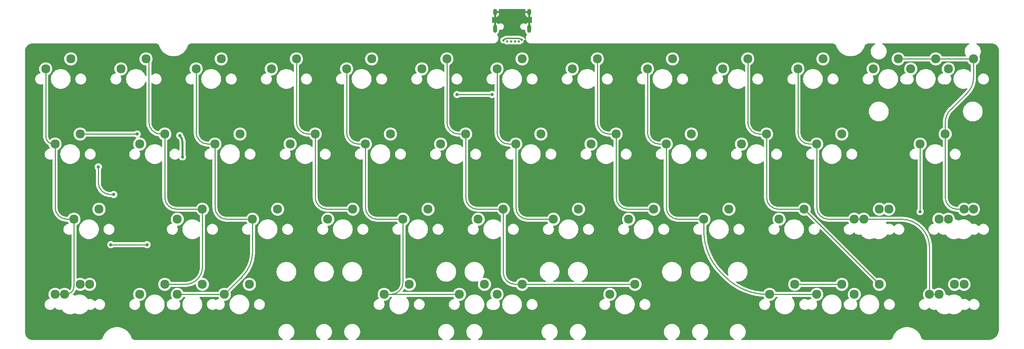
<source format=gbr>
%TF.GenerationSoftware,KiCad,Pcbnew,(6.0.0)*%
%TF.CreationDate,2022-05-03T19:48:22-05:00*%
%TF.ProjectId,QS-13u,51532d31-3375-42e6-9b69-6361645f7063,rev?*%
%TF.SameCoordinates,Original*%
%TF.FileFunction,Copper,L1,Top*%
%TF.FilePolarity,Positive*%
%FSLAX46Y46*%
G04 Gerber Fmt 4.6, Leading zero omitted, Abs format (unit mm)*
G04 Created by KiCad (PCBNEW (6.0.0)) date 2022-05-03 19:48:22*
%MOMM*%
%LPD*%
G01*
G04 APERTURE LIST*
%TA.AperFunction,ComponentPad*%
%ADD10C,2.300000*%
%TD*%
%TA.AperFunction,ComponentPad*%
%ADD11O,1.000000X1.600000*%
%TD*%
%TA.AperFunction,ComponentPad*%
%ADD12O,1.000000X2.100000*%
%TD*%
%TA.AperFunction,ViaPad*%
%ADD13C,0.800000*%
%TD*%
%TA.AperFunction,ViaPad*%
%ADD14C,0.600000*%
%TD*%
%TA.AperFunction,Conductor*%
%ADD15C,0.250000*%
%TD*%
%TA.AperFunction,Conductor*%
%ADD16C,0.500000*%
%TD*%
%TA.AperFunction,Conductor*%
%ADD17C,0.375000*%
%TD*%
G04 APERTURE END LIST*
D10*
%TO.P,SW15,1,1*%
%TO.N,Net-(D7-Pad1)*%
X61277501Y-57785000D03*
%TO.P,SW15,2,2*%
%TO.N,COL1*%
X67627501Y-55245000D03*
%TD*%
%TO.P,SW5,1,1*%
%TO.N,COL4*%
X113665001Y-38735000D03*
%TO.P,SW5,2,2*%
%TO.N,Net-(D3-Pad1)*%
X120015001Y-36195000D03*
%TD*%
%TO.P,SW6,1,1*%
%TO.N,Net-(D3-Pad2)*%
X132715000Y-38735000D03*
%TO.P,SW6,2,2*%
%TO.N,COL5*%
X139065000Y-36195000D03*
%TD*%
%TO.P,SW13,1,1*%
%TO.N,Net-(D6-Pad2)*%
X256540001Y-38735001D03*
%TO.P,SW13,2,2*%
%TO.N,COL11*%
X262890001Y-36195001D03*
%TD*%
%TO.P,SW39,1,1*%
%TO.N,COL0*%
X39846250Y-95885001D03*
%TO.P,SW39,2,2*%
%TO.N,Net-(D19-Pad1)*%
X46196250Y-93345001D03*
%TD*%
%TO.P,SW45,1,1*%
%TO.N,Net-(D22-Pad2)*%
X242252500Y-95885001D03*
%TO.P,SW45,2,2*%
%TO.N,COL9*%
X248602500Y-93345001D03*
%TD*%
%TO.P,SW41,1,1*%
%TO.N,COL2*%
X82708751Y-95885001D03*
%TO.P,SW41,2,2*%
%TO.N,Net-(D20-Pad1)*%
X89058751Y-93345001D03*
%TD*%
%TO.P,SW28,1,1*%
%TO.N,COL2*%
X89852500Y-76835000D03*
%TO.P,SW28,2,2*%
%TO.N,Net-(D14-Pad1)*%
X96202500Y-74295000D03*
%TD*%
%TO.P,SW31,1,1*%
%TO.N,Net-(D15-Pad2)*%
X147002501Y-76835000D03*
%TO.P,SW31,2,2*%
%TO.N,COL5*%
X153352501Y-74295000D03*
%TD*%
%TO.P,SW49,1,1*%
%TO.N,COL2*%
X70802500Y-95885000D03*
%TO.P,SW49,2,2*%
%TO.N,Net-(D20-Pad1)*%
X77152500Y-93345000D03*
%TD*%
%TO.P,SW25,1,1*%
%TO.N,Net-(D12-Pad2)*%
X266065001Y-38735001D03*
%TO.P,SW25,2,2*%
%TO.N,COL11*%
X272415001Y-36195001D03*
%TD*%
%TO.P,SW54,1,1*%
%TO.N,Net-(D23-Pad2)*%
X263683751Y-76835000D03*
%TO.P,SW54,2,2*%
%TO.N,COL11*%
X270033751Y-74295000D03*
%TD*%
%TO.P,SW38,1,1*%
%TO.N,COL10*%
X242252500Y-76835001D03*
%TO.P,SW38,2,2*%
%TO.N,Net-(D18-Pad1)*%
X248602500Y-74295001D03*
%TD*%
%TO.P,SW11,1,1*%
%TO.N,COL10*%
X227965000Y-38735000D03*
%TO.P,SW11,2,2*%
%TO.N,Net-(D6-Pad1)*%
X234315000Y-36195000D03*
%TD*%
%TO.P,SW35,1,1*%
%TO.N,Net-(D17-Pad2)*%
X223202500Y-76835001D03*
%TO.P,SW35,2,2*%
%TO.N,COL9*%
X229552500Y-74295001D03*
%TD*%
%TO.P,SW19,1,1*%
%TO.N,Net-(D9-Pad2)*%
X137477501Y-57785000D03*
%TO.P,SW19,2,2*%
%TO.N,COL5*%
X143827501Y-55245000D03*
%TD*%
%TO.P,SW50,1,1*%
%TO.N,COL4*%
X142240000Y-95885001D03*
%TO.P,SW50,2,2*%
%TO.N,Net-(D21-Pad1)*%
X148590000Y-93345001D03*
%TD*%
%TO.P,SW4,1,1*%
%TO.N,Net-(D2-Pad2)*%
X94615000Y-38735001D03*
%TO.P,SW4,2,2*%
%TO.N,COL3*%
X100965000Y-36195001D03*
%TD*%
%TO.P,SW14,1,1*%
%TO.N,COL0*%
X39846251Y-57785000D03*
%TO.P,SW14,2,2*%
%TO.N,Net-(D7-Pad2)*%
X46196251Y-55245000D03*
%TD*%
%TO.P,SW40,1,1*%
%TO.N,Net-(D19-Pad2)*%
X61277501Y-95885000D03*
%TO.P,SW40,2,2*%
%TO.N,COL1*%
X67627501Y-93345000D03*
%TD*%
%TO.P,SW37,1,1*%
%TO.N,Net-(D18-Pad2)*%
X258921251Y-57785000D03*
%TO.P,SW37,2,2*%
%TO.N,COL11*%
X265271251Y-55245000D03*
%TD*%
%TO.P,SW42,1,1*%
%TO.N,COL4*%
X123190000Y-95885001D03*
%TO.P,SW42,2,2*%
%TO.N,Net-(D21-Pad1)*%
X129540000Y-93345001D03*
%TD*%
%TO.P,SW52,1,1*%
%TO.N,COL8*%
X232727500Y-95885001D03*
%TO.P,SW52,2,2*%
%TO.N,Net-(D22-Pad1)*%
X239077500Y-93345001D03*
%TD*%
%TO.P,SW20,1,1*%
%TO.N,COL6*%
X156527501Y-57785000D03*
%TO.P,SW20,2,2*%
%TO.N,Net-(D10-Pad1)*%
X162877501Y-55245000D03*
%TD*%
%TO.P,SW26,1,1*%
%TO.N,COL0*%
X44608751Y-76835000D03*
%TO.P,SW26,2,2*%
%TO.N,Net-(D13-Pad1)*%
X50958751Y-74295000D03*
%TD*%
%TO.P,SW12,1,1*%
%TO.N,Net-(D6-Pad2)*%
X247015001Y-38735001D03*
%TO.P,SW12,2,2*%
%TO.N,COL11*%
X253365001Y-36195001D03*
%TD*%
%TO.P,SW51,1,1*%
%TO.N,Net-(D21-Pad2)*%
X151765000Y-95885001D03*
%TO.P,SW51,2,2*%
%TO.N,COL5*%
X158115000Y-93345001D03*
%TD*%
%TO.P,SW1,1,1*%
%TO.N,COL0*%
X37465001Y-38735001D03*
%TO.P,SW1,2,2*%
%TO.N,Net-(D1-Pad1)*%
X43815001Y-36195001D03*
%TD*%
%TO.P,SW9,1,1*%
%TO.N,COL8*%
X189865000Y-38735001D03*
%TO.P,SW9,2,2*%
%TO.N,Net-(D5-Pad1)*%
X196215000Y-36195001D03*
%TD*%
%TO.P,SW30,1,1*%
%TO.N,COL4*%
X127952500Y-76835001D03*
%TO.P,SW30,2,2*%
%TO.N,Net-(D15-Pad1)*%
X134302500Y-74295001D03*
%TD*%
%TO.P,SW21,1,1*%
%TO.N,Net-(D10-Pad2)*%
X175577500Y-57785000D03*
%TO.P,SW21,2,2*%
%TO.N,COL7*%
X181927500Y-55245000D03*
%TD*%
%TO.P,SW46,1,1*%
%TO.N,COL10*%
X263683750Y-95885001D03*
%TO.P,SW46,2,2*%
%TO.N,Net-(D23-Pad1)*%
X270033750Y-93345001D03*
%TD*%
%TO.P,SW47,1,1*%
%TO.N,Net-(D23-Pad2)*%
X266065001Y-76835000D03*
%TO.P,SW47,2,2*%
%TO.N,COL11*%
X272415001Y-74295000D03*
%TD*%
%TO.P,SW44,1,1*%
%TO.N,COL8*%
X220821250Y-95885001D03*
%TO.P,SW44,2,2*%
%TO.N,Net-(D22-Pad1)*%
X227171250Y-93345001D03*
%TD*%
%TO.P,SW22,1,1*%
%TO.N,COL8*%
X194627500Y-57785000D03*
%TO.P,SW22,2,2*%
%TO.N,Net-(D11-Pad1)*%
X200977500Y-55245000D03*
%TD*%
%TO.P,SW24,1,1*%
%TO.N,COL10*%
X232727501Y-57785000D03*
%TO.P,SW24,2,2*%
%TO.N,Net-(D12-Pad1)*%
X239077501Y-55245000D03*
%TD*%
%TO.P,SW53,1,1*%
%TO.N,COL10*%
X261302500Y-95885001D03*
%TO.P,SW53,2,2*%
%TO.N,Net-(D23-Pad1)*%
X267652500Y-93345001D03*
%TD*%
%TO.P,SW10,1,1*%
%TO.N,Net-(D5-Pad2)*%
X208915000Y-38735001D03*
%TO.P,SW10,2,2*%
%TO.N,COL9*%
X215265000Y-36195001D03*
%TD*%
%TO.P,SW33,1,1*%
%TO.N,Net-(D16-Pad2)*%
X185102500Y-76835000D03*
%TO.P,SW33,2,2*%
%TO.N,COL7*%
X191452500Y-74295000D03*
%TD*%
%TO.P,SW7,1,1*%
%TO.N,COL6*%
X151765001Y-38735001D03*
%TO.P,SW7,2,2*%
%TO.N,Net-(D4-Pad1)*%
X158115001Y-36195001D03*
%TD*%
%TO.P,SW23,1,1*%
%TO.N,Net-(D11-Pad2)*%
X213677500Y-57785000D03*
%TO.P,SW23,2,2*%
%TO.N,COL9*%
X220027500Y-55245000D03*
%TD*%
%TO.P,SW34,1,1*%
%TO.N,COL8*%
X204152500Y-76835000D03*
%TO.P,SW34,2,2*%
%TO.N,Net-(D17-Pad1)*%
X210502500Y-74295000D03*
%TD*%
%TO.P,SW48,1,1*%
%TO.N,COL0*%
X42227500Y-95885001D03*
%TO.P,SW48,2,2*%
%TO.N,Net-(D19-Pad1)*%
X48577500Y-93345001D03*
%TD*%
%TO.P,SW2,1,1*%
%TO.N,Net-(D1-Pad2)*%
X56515001Y-38735001D03*
%TO.P,SW2,2,2*%
%TO.N,COL1*%
X62865001Y-36195001D03*
%TD*%
%TO.P,SW32,1,1*%
%TO.N,COL6*%
X166052501Y-76835000D03*
%TO.P,SW32,2,2*%
%TO.N,Net-(D16-Pad1)*%
X172402501Y-74295000D03*
%TD*%
%TO.P,SW8,1,1*%
%TO.N,Net-(D4-Pad2)*%
X170815000Y-38735001D03*
%TO.P,SW8,2,2*%
%TO.N,COL7*%
X177165000Y-36195001D03*
%TD*%
%TO.P,SW18,1,1*%
%TO.N,COL4*%
X118427500Y-57785000D03*
%TO.P,SW18,2,2*%
%TO.N,Net-(D9-Pad1)*%
X124777500Y-55245000D03*
%TD*%
%TO.P,SW43,1,1*%
%TO.N,Net-(D21-Pad2)*%
X180340000Y-95885000D03*
%TO.P,SW43,2,2*%
%TO.N,COL5*%
X186690000Y-93345000D03*
%TD*%
%TO.P,SW3,1,1*%
%TO.N,COL2*%
X75565000Y-38735001D03*
%TO.P,SW3,2,2*%
%TO.N,Net-(D2-Pad1)*%
X81915000Y-36195001D03*
%TD*%
%TO.P,SW27,1,1*%
%TO.N,Net-(D13-Pad2)*%
X70802500Y-76835000D03*
%TO.P,SW27,2,2*%
%TO.N,COL1*%
X77152500Y-74295000D03*
%TD*%
%TO.P,SW17,1,1*%
%TO.N,Net-(D8-Pad2)*%
X99377500Y-57785000D03*
%TO.P,SW17,2,2*%
%TO.N,COL3*%
X105727500Y-55245000D03*
%TD*%
%TO.P,SW16,1,1*%
%TO.N,COL2*%
X80327500Y-57785000D03*
%TO.P,SW16,2,2*%
%TO.N,Net-(D8-Pad1)*%
X86677500Y-55245000D03*
%TD*%
%TO.P,SW29,1,1*%
%TO.N,Net-(D14-Pad2)*%
X108902501Y-76835001D03*
%TO.P,SW29,2,2*%
%TO.N,COL3*%
X115252501Y-74295001D03*
%TD*%
%TO.P,SW36,1,1*%
%TO.N,COL10*%
X244633750Y-76835001D03*
%TO.P,SW36,2,2*%
%TO.N,Net-(D18-Pad1)*%
X250983750Y-74295001D03*
%TD*%
D11*
%TO.P,J2,S1,SHIELD*%
%TO.N,GND*%
X151255000Y-24350000D03*
D12*
X159895000Y-28530000D03*
X151255000Y-28530000D03*
D11*
X159895000Y-24350000D03*
%TD*%
D13*
%TO.N,Net-(D18-Pad2)*%
X258918750Y-74903752D03*
%TO.N,GND*%
X103187500Y-97631250D03*
%TO.N,Net-(D13-Pad1)*%
X63137501Y-83290000D03*
X53960000Y-83290000D03*
%TO.N,ROW3*%
X50800000Y-63570000D03*
X54690000Y-70570000D03*
%TO.N,GND*%
X64557619Y-75881001D03*
X122237500Y-79375000D03*
X60260000Y-64990000D03*
X55240000Y-66410000D03*
%TO.N,+5V*%
X71410000Y-55630000D03*
X72100000Y-61020000D03*
%TO.N,Net-(D7-Pad2)*%
X60630000Y-55240000D03*
%TO.N,ROW3*%
X150490000Y-45210000D03*
X141630000Y-45220000D03*
%TO.N,GND*%
X158825000Y-31750000D03*
X62530000Y-50790000D03*
X152325000Y-31750000D03*
D14*
%TO.N,VCC*%
X158018365Y-31351948D03*
X153390000Y-31470000D03*
%TO.N,UD-*%
X155340000Y-31750000D03*
%TO.N,UD+*%
X156325000Y-31750000D03*
%TO.N,Net-(J2-PadB5)*%
X157325000Y-31750000D03*
%TO.N,Net-(J2-PadA5)*%
X154325000Y-31750000D03*
%TD*%
D15*
%TO.N,COL11*%
X270950535Y-44699465D02*
G75*
G03*
X272415001Y-41163931I-3535532J3535533D01*
G01*
X266735717Y-48914283D02*
G75*
G03*
X265271251Y-52449817I3535532J-3535533D01*
G01*
%TO.N,COL8*%
X220228204Y-95885000D02*
G75*
G02*
X209621603Y-91491603I0J14999999D01*
G01*
X208545899Y-90415899D02*
G75*
G02*
X204152500Y-79809297I10606596J10606601D01*
G01*
X220228204Y-95885001D02*
X220821250Y-95885001D01*
X208545899Y-90415899D02*
X209621603Y-91491603D01*
X204152500Y-76835000D02*
X204152500Y-79809297D01*
%TO.N,COL11*%
X265271251Y-71295000D02*
G75*
G03*
X268271251Y-74295000I3000001J1D01*
G01*
X268271251Y-74295000D02*
X270033751Y-74295000D01*
X265271251Y-55245000D02*
X265271251Y-71295000D01*
%TO.N,COL10*%
X261302500Y-83961995D02*
G75*
G03*
X259252248Y-79012248I-6999997J1D01*
G01*
X254175506Y-76835001D02*
G75*
G02*
X259125254Y-78885254I1J-6999997D01*
G01*
X261302500Y-83961995D02*
X261302500Y-95885001D01*
X259125254Y-78885254D02*
X259252248Y-79012248D01*
X244633750Y-76835001D02*
X254175506Y-76835001D01*
%TO.N,COL9*%
X229552500Y-74295001D02*
X248602500Y-93345001D01*
%TO.N,COL10*%
X235727501Y-76835001D02*
G75*
G02*
X232727501Y-73835001I1J3000001D01*
G01*
X235727501Y-76835001D02*
X242252500Y-76835001D01*
X232727501Y-57785000D02*
X232727501Y-73835001D01*
%TO.N,COL9*%
X220027500Y-71295001D02*
G75*
G03*
X223027500Y-74295001I3000001J1D01*
G01*
X223027500Y-74295001D02*
X229552500Y-74295001D01*
X220027500Y-55245000D02*
X220027500Y-71295001D01*
%TO.N,COL10*%
X227965000Y-54785000D02*
G75*
G03*
X230965000Y-57785000I3000001J1D01*
G01*
%TO.N,COL9*%
X215265000Y-52245000D02*
G75*
G03*
X218265000Y-55245000I3000001J1D01*
G01*
%TO.N,COL10*%
X230965000Y-57785000D02*
X232727501Y-57785000D01*
X227965000Y-38735000D02*
X227965000Y-54785000D01*
%TO.N,COL9*%
X218265000Y-55245000D02*
X220027500Y-55245000D01*
X215265000Y-36195001D02*
X215265000Y-52245000D01*
%TO.N,COL7*%
X184927500Y-74295000D02*
G75*
G02*
X181927500Y-71295000I1J3000001D01*
G01*
%TO.N,COL8*%
X197627500Y-76835000D02*
G75*
G02*
X194627500Y-73835000I1J3000001D01*
G01*
X197627500Y-76835000D02*
X204152500Y-76835000D01*
X194627500Y-57785000D02*
X194627500Y-73835000D01*
%TO.N,COL7*%
X181927500Y-55245000D02*
X181927500Y-71295000D01*
X184927500Y-74295000D02*
X191452500Y-74295000D01*
%TO.N,COL8*%
X192865000Y-57785000D02*
G75*
G02*
X189865000Y-54785000I1J3000001D01*
G01*
X192865000Y-57785000D02*
X194627500Y-57785000D01*
X189865000Y-38735001D02*
X189865000Y-54785000D01*
%TO.N,COL7*%
X180165000Y-55245000D02*
G75*
G02*
X177165000Y-52245000I1J3000001D01*
G01*
X180165000Y-55245000D02*
X181927500Y-55245000D01*
X177165000Y-36195001D02*
X177165000Y-52245000D01*
%TO.N,COL6*%
X154765001Y-57785000D02*
G75*
G02*
X151765001Y-54785000I1J3000001D01*
G01*
X154765001Y-57785000D02*
X156527501Y-57785000D01*
X151765001Y-38735001D02*
X151765001Y-54785000D01*
%TO.N,COL5*%
X156352501Y-93345001D02*
G75*
G02*
X153352501Y-90345001I1J3000001D01*
G01*
X156352501Y-93345001D02*
X158115000Y-93345001D01*
X153352501Y-74295000D02*
X153352501Y-90345001D01*
%TO.N,COL6*%
X156527501Y-73835000D02*
G75*
G03*
X159527501Y-76835000I3000001J1D01*
G01*
X159527501Y-76835000D02*
X166052501Y-76835000D01*
X156527501Y-57785000D02*
X156527501Y-73835000D01*
%TO.N,COL5*%
X146827501Y-74295000D02*
G75*
G02*
X143827501Y-71295000I1J3000001D01*
G01*
X146827501Y-74295000D02*
X153352501Y-74295000D01*
X143827501Y-55245000D02*
X143827501Y-71295000D01*
X139065000Y-52245000D02*
G75*
G03*
X142065000Y-55245000I3000001J1D01*
G01*
X142065000Y-55245000D02*
X143827501Y-55245000D01*
X139065000Y-36195000D02*
X139065000Y-52245000D01*
%TO.N,COL4*%
X127952500Y-92885001D02*
G75*
G02*
X124952500Y-95885001I-3000001J1D01*
G01*
X124952500Y-95885001D02*
X123190000Y-95885001D01*
X127952500Y-76835001D02*
X127952500Y-92885001D01*
X118427500Y-73835001D02*
G75*
G03*
X121427500Y-76835001I3000001J1D01*
G01*
X121427500Y-76835001D02*
X127952500Y-76835001D01*
X118427500Y-57785000D02*
X118427500Y-73835001D01*
%TO.N,COL3*%
X108727500Y-74295001D02*
G75*
G02*
X105727500Y-71295001I1J3000001D01*
G01*
X108727500Y-74295001D02*
X115252501Y-74295001D01*
X105727500Y-55245000D02*
X105727500Y-71295001D01*
%TO.N,COL4*%
X113665001Y-54785000D02*
G75*
G03*
X116665001Y-57785000I3000001J1D01*
G01*
X116665001Y-57785000D02*
X118427500Y-57785000D01*
X113665001Y-38735000D02*
X113665001Y-54785000D01*
%TO.N,COL3*%
X100965000Y-52245000D02*
G75*
G03*
X103965000Y-55245000I3000001J1D01*
G01*
X103965000Y-55245000D02*
X105727500Y-55245000D01*
X100965000Y-36195001D02*
X100965000Y-52245000D01*
%TO.N,COL2*%
X89852499Y-85075591D02*
G75*
G02*
X87260485Y-91333265I-8849695J3D01*
G01*
X80327500Y-73835000D02*
G75*
G03*
X83327500Y-76835000I3000001J1D01*
G01*
X83327500Y-76835000D02*
X89852500Y-76835000D01*
X80327500Y-57785000D02*
X80327500Y-73835000D01*
X78565000Y-57785000D02*
G75*
G02*
X75565000Y-54785000I1J3000001D01*
G01*
X78565000Y-57785000D02*
X80327500Y-57785000D01*
X75565000Y-38735001D02*
X75565000Y-54785000D01*
%TO.N,COL1*%
X67627501Y-71295000D02*
G75*
G03*
X70627501Y-74295000I3000001J1D01*
G01*
X70627501Y-74295000D02*
X77152500Y-74295000D01*
X67627501Y-55245000D02*
X67627501Y-71295000D01*
X77152500Y-88965022D02*
G75*
G02*
X72772522Y-93345000I-4379978J0D01*
G01*
X72772522Y-93345000D02*
X67627501Y-93345000D01*
X77152500Y-74295000D02*
X77152500Y-88965022D01*
%TO.N,COL0*%
X44608751Y-93885001D02*
G75*
G02*
X42608751Y-95885001I-1999999J-1D01*
G01*
X42608751Y-95885001D02*
X42227500Y-95885001D01*
X44608751Y-76835000D02*
X44608751Y-93885001D01*
X42846251Y-76835000D02*
G75*
G02*
X39846251Y-73835000I1J3000001D01*
G01*
X42846251Y-76835000D02*
X44608751Y-76835000D01*
X39846251Y-57785000D02*
X39846251Y-73835000D01*
X37465001Y-55785000D02*
G75*
G03*
X39465001Y-57785000I1999999J-1D01*
G01*
X39465001Y-57785000D02*
X39846251Y-57785000D01*
X37465001Y-38735001D02*
X37465001Y-55785000D01*
%TO.N,COL1*%
X63580000Y-52245000D02*
G75*
G03*
X66580000Y-55245000I3000001J1D01*
G01*
X63580000Y-36910000D02*
X63580000Y-52245000D01*
X62865001Y-36195001D02*
X63580000Y-36910000D01*
D16*
%TO.N,+5V*%
X71410000Y-55630000D02*
G75*
G02*
X72100000Y-57295845I-1665898J-1665845D01*
G01*
D15*
%TO.N,GND*%
X159895000Y-24350000D02*
X159895000Y-28530000D01*
X151255000Y-24350000D02*
X159895000Y-24350000D01*
X151255000Y-28530000D02*
X151255000Y-24350000D01*
%TO.N,Net-(D13-Pad1)*%
X53960000Y-83290000D02*
X63137501Y-83290000D01*
%TO.N,ROW3*%
X50800000Y-67570000D02*
G75*
G03*
X53800000Y-70570000I3000001J1D01*
G01*
X50800000Y-67570000D02*
X50800000Y-63570000D01*
X54690000Y-70570000D02*
X53800000Y-70570000D01*
%TO.N,Net-(D22-Pad1)*%
X227171250Y-93345001D02*
X239077500Y-93345001D01*
%TO.N,Net-(D18-Pad2)*%
X258921251Y-74901251D02*
X258921251Y-57785000D01*
D16*
%TO.N,+5V*%
X72100000Y-61020000D02*
X72100000Y-57295845D01*
D15*
%TO.N,Net-(D7-Pad2)*%
X60625000Y-55245000D02*
X60630000Y-55240000D01*
X46196251Y-55245000D02*
X60625000Y-55245000D01*
%TO.N,ROW3*%
X141640000Y-45210000D02*
X141630000Y-45220000D01*
X150490000Y-45210000D02*
X141640000Y-45210000D01*
%TO.N,COL0*%
X42227500Y-95885001D02*
X39846250Y-95885001D01*
%TO.N,COL2*%
X82708751Y-95885001D02*
X70802500Y-95885000D01*
X89852500Y-85075591D02*
X89852500Y-76835000D01*
X82708751Y-95885001D02*
X87260486Y-91333266D01*
%TO.N,COL4*%
X123190000Y-95885001D02*
X142240000Y-95885001D01*
%TO.N,COL5*%
X158115000Y-93345001D02*
X186690000Y-93345000D01*
%TO.N,COL8*%
X220821250Y-95885001D02*
X232727500Y-95885001D01*
%TO.N,COL10*%
X261302500Y-95885001D02*
X263683750Y-95885001D01*
X242252500Y-76835001D02*
X244633750Y-76835001D01*
%TO.N,COL11*%
X270033751Y-74295000D02*
X272415001Y-74295000D01*
X272415001Y-41163931D02*
X272415001Y-36195001D01*
X266735717Y-48914283D02*
X270950535Y-44699465D01*
X265271251Y-55245000D02*
X265271251Y-52449817D01*
X272415001Y-36195001D02*
X253365001Y-36195001D01*
D17*
%TO.N,VCC*%
X154244214Y-31030000D02*
X157282203Y-31030000D01*
X157989310Y-31322893D02*
X158018365Y-31351948D01*
X153390000Y-31470000D02*
X153537107Y-31322893D01*
X157282203Y-31030001D02*
G75*
G02*
X157989309Y-31322894I3J-999993D01*
G01*
X153537107Y-31322893D02*
G75*
G02*
X154244214Y-31030000I707106J-707106D01*
G01*
%TD*%
%TA.AperFunction,Conductor*%
%TO.N,GND*%
G36*
X158899403Y-23546752D02*
G01*
X158945896Y-23600408D01*
X158956000Y-23670682D01*
X158951384Y-23690849D01*
X158906119Y-23833541D01*
X158903570Y-23845532D01*
X158887393Y-23989761D01*
X158887000Y-23996785D01*
X158887000Y-24077885D01*
X158891475Y-24093124D01*
X158892865Y-24094329D01*
X158900548Y-24096000D01*
X160023000Y-24096000D01*
X160091121Y-24116002D01*
X160137614Y-24169658D01*
X160149000Y-24222000D01*
X160149000Y-25607924D01*
X160152973Y-25621455D01*
X160160768Y-25622575D01*
X160268521Y-25590862D01*
X160279889Y-25586269D01*
X160438876Y-25503153D01*
X160508512Y-25489319D01*
X160574572Y-25515329D01*
X160616084Y-25572925D01*
X160623251Y-25614815D01*
X160623251Y-27016435D01*
X160603249Y-27084556D01*
X160549593Y-27131049D01*
X160479319Y-27141153D01*
X160437322Y-27127271D01*
X160292924Y-27049196D01*
X160281619Y-27044444D01*
X160166308Y-27008750D01*
X160152205Y-27008544D01*
X160149000Y-27015299D01*
X160149000Y-28658000D01*
X160128998Y-28726121D01*
X160075342Y-28772614D01*
X160023000Y-28784000D01*
X159767000Y-28784000D01*
X159698879Y-28763998D01*
X159652386Y-28710342D01*
X159641000Y-28658000D01*
X159641000Y-27022076D01*
X159637027Y-27008545D01*
X159629232Y-27007425D01*
X159521479Y-27039138D01*
X159510111Y-27043731D01*
X159345846Y-27129607D01*
X159335585Y-27136321D01*
X159191127Y-27252468D01*
X159182368Y-27261046D01*
X159138000Y-27313921D01*
X159078890Y-27353248D01*
X159007902Y-27354374D01*
X158964952Y-27333028D01*
X158899322Y-27282850D01*
X158794186Y-27233825D01*
X158741369Y-27209195D01*
X158741366Y-27209194D01*
X158735192Y-27206315D01*
X158728544Y-27204829D01*
X158728541Y-27204828D01*
X158563494Y-27167936D01*
X158563495Y-27167936D01*
X158558457Y-27166810D01*
X158552912Y-27166500D01*
X158419756Y-27166500D01*
X158284963Y-27181143D01*
X158201609Y-27209195D01*
X158119796Y-27236728D01*
X158119794Y-27236729D01*
X158113325Y-27238906D01*
X157958095Y-27332177D01*
X157953138Y-27336865D01*
X157953135Y-27336867D01*
X157898329Y-27388695D01*
X157826515Y-27456607D01*
X157822683Y-27462245D01*
X157822680Y-27462249D01*
X157771740Y-27537205D01*
X157724723Y-27606388D01*
X157657470Y-27774534D01*
X157656356Y-27781262D01*
X157656355Y-27781266D01*
X157629007Y-27946461D01*
X157627892Y-27953198D01*
X157628249Y-27960015D01*
X157628249Y-27960019D01*
X157633151Y-28053539D01*
X157637370Y-28134047D01*
X157639181Y-28140620D01*
X157639181Y-28140623D01*
X157662551Y-28225466D01*
X157685461Y-28308641D01*
X157769922Y-28468836D01*
X157774327Y-28474049D01*
X157774330Y-28474053D01*
X157882406Y-28601943D01*
X157882410Y-28601947D01*
X157886813Y-28607157D01*
X157892237Y-28611304D01*
X157892238Y-28611305D01*
X158025257Y-28713006D01*
X158025261Y-28713009D01*
X158030678Y-28717150D01*
X158117372Y-28757576D01*
X158188631Y-28790805D01*
X158188634Y-28790806D01*
X158194808Y-28793685D01*
X158201456Y-28795171D01*
X158201459Y-28795172D01*
X158297686Y-28816681D01*
X158371543Y-28833190D01*
X158377088Y-28833500D01*
X158510244Y-28833500D01*
X158645037Y-28818857D01*
X158651501Y-28816682D01*
X158651504Y-28816681D01*
X158718716Y-28794061D01*
X158720811Y-28793356D01*
X158791753Y-28790586D01*
X158852932Y-28826609D01*
X158884923Y-28889990D01*
X158887000Y-28912775D01*
X158887000Y-29126657D01*
X158887301Y-29132805D01*
X158900812Y-29270603D01*
X158903195Y-29282638D01*
X158956767Y-29460076D01*
X158961441Y-29471416D01*
X159048460Y-29635077D01*
X159055249Y-29645294D01*
X159172397Y-29788933D01*
X159181041Y-29797637D01*
X159323860Y-29915787D01*
X159326078Y-29917283D01*
X159326969Y-29918359D01*
X159328606Y-29919713D01*
X159328348Y-29920024D01*
X159371365Y-29971961D01*
X159379901Y-30042442D01*
X159355046Y-30099129D01*
X159247184Y-30237710D01*
X159247180Y-30237716D01*
X159243985Y-30241821D01*
X159241507Y-30246400D01*
X159241505Y-30246403D01*
X159144776Y-30425144D01*
X159141308Y-30431552D01*
X159071260Y-30635595D01*
X159035751Y-30848385D01*
X159035751Y-31064117D01*
X159035388Y-31064117D01*
X159021646Y-31130903D01*
X158972014Y-31181668D01*
X158902814Y-31197540D01*
X158836018Y-31173481D01*
X158791395Y-31113208D01*
X158752110Y-31000396D01*
X158727926Y-30961693D01*
X158659724Y-30852546D01*
X158655991Y-30846572D01*
X158623025Y-30813375D01*
X158533143Y-30722863D01*
X158533139Y-30722860D01*
X158528180Y-30717866D01*
X158480700Y-30687734D01*
X158461650Y-30675645D01*
X158375031Y-30620675D01*
X158204155Y-30559829D01*
X158135165Y-30551603D01*
X158094357Y-30539495D01*
X157932626Y-30459738D01*
X157928711Y-30458409D01*
X157726008Y-30389601D01*
X157726005Y-30389600D01*
X157722101Y-30388275D01*
X157718062Y-30387472D01*
X157718056Y-30387470D01*
X157508091Y-30345706D01*
X157504049Y-30344902D01*
X157499941Y-30344633D01*
X157499935Y-30344632D01*
X157331392Y-30333586D01*
X157321879Y-30332599D01*
X157300969Y-30329623D01*
X157300963Y-30329623D01*
X157296884Y-30329042D01*
X157290034Y-30328970D01*
X157286335Y-30328931D01*
X157286330Y-30328931D01*
X157282201Y-30328888D01*
X157278094Y-30329385D01*
X157247503Y-30333087D01*
X157232365Y-30334000D01*
X154302656Y-30334000D01*
X154284903Y-30332743D01*
X154262981Y-30329623D01*
X154262980Y-30329623D01*
X154258898Y-30329042D01*
X154251620Y-30328966D01*
X154248341Y-30328931D01*
X154248337Y-30328931D01*
X154244215Y-30328888D01*
X154240126Y-30329383D01*
X154240122Y-30329383D01*
X154221090Y-30331686D01*
X154214196Y-30332328D01*
X154026482Y-30344631D01*
X154026478Y-30344632D01*
X154022367Y-30344901D01*
X154018327Y-30345705D01*
X154018324Y-30345705D01*
X153808365Y-30387468D01*
X153808359Y-30387470D01*
X153804315Y-30388274D01*
X153800409Y-30389600D01*
X153800405Y-30389601D01*
X153597705Y-30458409D01*
X153593790Y-30459738D01*
X153590097Y-30461559D01*
X153590095Y-30461560D01*
X153398098Y-30556242D01*
X153398093Y-30556245D01*
X153394394Y-30558069D01*
X153340948Y-30593780D01*
X153236295Y-30663707D01*
X153206898Y-30678220D01*
X153043579Y-30733818D01*
X153037575Y-30737512D01*
X152895095Y-30825166D01*
X152895092Y-30825168D01*
X152889088Y-30828862D01*
X152884053Y-30833793D01*
X152884050Y-30833795D01*
X152809674Y-30906630D01*
X152759493Y-30955771D01*
X152661235Y-31108238D01*
X152658826Y-31114858D01*
X152658824Y-31114861D01*
X152613726Y-31238766D01*
X152599197Y-31278685D01*
X152576463Y-31458640D01*
X152594163Y-31639160D01*
X152651418Y-31811273D01*
X152655065Y-31817295D01*
X152655066Y-31817297D01*
X152705824Y-31901108D01*
X152745380Y-31966424D01*
X152750269Y-31971487D01*
X152750270Y-31971488D01*
X152781305Y-32003625D01*
X152871382Y-32096902D01*
X152947270Y-32146562D01*
X153016229Y-32191687D01*
X153023159Y-32196222D01*
X153029763Y-32198678D01*
X153029765Y-32198679D01*
X153186558Y-32256990D01*
X153186560Y-32256990D01*
X153193168Y-32259448D01*
X153260169Y-32268388D01*
X153365980Y-32282507D01*
X153365984Y-32282507D01*
X153372961Y-32283438D01*
X153379972Y-32282800D01*
X153379976Y-32282800D01*
X153522459Y-32269832D01*
X153553600Y-32266998D01*
X153590345Y-32255059D01*
X153661311Y-32253031D01*
X153719916Y-32287364D01*
X153806382Y-32376902D01*
X153848168Y-32404246D01*
X153941244Y-32465153D01*
X153958159Y-32476222D01*
X153964763Y-32478678D01*
X153964765Y-32478679D01*
X154121558Y-32536990D01*
X154121560Y-32536990D01*
X154128168Y-32539448D01*
X154211995Y-32550633D01*
X154300980Y-32562507D01*
X154300984Y-32562507D01*
X154307961Y-32563438D01*
X154314972Y-32562800D01*
X154314976Y-32562800D01*
X154457459Y-32549832D01*
X154488600Y-32546998D01*
X154495302Y-32544820D01*
X154495304Y-32544820D01*
X154654409Y-32493124D01*
X154654412Y-32493123D01*
X154661108Y-32490947D01*
X154681688Y-32478679D01*
X154768550Y-32426899D01*
X154837305Y-32409199D01*
X154902060Y-32429696D01*
X154949074Y-32460461D01*
X154973159Y-32476222D01*
X154979763Y-32478678D01*
X154979765Y-32478679D01*
X155136558Y-32536990D01*
X155136560Y-32536990D01*
X155143168Y-32539448D01*
X155226995Y-32550633D01*
X155315980Y-32562507D01*
X155315984Y-32562507D01*
X155322961Y-32563438D01*
X155329972Y-32562800D01*
X155329976Y-32562800D01*
X155472459Y-32549832D01*
X155503600Y-32546998D01*
X155510302Y-32544820D01*
X155510304Y-32544820D01*
X155669409Y-32493124D01*
X155669412Y-32493123D01*
X155676108Y-32490947D01*
X155767852Y-32436256D01*
X155836605Y-32418557D01*
X155901359Y-32439053D01*
X155958159Y-32476222D01*
X155964763Y-32478678D01*
X155964765Y-32478679D01*
X156121558Y-32536990D01*
X156121560Y-32536990D01*
X156128168Y-32539448D01*
X156211995Y-32550633D01*
X156300980Y-32562507D01*
X156300984Y-32562507D01*
X156307961Y-32563438D01*
X156314972Y-32562800D01*
X156314976Y-32562800D01*
X156457459Y-32549832D01*
X156488600Y-32546998D01*
X156495302Y-32544820D01*
X156495304Y-32544820D01*
X156654409Y-32493124D01*
X156654412Y-32493123D01*
X156661108Y-32490947D01*
X156760701Y-32431577D01*
X156829454Y-32413878D01*
X156894210Y-32434375D01*
X156941244Y-32465153D01*
X156958159Y-32476222D01*
X156964763Y-32478678D01*
X156964765Y-32478679D01*
X157121558Y-32536990D01*
X157121560Y-32536990D01*
X157128168Y-32539448D01*
X157211995Y-32550633D01*
X157300980Y-32562507D01*
X157300984Y-32562507D01*
X157307961Y-32563438D01*
X157314972Y-32562800D01*
X157314976Y-32562800D01*
X157457459Y-32549832D01*
X157488600Y-32546998D01*
X157495302Y-32544820D01*
X157495304Y-32544820D01*
X157654409Y-32493124D01*
X157654412Y-32493123D01*
X157661108Y-32490947D01*
X157768549Y-32426899D01*
X157810860Y-32401677D01*
X157810862Y-32401676D01*
X157816912Y-32398069D01*
X157948266Y-32272982D01*
X157987531Y-32213883D01*
X158041888Y-32168213D01*
X158081057Y-32158130D01*
X158181965Y-32148946D01*
X158188667Y-32146768D01*
X158188669Y-32146768D01*
X158347774Y-32095072D01*
X158347777Y-32095071D01*
X158354473Y-32092895D01*
X158510277Y-32000017D01*
X158641631Y-31874930D01*
X158742008Y-31723850D01*
X158806420Y-31554286D01*
X158816082Y-31485535D01*
X158831113Y-31378587D01*
X158831113Y-31378584D01*
X158831664Y-31374665D01*
X158831981Y-31351948D01*
X158831115Y-31344226D01*
X158843396Y-31274299D01*
X158891533Y-31222113D01*
X158960242Y-31204237D01*
X159027709Y-31226345D01*
X159072513Y-31281419D01*
X159075502Y-31289264D01*
X159082622Y-31310003D01*
X159141308Y-31480950D01*
X159143788Y-31485532D01*
X159143789Y-31485535D01*
X159241505Y-31666098D01*
X159243985Y-31670681D01*
X159247183Y-31674790D01*
X159247184Y-31674791D01*
X159373290Y-31836812D01*
X159376490Y-31840924D01*
X159407053Y-31869059D01*
X159506278Y-31960401D01*
X159535210Y-31987035D01*
X159560603Y-32003625D01*
X159711451Y-32102179D01*
X159715813Y-32105029D01*
X159720585Y-32107122D01*
X159720587Y-32107123D01*
X159859858Y-32168213D01*
X159913375Y-32191688D01*
X159918423Y-32192966D01*
X159918428Y-32192968D01*
X160117443Y-32243365D01*
X160122506Y-32244647D01*
X160127697Y-32245077D01*
X160127702Y-32245078D01*
X160223683Y-32253031D01*
X160300385Y-32259387D01*
X160310862Y-32260700D01*
X160324962Y-32263072D01*
X160331343Y-32263150D01*
X160332642Y-32263166D01*
X160332646Y-32263166D01*
X160337501Y-32263225D01*
X160365089Y-32259274D01*
X160382952Y-32258001D01*
X196856557Y-32258001D01*
X236488172Y-32258000D01*
X236507557Y-32259500D01*
X236522358Y-32261805D01*
X236522361Y-32261805D01*
X236531230Y-32263186D01*
X236547349Y-32261078D01*
X236572028Y-32260290D01*
X236724165Y-32270382D01*
X236740698Y-32272585D01*
X236915903Y-32307865D01*
X236932000Y-32312233D01*
X237101001Y-32370343D01*
X237116380Y-32376798D01*
X237276230Y-32456723D01*
X237290621Y-32465153D01*
X237438516Y-32565492D01*
X237451669Y-32575750D01*
X237585011Y-32694742D01*
X237596692Y-32706645D01*
X237646081Y-32764135D01*
X237670965Y-32809286D01*
X237691333Y-32875676D01*
X237728786Y-32997754D01*
X237736980Y-33024464D01*
X237741637Y-33035614D01*
X237838531Y-33267625D01*
X237879896Y-33366674D01*
X237881352Y-33369381D01*
X237881357Y-33369391D01*
X237909770Y-33422208D01*
X238055588Y-33693270D01*
X238057315Y-33695841D01*
X238241527Y-33970093D01*
X238262370Y-34001124D01*
X238498263Y-34287284D01*
X238500441Y-34289453D01*
X238500445Y-34289458D01*
X238758820Y-34546833D01*
X238758826Y-34546838D01*
X238761004Y-34549008D01*
X239048077Y-34783789D01*
X239356731Y-34989376D01*
X239359454Y-34990827D01*
X239359457Y-34990829D01*
X239681289Y-35162351D01*
X239681298Y-35162355D01*
X239684007Y-35163799D01*
X239686848Y-35164973D01*
X239686849Y-35164973D01*
X239813148Y-35217144D01*
X240026769Y-35305386D01*
X240029717Y-35306278D01*
X240029720Y-35306279D01*
X240218678Y-35363449D01*
X240381732Y-35412781D01*
X240517553Y-35439729D01*
X240742465Y-35484354D01*
X240742472Y-35484355D01*
X240745496Y-35484955D01*
X240748568Y-35485257D01*
X240748576Y-35485258D01*
X241111495Y-35520913D01*
X241111503Y-35520913D01*
X241114573Y-35521215D01*
X241485427Y-35521215D01*
X241488497Y-35520913D01*
X241488505Y-35520913D01*
X241851424Y-35485258D01*
X241851432Y-35485257D01*
X241854504Y-35484955D01*
X241857528Y-35484355D01*
X241857535Y-35484354D01*
X242082447Y-35439729D01*
X242218268Y-35412781D01*
X242381322Y-35363449D01*
X242570280Y-35306279D01*
X242570283Y-35306278D01*
X242573231Y-35305386D01*
X242786853Y-35217144D01*
X242913151Y-35164973D01*
X242913152Y-35164973D01*
X242915993Y-35163799D01*
X242918702Y-35162355D01*
X242918711Y-35162351D01*
X243240543Y-34990829D01*
X243240546Y-34990827D01*
X243243269Y-34989376D01*
X243551923Y-34783789D01*
X243838996Y-34549008D01*
X243841174Y-34546838D01*
X243841180Y-34546833D01*
X244099555Y-34289458D01*
X244099559Y-34289453D01*
X244101737Y-34287284D01*
X244337630Y-34001124D01*
X244358474Y-33970093D01*
X244542685Y-33695841D01*
X244544412Y-33693270D01*
X244690230Y-33422208D01*
X244718643Y-33369391D01*
X244718648Y-33369381D01*
X244720104Y-33366674D01*
X244761470Y-33267625D01*
X244858363Y-33035614D01*
X244863020Y-33024464D01*
X244929840Y-32806662D01*
X244941851Y-32767512D01*
X244958268Y-32733396D01*
X245015851Y-32649103D01*
X245029945Y-32631944D01*
X245143491Y-32516230D01*
X245160395Y-32501801D01*
X245180728Y-32487340D01*
X245292501Y-32407844D01*
X245311679Y-32396610D01*
X245458242Y-32327328D01*
X245479095Y-32319639D01*
X245635543Y-32277189D01*
X245657425Y-32273283D01*
X245789486Y-32261590D01*
X245805897Y-32262134D01*
X245805902Y-32261695D01*
X245814873Y-32261805D01*
X245823746Y-32263186D01*
X245832648Y-32262022D01*
X245832651Y-32262022D01*
X245855260Y-32259065D01*
X245871598Y-32258001D01*
X247430694Y-32258001D01*
X247498815Y-32278003D01*
X247545308Y-32331659D01*
X247555412Y-32401933D01*
X247525918Y-32466513D01*
X247489847Y-32495252D01*
X247367952Y-32560064D01*
X247367946Y-32560068D01*
X247364060Y-32562134D01*
X247360500Y-32564720D01*
X247360496Y-32564723D01*
X247165158Y-32706645D01*
X247134095Y-32729214D01*
X247130931Y-32732270D01*
X247130928Y-32732272D01*
X246932783Y-32923618D01*
X246932780Y-32923622D01*
X246929621Y-32926672D01*
X246754618Y-33150666D01*
X246612491Y-33396836D01*
X246610841Y-33400920D01*
X246610838Y-33400926D01*
X246555243Y-33538530D01*
X246506009Y-33660390D01*
X246437242Y-33936199D01*
X246436783Y-33940569D01*
X246436782Y-33940573D01*
X246407988Y-34214526D01*
X246407529Y-34218895D01*
X246407682Y-34223283D01*
X246407682Y-34223289D01*
X246412648Y-34365476D01*
X246417449Y-34502974D01*
X246418211Y-34507297D01*
X246418212Y-34507304D01*
X246437148Y-34614691D01*
X246466809Y-34782908D01*
X246468164Y-34787079D01*
X246468166Y-34787086D01*
X246487476Y-34846514D01*
X246554648Y-35053248D01*
X246679256Y-35308732D01*
X246681711Y-35312371D01*
X246681714Y-35312377D01*
X246835748Y-35540742D01*
X246835753Y-35540749D01*
X246838208Y-35544388D01*
X246841152Y-35547657D01*
X246841153Y-35547659D01*
X246965466Y-35685723D01*
X247028410Y-35755629D01*
X247246160Y-35938343D01*
X247487220Y-36088974D01*
X247622600Y-36149249D01*
X247736434Y-36199931D01*
X247746898Y-36204590D01*
X248020139Y-36282941D01*
X248024489Y-36283552D01*
X248024492Y-36283553D01*
X248128968Y-36298236D01*
X248301625Y-36322501D01*
X248514727Y-36322501D01*
X248516912Y-36322348D01*
X248516918Y-36322348D01*
X248722926Y-36307943D01*
X248722931Y-36307942D01*
X248727311Y-36307636D01*
X249005352Y-36248536D01*
X249009483Y-36247032D01*
X249009488Y-36247031D01*
X249165986Y-36190070D01*
X249272462Y-36151316D01*
X249394087Y-36086647D01*
X249519550Y-36019938D01*
X249519556Y-36019934D01*
X249523442Y-36017868D01*
X249527002Y-36015282D01*
X249527006Y-36015279D01*
X249749844Y-35853377D01*
X249749847Y-35853375D01*
X249753407Y-35850788D01*
X249849018Y-35758458D01*
X249954719Y-35656384D01*
X249954722Y-35656380D01*
X249957881Y-35653330D01*
X250132884Y-35429336D01*
X250208655Y-35298098D01*
X250272806Y-35186986D01*
X250272809Y-35186981D01*
X250275011Y-35183166D01*
X250276661Y-35179082D01*
X250276664Y-35179076D01*
X250379844Y-34923694D01*
X250379845Y-34923691D01*
X250381493Y-34919612D01*
X250450260Y-34643803D01*
X250453641Y-34611642D01*
X250479514Y-34365476D01*
X250479514Y-34365473D01*
X250479973Y-34361107D01*
X250477471Y-34289458D01*
X250470207Y-34081425D01*
X250470206Y-34081418D01*
X250470053Y-34077028D01*
X250451198Y-33970093D01*
X250421455Y-33801417D01*
X250420693Y-33797094D01*
X250419338Y-33792923D01*
X250419336Y-33792916D01*
X250334215Y-33530943D01*
X250332854Y-33526754D01*
X250313621Y-33487319D01*
X250274437Y-33406981D01*
X250208246Y-33271270D01*
X250205791Y-33267631D01*
X250205788Y-33267625D01*
X250051754Y-33039260D01*
X250051749Y-33039253D01*
X250049294Y-33035614D01*
X250041814Y-33027306D01*
X249862040Y-32827647D01*
X249862039Y-32827646D01*
X249859092Y-32824373D01*
X249641342Y-32641659D01*
X249400282Y-32491028D01*
X249401403Y-32489235D01*
X249356788Y-32445560D01*
X249340960Y-32376350D01*
X249365061Y-32309570D01*
X249421441Y-32266421D01*
X249466727Y-32258001D01*
X271243194Y-32258001D01*
X271311315Y-32278003D01*
X271357808Y-32331659D01*
X271367912Y-32401933D01*
X271338418Y-32466513D01*
X271302347Y-32495252D01*
X271180452Y-32560064D01*
X271180446Y-32560068D01*
X271176560Y-32562134D01*
X271173000Y-32564720D01*
X271172996Y-32564723D01*
X270977658Y-32706645D01*
X270946595Y-32729214D01*
X270943431Y-32732270D01*
X270943428Y-32732272D01*
X270745283Y-32923618D01*
X270745280Y-32923622D01*
X270742121Y-32926672D01*
X270567118Y-33150666D01*
X270424991Y-33396836D01*
X270423341Y-33400920D01*
X270423338Y-33400926D01*
X270367743Y-33538530D01*
X270318509Y-33660390D01*
X270249742Y-33936199D01*
X270249283Y-33940569D01*
X270249282Y-33940573D01*
X270220488Y-34214526D01*
X270220029Y-34218895D01*
X270220182Y-34223283D01*
X270220182Y-34223289D01*
X270225148Y-34365476D01*
X270229949Y-34502974D01*
X270230711Y-34507297D01*
X270230712Y-34507304D01*
X270249648Y-34614691D01*
X270279309Y-34782908D01*
X270280664Y-34787079D01*
X270280666Y-34787086D01*
X270299976Y-34846514D01*
X270367148Y-35053248D01*
X270491756Y-35308732D01*
X270494215Y-35312377D01*
X270529738Y-35365043D01*
X270551248Y-35432703D01*
X270532764Y-35501251D01*
X270480154Y-35548924D01*
X270425279Y-35561501D01*
X264506934Y-35561501D01*
X264438813Y-35541499D01*
X264390525Y-35483719D01*
X264374199Y-35444305D01*
X264372304Y-35439730D01*
X264235904Y-35217145D01*
X264066364Y-35018638D01*
X263867857Y-34849098D01*
X263645272Y-34712698D01*
X263640702Y-34710805D01*
X263640698Y-34710803D01*
X263408663Y-34614691D01*
X263408661Y-34614690D01*
X263404090Y-34612797D01*
X263315070Y-34591425D01*
X263155063Y-34553010D01*
X263155057Y-34553009D01*
X263150250Y-34551855D01*
X262890001Y-34531373D01*
X262629752Y-34551855D01*
X262624945Y-34553009D01*
X262624939Y-34553010D01*
X262464932Y-34591425D01*
X262375912Y-34612797D01*
X262371341Y-34614690D01*
X262371339Y-34614691D01*
X262139304Y-34710803D01*
X262139300Y-34710805D01*
X262134730Y-34712698D01*
X261912145Y-34849098D01*
X261713638Y-35018638D01*
X261544098Y-35217145D01*
X261407698Y-35439730D01*
X261405803Y-35444305D01*
X261389477Y-35483719D01*
X261344928Y-35539000D01*
X261273068Y-35561501D01*
X254981934Y-35561501D01*
X254913813Y-35541499D01*
X254865525Y-35483719D01*
X254849199Y-35444305D01*
X254847304Y-35439730D01*
X254710904Y-35217145D01*
X254541364Y-35018638D01*
X254342857Y-34849098D01*
X254120272Y-34712698D01*
X254115702Y-34710805D01*
X254115698Y-34710803D01*
X253883663Y-34614691D01*
X253883661Y-34614690D01*
X253879090Y-34612797D01*
X253790070Y-34591425D01*
X253630063Y-34553010D01*
X253630057Y-34553009D01*
X253625250Y-34551855D01*
X253365001Y-34531373D01*
X253104752Y-34551855D01*
X253099945Y-34553009D01*
X253099939Y-34553010D01*
X252939932Y-34591425D01*
X252850912Y-34612797D01*
X252846341Y-34614690D01*
X252846339Y-34614691D01*
X252614304Y-34710803D01*
X252614300Y-34710805D01*
X252609730Y-34712698D01*
X252387145Y-34849098D01*
X252188638Y-35018638D01*
X252019098Y-35217145D01*
X251882698Y-35439730D01*
X251880805Y-35444300D01*
X251880803Y-35444304D01*
X251784691Y-35676339D01*
X251782797Y-35680912D01*
X251781642Y-35685723D01*
X251781642Y-35685724D01*
X251723010Y-35929939D01*
X251723009Y-35929945D01*
X251721855Y-35934752D01*
X251701373Y-36195001D01*
X251721855Y-36455250D01*
X251723009Y-36460057D01*
X251723010Y-36460063D01*
X251761425Y-36620070D01*
X251782797Y-36709090D01*
X251784690Y-36713661D01*
X251784691Y-36713663D01*
X251872992Y-36926839D01*
X251882698Y-36950272D01*
X252019098Y-37172857D01*
X252188638Y-37371364D01*
X252387145Y-37540904D01*
X252609730Y-37677304D01*
X252614300Y-37679197D01*
X252614304Y-37679199D01*
X252846337Y-37775310D01*
X252850912Y-37777205D01*
X252939932Y-37798577D01*
X253099939Y-37836992D01*
X253099945Y-37836993D01*
X253104752Y-37838147D01*
X253365001Y-37858629D01*
X253625250Y-37838147D01*
X253630057Y-37836993D01*
X253630063Y-37836992D01*
X253790070Y-37798577D01*
X253879090Y-37777205D01*
X253883665Y-37775310D01*
X254115698Y-37679199D01*
X254115702Y-37679197D01*
X254120272Y-37677304D01*
X254342857Y-37540904D01*
X254541364Y-37371364D01*
X254710904Y-37172857D01*
X254847304Y-36950272D01*
X254865525Y-36906283D01*
X254910074Y-36851002D01*
X254981934Y-36828501D01*
X256419063Y-36828501D01*
X256487184Y-36848503D01*
X256533677Y-36902159D01*
X256538651Y-36936753D01*
X256538013Y-36926839D01*
X256572482Y-36864772D01*
X256635035Y-36831192D01*
X256660939Y-36828501D01*
X261273068Y-36828501D01*
X261341189Y-36848503D01*
X261389477Y-36906283D01*
X261407698Y-36950272D01*
X261544098Y-37172857D01*
X261713638Y-37371364D01*
X261912145Y-37540904D01*
X262134730Y-37677304D01*
X262139300Y-37679197D01*
X262139304Y-37679199D01*
X262371337Y-37775310D01*
X262375912Y-37777205D01*
X262464932Y-37798577D01*
X262624939Y-37836992D01*
X262624945Y-37836993D01*
X262629752Y-37838147D01*
X262890001Y-37858629D01*
X263150250Y-37838147D01*
X263155057Y-37836993D01*
X263155063Y-37836992D01*
X263315070Y-37798577D01*
X263404090Y-37777205D01*
X263408665Y-37775310D01*
X263640698Y-37679199D01*
X263640702Y-37679197D01*
X263645272Y-37677304D01*
X263867857Y-37540904D01*
X264066364Y-37371364D01*
X264235904Y-37172857D01*
X264372304Y-36950272D01*
X264390525Y-36906283D01*
X264435074Y-36851002D01*
X264506934Y-36828501D01*
X265944063Y-36828501D01*
X266012184Y-36848503D01*
X266058677Y-36902159D01*
X266063651Y-36936753D01*
X266063013Y-36926839D01*
X266097482Y-36864772D01*
X266160035Y-36831192D01*
X266185939Y-36828501D01*
X270798068Y-36828501D01*
X270866189Y-36848503D01*
X270914477Y-36906283D01*
X270932698Y-36950272D01*
X271069098Y-37172857D01*
X271238638Y-37371364D01*
X271437145Y-37540904D01*
X271659730Y-37677304D01*
X271664303Y-37679198D01*
X271664305Y-37679199D01*
X271703719Y-37695525D01*
X271759000Y-37740074D01*
X271781501Y-37811934D01*
X271781501Y-39336725D01*
X271761499Y-39404846D01*
X271707843Y-39451339D01*
X271637569Y-39461443D01*
X271575186Y-39433810D01*
X271482012Y-39356731D01*
X271348783Y-39246514D01*
X271082925Y-39077795D01*
X271079346Y-39076111D01*
X271079339Y-39076107D01*
X270801607Y-38945417D01*
X270801603Y-38945415D01*
X270798017Y-38943728D01*
X270498553Y-38846426D01*
X270189255Y-38787424D01*
X270095701Y-38781538D01*
X269955643Y-38772726D01*
X269955627Y-38772725D01*
X269953648Y-38772601D01*
X269796354Y-38772601D01*
X269794375Y-38772725D01*
X269794359Y-38772726D01*
X269654301Y-38781538D01*
X269560747Y-38787424D01*
X269251449Y-38846426D01*
X268951985Y-38943728D01*
X268948399Y-38945415D01*
X268948395Y-38945417D01*
X268670663Y-39076107D01*
X268670656Y-39076111D01*
X268667077Y-39077795D01*
X268401219Y-39246514D01*
X268158603Y-39447223D01*
X267943056Y-39676757D01*
X267940729Y-39679959D01*
X267940728Y-39679961D01*
X267916828Y-39712857D01*
X267757977Y-39931497D01*
X267756070Y-39934966D01*
X267756068Y-39934969D01*
X267612252Y-40196570D01*
X267606285Y-40207424D01*
X267490371Y-40500188D01*
X267412065Y-40805171D01*
X267372601Y-41117563D01*
X267372601Y-41432439D01*
X267412065Y-41744831D01*
X267490371Y-42049814D01*
X267606285Y-42342578D01*
X267608187Y-42346037D01*
X267608188Y-42346040D01*
X267756068Y-42615032D01*
X267757977Y-42618505D01*
X267943056Y-42873245D01*
X268121737Y-43063520D01*
X268144895Y-43088181D01*
X268158603Y-43102779D01*
X268401219Y-43303488D01*
X268404563Y-43305610D01*
X268663729Y-43470082D01*
X268667077Y-43472207D01*
X268670656Y-43473891D01*
X268670663Y-43473895D01*
X268948395Y-43604585D01*
X268948399Y-43604587D01*
X268951985Y-43606274D01*
X269251449Y-43703576D01*
X269560747Y-43762578D01*
X269654301Y-43768464D01*
X269794359Y-43777276D01*
X269794375Y-43777277D01*
X269796354Y-43777401D01*
X269953648Y-43777401D01*
X269955627Y-43777277D01*
X269955643Y-43777276D01*
X270095701Y-43768464D01*
X270189255Y-43762578D01*
X270498553Y-43703576D01*
X270733832Y-43627129D01*
X270804798Y-43625101D01*
X270865596Y-43661764D01*
X270896922Y-43725476D01*
X270888829Y-43796010D01*
X270872729Y-43823666D01*
X270763284Y-43966297D01*
X270756219Y-43974717D01*
X270531241Y-44220238D01*
X270515050Y-44235075D01*
X270510071Y-44238896D01*
X270510068Y-44238899D01*
X270504043Y-44243522D01*
X270499297Y-44249446D01*
X270499295Y-44249448D01*
X270482062Y-44270959D01*
X270472822Y-44281274D01*
X266325943Y-48428152D01*
X266312501Y-48439817D01*
X266294024Y-48453690D01*
X266284475Y-48463041D01*
X266283110Y-48464782D01*
X266281745Y-48465628D01*
X266282152Y-48466004D01*
X265984198Y-48788328D01*
X265710137Y-49135974D01*
X265464196Y-49504050D01*
X265247892Y-49890288D01*
X265246862Y-49892523D01*
X265246855Y-49892536D01*
X265074425Y-50266567D01*
X265062559Y-50292306D01*
X264909340Y-50707626D01*
X264908668Y-50710010D01*
X264908666Y-50710015D01*
X264791617Y-51125041D01*
X264789178Y-51133688D01*
X264788697Y-51136108D01*
X264788694Y-51136119D01*
X264745178Y-51354892D01*
X264702815Y-51567863D01*
X264702525Y-51570315D01*
X264656484Y-51959320D01*
X264650784Y-52007477D01*
X264634446Y-52423308D01*
X264633999Y-52428240D01*
X264634133Y-52428250D01*
X264633820Y-52432367D01*
X264633238Y-52436453D01*
X264633098Y-52449817D01*
X264633593Y-52453907D01*
X264633593Y-52453908D01*
X264636838Y-52480721D01*
X264637751Y-52495859D01*
X264637751Y-53628067D01*
X264617749Y-53696188D01*
X264559969Y-53744476D01*
X264523621Y-53759532D01*
X264515980Y-53762697D01*
X264293395Y-53899097D01*
X264094888Y-54068637D01*
X263925348Y-54267144D01*
X263788948Y-54489729D01*
X263787055Y-54494299D01*
X263787053Y-54494303D01*
X263702618Y-54698148D01*
X263689047Y-54730911D01*
X263676061Y-54785000D01*
X263629260Y-54979938D01*
X263629259Y-54979944D01*
X263628105Y-54984751D01*
X263607623Y-55245000D01*
X263628105Y-55505249D01*
X263629259Y-55510056D01*
X263629260Y-55510062D01*
X263652535Y-55607007D01*
X263689047Y-55759089D01*
X263690940Y-55763660D01*
X263690941Y-55763662D01*
X263756836Y-55922745D01*
X263788948Y-56000271D01*
X263925348Y-56222856D01*
X264094888Y-56421363D01*
X264293395Y-56590903D01*
X264515980Y-56727303D01*
X264520555Y-56729198D01*
X264559969Y-56745524D01*
X264615250Y-56790073D01*
X264637751Y-56861933D01*
X264637751Y-58386724D01*
X264617749Y-58454845D01*
X264564093Y-58501338D01*
X264493819Y-58511442D01*
X264431436Y-58483809D01*
X264336063Y-58404910D01*
X264205033Y-58296513D01*
X263939175Y-58127794D01*
X263935596Y-58126110D01*
X263935589Y-58126106D01*
X263657857Y-57995416D01*
X263657853Y-57995414D01*
X263654267Y-57993727D01*
X263354803Y-57896425D01*
X263045505Y-57837423D01*
X262951951Y-57831537D01*
X262811893Y-57822725D01*
X262811877Y-57822724D01*
X262809898Y-57822600D01*
X262652604Y-57822600D01*
X262650625Y-57822724D01*
X262650609Y-57822725D01*
X262510551Y-57831537D01*
X262416997Y-57837423D01*
X262107699Y-57896425D01*
X261808235Y-57993727D01*
X261804649Y-57995414D01*
X261804645Y-57995416D01*
X261526913Y-58126106D01*
X261526906Y-58126110D01*
X261523327Y-58127794D01*
X261257469Y-58296513D01*
X261014853Y-58497222D01*
X260799306Y-58726756D01*
X260614227Y-58981496D01*
X260612320Y-58984965D01*
X260612318Y-58984968D01*
X260468502Y-59246569D01*
X260462535Y-59257423D01*
X260346621Y-59550187D01*
X260268315Y-59855170D01*
X260228851Y-60167562D01*
X260228851Y-60482438D01*
X260268315Y-60794830D01*
X260346621Y-61099813D01*
X260462535Y-61392577D01*
X260464437Y-61396036D01*
X260464438Y-61396039D01*
X260596363Y-61636009D01*
X260614227Y-61668504D01*
X260799306Y-61923244D01*
X261014853Y-62152778D01*
X261257469Y-62353487D01*
X261523327Y-62522206D01*
X261526906Y-62523890D01*
X261526913Y-62523894D01*
X261804645Y-62654584D01*
X261804649Y-62654586D01*
X261808235Y-62656273D01*
X261812007Y-62657499D01*
X261812008Y-62657499D01*
X261936911Y-62698082D01*
X262107699Y-62753575D01*
X262416997Y-62812577D01*
X262510551Y-62818463D01*
X262650609Y-62827275D01*
X262650625Y-62827276D01*
X262652604Y-62827400D01*
X262809898Y-62827400D01*
X262811877Y-62827276D01*
X262811893Y-62827275D01*
X262951951Y-62818463D01*
X263045505Y-62812577D01*
X263354803Y-62753575D01*
X263525591Y-62698082D01*
X263650494Y-62657499D01*
X263650495Y-62657499D01*
X263654267Y-62656273D01*
X263657853Y-62654586D01*
X263657857Y-62654584D01*
X263935589Y-62523894D01*
X263935596Y-62523890D01*
X263939175Y-62522206D01*
X264205033Y-62353487D01*
X264338262Y-62243270D01*
X264431436Y-62166191D01*
X264496674Y-62138181D01*
X264566698Y-62149888D01*
X264619278Y-62197595D01*
X264637751Y-62263276D01*
X264637751Y-71241005D01*
X264636494Y-71258759D01*
X264633238Y-71281636D01*
X264633098Y-71295000D01*
X264633489Y-71298229D01*
X264633359Y-71298780D01*
X264633554Y-71298770D01*
X264642317Y-71477128D01*
X264650887Y-71651575D01*
X264651341Y-71654635D01*
X264683082Y-71868615D01*
X264703270Y-72004716D01*
X264790015Y-72351021D01*
X264791055Y-72353929D01*
X264791057Y-72353934D01*
X264843579Y-72500721D01*
X264910287Y-72687157D01*
X264911607Y-72689947D01*
X264911607Y-72689948D01*
X265035697Y-72952314D01*
X265062926Y-73009886D01*
X265064509Y-73012527D01*
X265244874Y-73313449D01*
X265244875Y-73313450D01*
X265246463Y-73316099D01*
X265248306Y-73318584D01*
X265452650Y-73594109D01*
X265459131Y-73602848D01*
X265698880Y-73867371D01*
X265963403Y-74107120D01*
X265965889Y-74108964D01*
X265965893Y-74108967D01*
X266073111Y-74188485D01*
X266250152Y-74319788D01*
X266252793Y-74321371D01*
X266252802Y-74321377D01*
X266534033Y-74489940D01*
X266556365Y-74503325D01*
X266559143Y-74504639D01*
X266559147Y-74504641D01*
X266876303Y-74654644D01*
X266879094Y-74655964D01*
X267040801Y-74713824D01*
X267212317Y-74775194D01*
X267212322Y-74775196D01*
X267215230Y-74776236D01*
X267218223Y-74776986D01*
X267218224Y-74776986D01*
X267558532Y-74862229D01*
X267558536Y-74862230D01*
X267561535Y-74862981D01*
X267564597Y-74863435D01*
X267564601Y-74863436D01*
X267750567Y-74891021D01*
X267914676Y-74915364D01*
X267917762Y-74915516D01*
X267917766Y-74915516D01*
X268243627Y-74931525D01*
X268250427Y-74932174D01*
X268253791Y-74932430D01*
X268257887Y-74933013D01*
X268265336Y-74933091D01*
X268267131Y-74933110D01*
X268267133Y-74933110D01*
X268271251Y-74933153D01*
X268275341Y-74932658D01*
X268275342Y-74932658D01*
X268284704Y-74931525D01*
X268302158Y-74929413D01*
X268317293Y-74928500D01*
X268416818Y-74928500D01*
X268484939Y-74948502D01*
X268533227Y-75006282D01*
X268541742Y-75026838D01*
X268551448Y-75050271D01*
X268687848Y-75272856D01*
X268857388Y-75471363D01*
X269055895Y-75640903D01*
X269278480Y-75777303D01*
X269283050Y-75779196D01*
X269283054Y-75779198D01*
X269481416Y-75861362D01*
X269519662Y-75877204D01*
X269608682Y-75898576D01*
X269768689Y-75936991D01*
X269768695Y-75936992D01*
X269773502Y-75938146D01*
X270033751Y-75958628D01*
X270294000Y-75938146D01*
X270298807Y-75936992D01*
X270298813Y-75936991D01*
X270458820Y-75898576D01*
X270547840Y-75877204D01*
X270586086Y-75861362D01*
X270784448Y-75779198D01*
X270784452Y-75779196D01*
X270789022Y-75777303D01*
X271011607Y-75640903D01*
X271142546Y-75529071D01*
X271207336Y-75500040D01*
X271277536Y-75510645D01*
X271306205Y-75529070D01*
X271437145Y-75640903D01*
X271659730Y-75777303D01*
X271664300Y-75779196D01*
X271664304Y-75779198D01*
X271862666Y-75861362D01*
X271900912Y-75877204D01*
X271989932Y-75898576D01*
X272149939Y-75936991D01*
X272149945Y-75936992D01*
X272154752Y-75938146D01*
X272415001Y-75958628D01*
X272675250Y-75938146D01*
X272680057Y-75936992D01*
X272680063Y-75936991D01*
X272840070Y-75898576D01*
X272929090Y-75877204D01*
X272967336Y-75861362D01*
X273165698Y-75779198D01*
X273165702Y-75779196D01*
X273170272Y-75777303D01*
X273392857Y-75640903D01*
X273591364Y-75471363D01*
X273760904Y-75272856D01*
X273897304Y-75050271D01*
X273902904Y-75036753D01*
X273995311Y-74813662D01*
X273995312Y-74813660D01*
X273997205Y-74809089D01*
X274020076Y-74713824D01*
X274056992Y-74560062D01*
X274056993Y-74560056D01*
X274058147Y-74555249D01*
X274078629Y-74295000D01*
X274058147Y-74034751D01*
X274056992Y-74029939D01*
X274056992Y-74029938D01*
X274009983Y-73834134D01*
X273997205Y-73780911D01*
X273947744Y-73661501D01*
X273899199Y-73544303D01*
X273899197Y-73544299D01*
X273897304Y-73539729D01*
X273760904Y-73317144D01*
X273591364Y-73118637D01*
X273392857Y-72949097D01*
X273170272Y-72812697D01*
X273165702Y-72810804D01*
X273165698Y-72810802D01*
X272933663Y-72714690D01*
X272933661Y-72714689D01*
X272929090Y-72712796D01*
X272810151Y-72684241D01*
X272680063Y-72653009D01*
X272680057Y-72653008D01*
X272675250Y-72651854D01*
X272415001Y-72631372D01*
X272154752Y-72651854D01*
X272149945Y-72653008D01*
X272149939Y-72653009D01*
X272019851Y-72684241D01*
X271900912Y-72712796D01*
X271896341Y-72714689D01*
X271896339Y-72714690D01*
X271664304Y-72810802D01*
X271664300Y-72810804D01*
X271659730Y-72812697D01*
X271437145Y-72949097D01*
X271306206Y-73060929D01*
X271241416Y-73089960D01*
X271171216Y-73079355D01*
X271142546Y-73060929D01*
X271011607Y-72949097D01*
X270789022Y-72812697D01*
X270784452Y-72810804D01*
X270784448Y-72810802D01*
X270552413Y-72714690D01*
X270552411Y-72714689D01*
X270547840Y-72712796D01*
X270428901Y-72684241D01*
X270298813Y-72653009D01*
X270298807Y-72653008D01*
X270294000Y-72651854D01*
X270033751Y-72631372D01*
X269773502Y-72651854D01*
X269768695Y-72653008D01*
X269768689Y-72653009D01*
X269638601Y-72684241D01*
X269519662Y-72712796D01*
X269515091Y-72714689D01*
X269515089Y-72714690D01*
X269283054Y-72810802D01*
X269283050Y-72810804D01*
X269278480Y-72812697D01*
X269055895Y-72949097D01*
X268857388Y-73118637D01*
X268687848Y-73317144D01*
X268551448Y-73539729D01*
X268549553Y-73544304D01*
X268533227Y-73583718D01*
X268488678Y-73638999D01*
X268416818Y-73661500D01*
X268321269Y-73661500D01*
X268304823Y-73660422D01*
X268285465Y-73657873D01*
X268285461Y-73657873D01*
X268277934Y-73656882D01*
X268265495Y-73658256D01*
X268259239Y-73658946D01*
X268237803Y-73659477D01*
X267993608Y-73644705D01*
X267978504Y-73642871D01*
X267712409Y-73594108D01*
X267697636Y-73590467D01*
X267675978Y-73583718D01*
X267439348Y-73509981D01*
X267425129Y-73504588D01*
X267178435Y-73393559D01*
X267164965Y-73386490D01*
X266933448Y-73246533D01*
X266920926Y-73237890D01*
X266707966Y-73071046D01*
X266696578Y-73060956D01*
X266505295Y-72869673D01*
X266495205Y-72858285D01*
X266328361Y-72645325D01*
X266319718Y-72632803D01*
X266179761Y-72401286D01*
X266172690Y-72387813D01*
X266154784Y-72348027D01*
X266061662Y-72141121D01*
X266056270Y-72126903D01*
X265975784Y-71868615D01*
X265972143Y-71853842D01*
X265923380Y-71587747D01*
X265921546Y-71572643D01*
X265907212Y-71335681D01*
X265908060Y-71311629D01*
X265908378Y-71309217D01*
X265908378Y-71309210D01*
X265909369Y-71301683D01*
X265905512Y-71266747D01*
X265904751Y-71252920D01*
X265904751Y-60259593D01*
X266424290Y-60259593D01*
X266433099Y-60494216D01*
X266434194Y-60499434D01*
X266459045Y-60617871D01*
X266481313Y-60724001D01*
X266567553Y-60942377D01*
X266689355Y-61143100D01*
X266843236Y-61320432D01*
X266847368Y-61323820D01*
X267020667Y-61465917D01*
X267020673Y-61465921D01*
X267024795Y-61469301D01*
X267029431Y-61471940D01*
X267029434Y-61471942D01*
X267178761Y-61556944D01*
X267228841Y-61585451D01*
X267449540Y-61665561D01*
X267454789Y-61666510D01*
X267454792Y-61666511D01*
X267535866Y-61681171D01*
X267680581Y-61707340D01*
X267684720Y-61707535D01*
X267684727Y-61707536D01*
X267703691Y-61708430D01*
X267703700Y-61708430D01*
X267705180Y-61708500D01*
X267870201Y-61708500D01*
X267951550Y-61701597D01*
X268039888Y-61694102D01*
X268039892Y-61694101D01*
X268045199Y-61693651D01*
X268050354Y-61692313D01*
X268050360Y-61692312D01*
X268267286Y-61636009D01*
X268267285Y-61636009D01*
X268272457Y-61634667D01*
X268277323Y-61632475D01*
X268277326Y-61632474D01*
X268481668Y-61540424D01*
X268481671Y-61540423D01*
X268486529Y-61538234D01*
X268681292Y-61407112D01*
X268688574Y-61400166D01*
X268847321Y-61248728D01*
X268851178Y-61245049D01*
X268991329Y-61056679D01*
X269013316Y-61013435D01*
X269095320Y-60852144D01*
X269095320Y-60852143D01*
X269097738Y-60847388D01*
X269167362Y-60623160D01*
X269177589Y-60546001D01*
X269197512Y-60395690D01*
X269197512Y-60395687D01*
X269198212Y-60390407D01*
X269189403Y-60155784D01*
X269171609Y-60070978D01*
X269142286Y-59931226D01*
X269142285Y-59931223D01*
X269141189Y-59925999D01*
X269054949Y-59707623D01*
X268933147Y-59506900D01*
X268779266Y-59329568D01*
X268743626Y-59300345D01*
X268601835Y-59184083D01*
X268601829Y-59184079D01*
X268597707Y-59180699D01*
X268593071Y-59178060D01*
X268593068Y-59178058D01*
X268398304Y-59067192D01*
X268393661Y-59064549D01*
X268172962Y-58984439D01*
X268167713Y-58983490D01*
X268167710Y-58983489D01*
X268063118Y-58964576D01*
X267941921Y-58942660D01*
X267937782Y-58942465D01*
X267937775Y-58942464D01*
X267918811Y-58941570D01*
X267918802Y-58941570D01*
X267917322Y-58941500D01*
X267752301Y-58941500D01*
X267670952Y-58948403D01*
X267582614Y-58955898D01*
X267582610Y-58955899D01*
X267577303Y-58956349D01*
X267572148Y-58957687D01*
X267572142Y-58957688D01*
X267394428Y-59003814D01*
X267350045Y-59015333D01*
X267345179Y-59017525D01*
X267345176Y-59017526D01*
X267140834Y-59109576D01*
X267140831Y-59109577D01*
X267135973Y-59111766D01*
X266941210Y-59242888D01*
X266771324Y-59404951D01*
X266631173Y-59593321D01*
X266628757Y-59598072D01*
X266628755Y-59598076D01*
X266527182Y-59797856D01*
X266524764Y-59802612D01*
X266455140Y-60026840D01*
X266454439Y-60032129D01*
X266437343Y-60161116D01*
X266424290Y-60259593D01*
X265904751Y-60259593D01*
X265904751Y-56861933D01*
X265924753Y-56793812D01*
X265982533Y-56745524D01*
X266021947Y-56729198D01*
X266026522Y-56727303D01*
X266249107Y-56590903D01*
X266447614Y-56421363D01*
X266617154Y-56222856D01*
X266753554Y-56000271D01*
X266785667Y-55922745D01*
X266851561Y-55763662D01*
X266851562Y-55763660D01*
X266853455Y-55759089D01*
X266889967Y-55607007D01*
X266913242Y-55510062D01*
X266913243Y-55510056D01*
X266914397Y-55505249D01*
X266934879Y-55245000D01*
X266914397Y-54984751D01*
X266913243Y-54979944D01*
X266913242Y-54979938D01*
X266866441Y-54785000D01*
X266853455Y-54730911D01*
X266839884Y-54698148D01*
X266755449Y-54494303D01*
X266755447Y-54494299D01*
X266753554Y-54489729D01*
X266617154Y-54267144D01*
X266447614Y-54068637D01*
X266249107Y-53899097D01*
X266026522Y-53762697D01*
X266018881Y-53759532D01*
X265982533Y-53744476D01*
X265927252Y-53699927D01*
X265904751Y-53628067D01*
X265904751Y-52499835D01*
X265905829Y-52483389D01*
X265908378Y-52464031D01*
X265908378Y-52464027D01*
X265909369Y-52456500D01*
X265906915Y-52434267D01*
X265906274Y-52414947D01*
X265921127Y-52074747D01*
X265922085Y-52063797D01*
X265935840Y-51959320D01*
X265970371Y-51697025D01*
X265972277Y-51686220D01*
X266052347Y-51325049D01*
X266055190Y-51314438D01*
X266166430Y-50961629D01*
X266170186Y-50951308D01*
X266311759Y-50609521D01*
X266316401Y-50599568D01*
X266475149Y-50294618D01*
X266487210Y-50271449D01*
X266492705Y-50261930D01*
X266691469Y-49949932D01*
X266697774Y-49940928D01*
X266892284Y-49687439D01*
X269753851Y-49687439D01*
X269793315Y-49999831D01*
X269871621Y-50304814D01*
X269987535Y-50597578D01*
X269989437Y-50601037D01*
X269989438Y-50601040D01*
X270049348Y-50710015D01*
X270139227Y-50873505D01*
X270324306Y-51128245D01*
X270539853Y-51357779D01*
X270782469Y-51558488D01*
X271048327Y-51727207D01*
X271051906Y-51728891D01*
X271051913Y-51728895D01*
X271329645Y-51859585D01*
X271329649Y-51859587D01*
X271333235Y-51861274D01*
X271632699Y-51958576D01*
X271941997Y-52017578D01*
X272035551Y-52023464D01*
X272175609Y-52032276D01*
X272175625Y-52032277D01*
X272177604Y-52032401D01*
X272334898Y-52032401D01*
X272336877Y-52032277D01*
X272336893Y-52032276D01*
X272476951Y-52023464D01*
X272570505Y-52017578D01*
X272879803Y-51958576D01*
X273179267Y-51861274D01*
X273182853Y-51859587D01*
X273182857Y-51859585D01*
X273460589Y-51728895D01*
X273460596Y-51728891D01*
X273464175Y-51727207D01*
X273730033Y-51558488D01*
X273972649Y-51357779D01*
X274188196Y-51128245D01*
X274373275Y-50873505D01*
X274463155Y-50710015D01*
X274523064Y-50601040D01*
X274523065Y-50601037D01*
X274524967Y-50597578D01*
X274640881Y-50304814D01*
X274719187Y-49999831D01*
X274758651Y-49687439D01*
X274758651Y-49372563D01*
X274719187Y-49060171D01*
X274640881Y-48755188D01*
X274524967Y-48462424D01*
X274523064Y-48458962D01*
X274375184Y-48189969D01*
X274375182Y-48189966D01*
X274373275Y-48186497D01*
X274188196Y-47931757D01*
X273972649Y-47702223D01*
X273730033Y-47501514D01*
X273464175Y-47332795D01*
X273460596Y-47331111D01*
X273460589Y-47331107D01*
X273182857Y-47200417D01*
X273182853Y-47200415D01*
X273179267Y-47198728D01*
X272879803Y-47101426D01*
X272570505Y-47042424D01*
X272476951Y-47036538D01*
X272336893Y-47027726D01*
X272336877Y-47027725D01*
X272334898Y-47027601D01*
X272177604Y-47027601D01*
X272175625Y-47027725D01*
X272175609Y-47027726D01*
X272035551Y-47036538D01*
X271941997Y-47042424D01*
X271632699Y-47101426D01*
X271333235Y-47198728D01*
X271329649Y-47200415D01*
X271329645Y-47200417D01*
X271051913Y-47331107D01*
X271051906Y-47331111D01*
X271048327Y-47332795D01*
X270782469Y-47501514D01*
X270539853Y-47702223D01*
X270324306Y-47931757D01*
X270139227Y-48186497D01*
X270137320Y-48189966D01*
X270137318Y-48189969D01*
X269989438Y-48458962D01*
X269987535Y-48462424D01*
X269871621Y-48755188D01*
X269793315Y-49060171D01*
X269753851Y-49372563D01*
X269753851Y-49687439D01*
X266892284Y-49687439D01*
X266922968Y-49647451D01*
X266930033Y-49639031D01*
X267155011Y-49393510D01*
X267171202Y-49378673D01*
X267176181Y-49374852D01*
X267176184Y-49374849D01*
X267182209Y-49370226D01*
X267204190Y-49342789D01*
X267213430Y-49332474D01*
X271360309Y-45185596D01*
X271373751Y-45173931D01*
X271388932Y-45162533D01*
X271388935Y-45162531D01*
X271392228Y-45160058D01*
X271401777Y-45150707D01*
X271403142Y-45148966D01*
X271404507Y-45148120D01*
X271404100Y-45147744D01*
X271700372Y-44827240D01*
X271700377Y-44827234D01*
X271702054Y-44825420D01*
X271818154Y-44678148D01*
X271914054Y-44556498D01*
X271976115Y-44477774D01*
X272006191Y-44432763D01*
X272110692Y-44276365D01*
X272222056Y-44109698D01*
X272438360Y-43723460D01*
X272439390Y-43721225D01*
X272439397Y-43721212D01*
X272622661Y-43323681D01*
X272622663Y-43323677D01*
X272623693Y-43321442D01*
X272776912Y-42906122D01*
X272777586Y-42903733D01*
X272896401Y-42482448D01*
X272896404Y-42482436D01*
X272897074Y-42480060D01*
X272908635Y-42421943D01*
X272954617Y-42190771D01*
X272983437Y-42045885D01*
X273001066Y-41896940D01*
X273035178Y-41608725D01*
X273035179Y-41608714D01*
X273035468Y-41606271D01*
X273051053Y-41209594D01*
X273568040Y-41209594D01*
X273576849Y-41444217D01*
X273577944Y-41449434D01*
X273577944Y-41449435D01*
X273610852Y-41606271D01*
X273625063Y-41674002D01*
X273711303Y-41892378D01*
X273714072Y-41896941D01*
X273830337Y-42088539D01*
X273833105Y-42093101D01*
X273986986Y-42270433D01*
X273991117Y-42273820D01*
X273991118Y-42273821D01*
X274164417Y-42415918D01*
X274164423Y-42415922D01*
X274168545Y-42419302D01*
X274173181Y-42421941D01*
X274173184Y-42421943D01*
X274344169Y-42519273D01*
X274372591Y-42535452D01*
X274593290Y-42615562D01*
X274598539Y-42616511D01*
X274598542Y-42616512D01*
X274679616Y-42631172D01*
X274824331Y-42657341D01*
X274828470Y-42657536D01*
X274828477Y-42657537D01*
X274847441Y-42658431D01*
X274847450Y-42658431D01*
X274848930Y-42658501D01*
X275013951Y-42658501D01*
X275095300Y-42651598D01*
X275183638Y-42644103D01*
X275183642Y-42644102D01*
X275188949Y-42643652D01*
X275194104Y-42642314D01*
X275194110Y-42642313D01*
X275411036Y-42586010D01*
X275411035Y-42586010D01*
X275416207Y-42584668D01*
X275421073Y-42582476D01*
X275421076Y-42582475D01*
X275625418Y-42490425D01*
X275625421Y-42490424D01*
X275630279Y-42488235D01*
X275825042Y-42357113D01*
X275994928Y-42195050D01*
X276135079Y-42006680D01*
X276137498Y-42001924D01*
X276239070Y-41802145D01*
X276239070Y-41802144D01*
X276241488Y-41797389D01*
X276311112Y-41573161D01*
X276328203Y-41444216D01*
X276341262Y-41345691D01*
X276341262Y-41345688D01*
X276341962Y-41340408D01*
X276333153Y-41105785D01*
X276315359Y-41020979D01*
X276286036Y-40881227D01*
X276286035Y-40881224D01*
X276284939Y-40876000D01*
X276198699Y-40657624D01*
X276132224Y-40548077D01*
X276079665Y-40461462D01*
X276079663Y-40461459D01*
X276076897Y-40456901D01*
X275923016Y-40279569D01*
X275908592Y-40267742D01*
X275745585Y-40134084D01*
X275745579Y-40134080D01*
X275741457Y-40130700D01*
X275736821Y-40128061D01*
X275736818Y-40128059D01*
X275542054Y-40017193D01*
X275542052Y-40017192D01*
X275537411Y-40014550D01*
X275316712Y-39934440D01*
X275311463Y-39933491D01*
X275311460Y-39933490D01*
X275206868Y-39914577D01*
X275085671Y-39892661D01*
X275081532Y-39892466D01*
X275081525Y-39892465D01*
X275062561Y-39891571D01*
X275062552Y-39891571D01*
X275061072Y-39891501D01*
X274896051Y-39891501D01*
X274814702Y-39898404D01*
X274726364Y-39905899D01*
X274726360Y-39905900D01*
X274721053Y-39906350D01*
X274715898Y-39907688D01*
X274715892Y-39907689D01*
X274538178Y-39953815D01*
X274493795Y-39965334D01*
X274488929Y-39967526D01*
X274488926Y-39967527D01*
X274284584Y-40059577D01*
X274284581Y-40059578D01*
X274279723Y-40061767D01*
X274084960Y-40192889D01*
X274081103Y-40196568D01*
X274081101Y-40196570D01*
X274059366Y-40217304D01*
X273915074Y-40354952D01*
X273911892Y-40359229D01*
X273911891Y-40359230D01*
X273897528Y-40378535D01*
X273774923Y-40543322D01*
X273772507Y-40548073D01*
X273772505Y-40548077D01*
X273670933Y-40747856D01*
X273668514Y-40752613D01*
X273598890Y-40976841D01*
X273598189Y-40982129D01*
X273598189Y-40982130D01*
X273574635Y-41159840D01*
X273568040Y-41209594D01*
X273051053Y-41209594D01*
X273051806Y-41190439D01*
X273052253Y-41185508D01*
X273052119Y-41185498D01*
X273052432Y-41181381D01*
X273053014Y-41177295D01*
X273053154Y-41163931D01*
X273049414Y-41133024D01*
X273048501Y-41117889D01*
X273048501Y-37811934D01*
X273068503Y-37743813D01*
X273126283Y-37695525D01*
X273165697Y-37679199D01*
X273165699Y-37679198D01*
X273170272Y-37677304D01*
X273392857Y-37540904D01*
X273591364Y-37371364D01*
X273760904Y-37172857D01*
X273897304Y-36950272D01*
X273907011Y-36926839D01*
X273995311Y-36713663D01*
X273995312Y-36713661D01*
X273997205Y-36709090D01*
X274018577Y-36620070D01*
X274056992Y-36460063D01*
X274056993Y-36460057D01*
X274058147Y-36455250D01*
X274078629Y-36195001D01*
X274058147Y-35934752D01*
X274056993Y-35929945D01*
X274056992Y-35929939D01*
X273998360Y-35685724D01*
X273998360Y-35685723D01*
X273997205Y-35680912D01*
X273995311Y-35676338D01*
X273947743Y-35561501D01*
X273938660Y-35539572D01*
X273931071Y-35468984D01*
X273945950Y-35428355D01*
X273947583Y-35425528D01*
X274017625Y-35304211D01*
X274085306Y-35186986D01*
X274085309Y-35186981D01*
X274087511Y-35183166D01*
X274089161Y-35179082D01*
X274089164Y-35179076D01*
X274192344Y-34923694D01*
X274192345Y-34923691D01*
X274193993Y-34919612D01*
X274262760Y-34643803D01*
X274266141Y-34611642D01*
X274292014Y-34365476D01*
X274292014Y-34365473D01*
X274292473Y-34361107D01*
X274289971Y-34289458D01*
X274282707Y-34081425D01*
X274282706Y-34081418D01*
X274282553Y-34077028D01*
X274263698Y-33970093D01*
X274233955Y-33801417D01*
X274233193Y-33797094D01*
X274231838Y-33792923D01*
X274231836Y-33792916D01*
X274146715Y-33530943D01*
X274145354Y-33526754D01*
X274126121Y-33487319D01*
X274086937Y-33406981D01*
X274020746Y-33271270D01*
X274018291Y-33267631D01*
X274018288Y-33267625D01*
X273864254Y-33039260D01*
X273864249Y-33039253D01*
X273861794Y-33035614D01*
X273854314Y-33027306D01*
X273674540Y-32827647D01*
X273674539Y-32827646D01*
X273671592Y-32824373D01*
X273453842Y-32641659D01*
X273212782Y-32491028D01*
X273213903Y-32489235D01*
X273169288Y-32445560D01*
X273153460Y-32376350D01*
X273177561Y-32309570D01*
X273233941Y-32266421D01*
X273279227Y-32258001D01*
X276969422Y-32258001D01*
X276988807Y-32259501D01*
X277003608Y-32261806D01*
X277003611Y-32261806D01*
X277012480Y-32263187D01*
X277028749Y-32261060D01*
X277053317Y-32260267D01*
X277255016Y-32273487D01*
X277271356Y-32275638D01*
X277495483Y-32320219D01*
X277511404Y-32324485D01*
X277727793Y-32397940D01*
X277743019Y-32404247D01*
X277947967Y-32505316D01*
X277962241Y-32513557D01*
X278152247Y-32640515D01*
X278165321Y-32650547D01*
X278337136Y-32801224D01*
X278348777Y-32812865D01*
X278448583Y-32926672D01*
X278499453Y-32984679D01*
X278509486Y-32997754D01*
X278636444Y-33187760D01*
X278644685Y-33202034D01*
X278745754Y-33406982D01*
X278752061Y-33422208D01*
X278825516Y-33638597D01*
X278829782Y-33654518D01*
X278874363Y-33878645D01*
X278876514Y-33894985D01*
X278889264Y-34089519D01*
X278888239Y-34112555D01*
X278888196Y-34116105D01*
X278886814Y-34124981D01*
X278889274Y-34143790D01*
X278890936Y-34156502D01*
X278892000Y-34172840D01*
X278892000Y-104725672D01*
X278890500Y-104745056D01*
X278886814Y-104768730D01*
X278887978Y-104777632D01*
X278887978Y-104777634D01*
X278889163Y-104786692D01*
X278890029Y-104810093D01*
X278883778Y-104921417D01*
X278875628Y-105066543D01*
X278874046Y-105080585D01*
X278826318Y-105361488D01*
X278823174Y-105375263D01*
X278744295Y-105649057D01*
X278739628Y-105662393D01*
X278630593Y-105925631D01*
X278624464Y-105938358D01*
X278486634Y-106187742D01*
X278479127Y-106199690D01*
X278382291Y-106336168D01*
X278314235Y-106432084D01*
X278305435Y-106443119D01*
X278115570Y-106655579D01*
X278105580Y-106665569D01*
X277893119Y-106855435D01*
X277882087Y-106864233D01*
X277649690Y-107029127D01*
X277637742Y-107036634D01*
X277388358Y-107174464D01*
X277375631Y-107180593D01*
X277112393Y-107289628D01*
X277099057Y-107294295D01*
X276825263Y-107373174D01*
X276811488Y-107376318D01*
X276694320Y-107396226D01*
X276530581Y-107424047D01*
X276516549Y-107425628D01*
X276409077Y-107431663D01*
X276267383Y-107439620D01*
X276240936Y-107438318D01*
X276240149Y-107438196D01*
X276240145Y-107438196D01*
X276231270Y-107436814D01*
X276222368Y-107437978D01*
X276222365Y-107437978D01*
X276199749Y-107440936D01*
X276183411Y-107442000D01*
X260166844Y-107442000D01*
X260147459Y-107440500D01*
X260132658Y-107438195D01*
X260132655Y-107438195D01*
X260123786Y-107436814D01*
X260111296Y-107438447D01*
X260083854Y-107439019D01*
X259944925Y-107426718D01*
X259923043Y-107422812D01*
X259766595Y-107380362D01*
X259745742Y-107372673D01*
X259599179Y-107303391D01*
X259579999Y-107292156D01*
X259576445Y-107289628D01*
X259447893Y-107198198D01*
X259430989Y-107183770D01*
X259421856Y-107174462D01*
X259317447Y-107068060D01*
X259303341Y-107050885D01*
X259245770Y-106966609D01*
X259229352Y-106932492D01*
X259151422Y-106678477D01*
X259150520Y-106675536D01*
X259076364Y-106497971D01*
X259008791Y-106336168D01*
X259008790Y-106336166D01*
X259007604Y-106333326D01*
X259006148Y-106330619D01*
X259006143Y-106330609D01*
X258857118Y-106053583D01*
X258831913Y-106006729D01*
X258723556Y-105845408D01*
X258626853Y-105701438D01*
X258626848Y-105701432D01*
X258625131Y-105698875D01*
X258389238Y-105412715D01*
X258351641Y-105375263D01*
X258128681Y-105153165D01*
X258128675Y-105153160D01*
X258126497Y-105150990D01*
X257839423Y-104916210D01*
X257530770Y-104710623D01*
X257203494Y-104536200D01*
X257200648Y-104535024D01*
X257200643Y-104535022D01*
X256863594Y-104395794D01*
X256863590Y-104395793D01*
X256860732Y-104394612D01*
X256505768Y-104287217D01*
X256323886Y-104251130D01*
X256145036Y-104215644D01*
X256145028Y-104215643D01*
X256142005Y-104215043D01*
X256138933Y-104214741D01*
X256138925Y-104214740D01*
X255776005Y-104179085D01*
X255775997Y-104179085D01*
X255772927Y-104178783D01*
X255402073Y-104178783D01*
X255399003Y-104179085D01*
X255398995Y-104179085D01*
X255036075Y-104214740D01*
X255036067Y-104214741D01*
X255032995Y-104215043D01*
X255029972Y-104215643D01*
X255029964Y-104215644D01*
X254851114Y-104251130D01*
X254669232Y-104287217D01*
X254314268Y-104394612D01*
X254311410Y-104395793D01*
X254311406Y-104395794D01*
X253974357Y-104535022D01*
X253974352Y-104535024D01*
X253971506Y-104536200D01*
X253644230Y-104710623D01*
X253335577Y-104916210D01*
X253048503Y-105150990D01*
X253046325Y-105153160D01*
X253046319Y-105153165D01*
X252823359Y-105375263D01*
X252785762Y-105412715D01*
X252549869Y-105698875D01*
X252548152Y-105701432D01*
X252548147Y-105701438D01*
X252451444Y-105845408D01*
X252343087Y-106006729D01*
X252317882Y-106053583D01*
X252168857Y-106330609D01*
X252168852Y-106330619D01*
X252167396Y-106333326D01*
X252166210Y-106336166D01*
X252166209Y-106336168D01*
X252098636Y-106497971D01*
X252024480Y-106675536D01*
X252023578Y-106678477D01*
X251945649Y-106932488D01*
X251929231Y-106966605D01*
X251924606Y-106973376D01*
X251872634Y-107049456D01*
X251871658Y-107050884D01*
X251857551Y-107068060D01*
X251747127Y-107180593D01*
X251744011Y-107183768D01*
X251727107Y-107198196D01*
X251598552Y-107289628D01*
X251594996Y-107292157D01*
X251575819Y-107303390D01*
X251429259Y-107372672D01*
X251408411Y-107380360D01*
X251251955Y-107422810D01*
X251230078Y-107426716D01*
X251201015Y-107429289D01*
X251098016Y-107438409D01*
X251081603Y-107437867D01*
X251081598Y-107438305D01*
X251072626Y-107438195D01*
X251063753Y-107436814D01*
X251054851Y-107437978D01*
X251054848Y-107437978D01*
X251032232Y-107440936D01*
X251015894Y-107442000D01*
X213738059Y-107442000D01*
X213669938Y-107421998D01*
X213623445Y-107368342D01*
X213613341Y-107298068D01*
X213642835Y-107233488D01*
X213678906Y-107204749D01*
X213800799Y-107139938D01*
X213800805Y-107139934D01*
X213804691Y-107137868D01*
X213808251Y-107135282D01*
X213808255Y-107135279D01*
X214031093Y-106973377D01*
X214031096Y-106973375D01*
X214034656Y-106970788D01*
X214037824Y-106967729D01*
X214235968Y-106776384D01*
X214235971Y-106776380D01*
X214239130Y-106773330D01*
X214414133Y-106549336D01*
X214492020Y-106414432D01*
X214554055Y-106306986D01*
X214554058Y-106306981D01*
X214556260Y-106303166D01*
X214557910Y-106299082D01*
X214557913Y-106299076D01*
X214661093Y-106043694D01*
X214661094Y-106043691D01*
X214662742Y-106039612D01*
X214731509Y-105763803D01*
X214738334Y-105698875D01*
X214760763Y-105485476D01*
X214760763Y-105485473D01*
X214761222Y-105481107D01*
X214757045Y-105361488D01*
X214751456Y-105201425D01*
X214751455Y-105201418D01*
X214751302Y-105197028D01*
X214750539Y-105192697D01*
X214702704Y-104921417D01*
X214702704Y-104921416D01*
X214701942Y-104917094D01*
X214700587Y-104912923D01*
X214700585Y-104912916D01*
X214615464Y-104650943D01*
X214615464Y-104650942D01*
X214614103Y-104646754D01*
X214612173Y-104642795D01*
X214556385Y-104528414D01*
X214489495Y-104391270D01*
X214487040Y-104387631D01*
X214487037Y-104387625D01*
X214333003Y-104159260D01*
X214332998Y-104159253D01*
X214330543Y-104155614D01*
X214232451Y-104046671D01*
X214143289Y-103947647D01*
X214143288Y-103947646D01*
X214140341Y-103944373D01*
X213922591Y-103761659D01*
X213681531Y-103611028D01*
X213421853Y-103495412D01*
X213148612Y-103417061D01*
X213144262Y-103416450D01*
X213144259Y-103416449D01*
X213039783Y-103401766D01*
X212867126Y-103377501D01*
X212654024Y-103377501D01*
X212651839Y-103377654D01*
X212651833Y-103377654D01*
X212445825Y-103392059D01*
X212445820Y-103392060D01*
X212441440Y-103392366D01*
X212163399Y-103451466D01*
X212159268Y-103452970D01*
X212159263Y-103452971D01*
X212045991Y-103494199D01*
X211896289Y-103548686D01*
X211892402Y-103550753D01*
X211649201Y-103680064D01*
X211649195Y-103680068D01*
X211645309Y-103682134D01*
X211641749Y-103684720D01*
X211641745Y-103684723D01*
X211418907Y-103846625D01*
X211415344Y-103849214D01*
X211412180Y-103852270D01*
X211412177Y-103852272D01*
X211214032Y-104043618D01*
X211214029Y-104043622D01*
X211210870Y-104046672D01*
X211035867Y-104270666D01*
X210893740Y-104516836D01*
X210892090Y-104520920D01*
X210892087Y-104520926D01*
X210788907Y-104776308D01*
X210787258Y-104780390D01*
X210786194Y-104784659D01*
X210786193Y-104784661D01*
X210782778Y-104798357D01*
X210718491Y-105056199D01*
X210688778Y-105338895D01*
X210688931Y-105343283D01*
X210688931Y-105343289D01*
X210698262Y-105610482D01*
X210698698Y-105622974D01*
X210699460Y-105627297D01*
X210699461Y-105627304D01*
X210722759Y-105759429D01*
X210748058Y-105902908D01*
X210749413Y-105907079D01*
X210749415Y-105907086D01*
X210792476Y-106039612D01*
X210835897Y-106173248D01*
X210837825Y-106177201D01*
X210837827Y-106177206D01*
X210886884Y-106277787D01*
X210960505Y-106428732D01*
X210962960Y-106432371D01*
X210962963Y-106432377D01*
X211116997Y-106660742D01*
X211117002Y-106660749D01*
X211119457Y-106664388D01*
X211122401Y-106667657D01*
X211122402Y-106667659D01*
X211263464Y-106824324D01*
X211309659Y-106875629D01*
X211527409Y-107058343D01*
X211531141Y-107060675D01*
X211768469Y-107208974D01*
X211767350Y-107210764D01*
X211811970Y-107254459D01*
X211827788Y-107323671D01*
X211803676Y-107390447D01*
X211747290Y-107433588D01*
X211702022Y-107442000D01*
X204213059Y-107442000D01*
X204144938Y-107421998D01*
X204098445Y-107368342D01*
X204088341Y-107298068D01*
X204117835Y-107233488D01*
X204153906Y-107204749D01*
X204275799Y-107139938D01*
X204275805Y-107139934D01*
X204279691Y-107137868D01*
X204283251Y-107135282D01*
X204283255Y-107135279D01*
X204506093Y-106973377D01*
X204506096Y-106973375D01*
X204509656Y-106970788D01*
X204512824Y-106967729D01*
X204710968Y-106776384D01*
X204710971Y-106776380D01*
X204714130Y-106773330D01*
X204889133Y-106549336D01*
X204967020Y-106414432D01*
X205029055Y-106306986D01*
X205029058Y-106306981D01*
X205031260Y-106303166D01*
X205032910Y-106299082D01*
X205032913Y-106299076D01*
X205136093Y-106043694D01*
X205136094Y-106043691D01*
X205137742Y-106039612D01*
X205206509Y-105763803D01*
X205213334Y-105698875D01*
X205235763Y-105485476D01*
X205235763Y-105485473D01*
X205236222Y-105481107D01*
X205229946Y-105301367D01*
X205226302Y-105197027D01*
X205218185Y-105150990D01*
X205177704Y-104921416D01*
X205176942Y-104917093D01*
X205175585Y-104912916D01*
X205175585Y-104912915D01*
X205090464Y-104650942D01*
X205089103Y-104646753D01*
X204964495Y-104391269D01*
X204962040Y-104387630D01*
X204962037Y-104387624D01*
X204808003Y-104159259D01*
X204807998Y-104159252D01*
X204805543Y-104155613D01*
X204704703Y-104043618D01*
X204618289Y-103947646D01*
X204618288Y-103947645D01*
X204615341Y-103944372D01*
X204397591Y-103761658D01*
X204156531Y-103611027D01*
X203896853Y-103495411D01*
X203623612Y-103417060D01*
X203619262Y-103416449D01*
X203619259Y-103416448D01*
X203514783Y-103401765D01*
X203342126Y-103377500D01*
X203129024Y-103377500D01*
X203126839Y-103377653D01*
X203126833Y-103377653D01*
X202920825Y-103392058D01*
X202920820Y-103392059D01*
X202916440Y-103392365D01*
X202638399Y-103451465D01*
X202634268Y-103452969D01*
X202634263Y-103452970D01*
X202520988Y-103494199D01*
X202371289Y-103548685D01*
X202367402Y-103550752D01*
X202124201Y-103680063D01*
X202124195Y-103680067D01*
X202120309Y-103682133D01*
X202116749Y-103684719D01*
X202116745Y-103684722D01*
X201893907Y-103846624D01*
X201890344Y-103849213D01*
X201887180Y-103852269D01*
X201887177Y-103852271D01*
X201689032Y-104043617D01*
X201689031Y-104043618D01*
X201685870Y-104046671D01*
X201510867Y-104270665D01*
X201368740Y-104516835D01*
X201367090Y-104520919D01*
X201367087Y-104520925D01*
X201264435Y-104775000D01*
X201262258Y-104780389D01*
X201193491Y-105056198D01*
X201193032Y-105060568D01*
X201193031Y-105060572D01*
X201167722Y-105301367D01*
X201163778Y-105338895D01*
X201163931Y-105343283D01*
X201163931Y-105343289D01*
X201173262Y-105610482D01*
X201173698Y-105622974D01*
X201174460Y-105627297D01*
X201174461Y-105627304D01*
X201197759Y-105759429D01*
X201223058Y-105902908D01*
X201224413Y-105907079D01*
X201224415Y-105907086D01*
X201267476Y-106039612D01*
X201310897Y-106173248D01*
X201312825Y-106177201D01*
X201312827Y-106177206D01*
X201361884Y-106277787D01*
X201435505Y-106428732D01*
X201437960Y-106432371D01*
X201437963Y-106432377D01*
X201591997Y-106660742D01*
X201592002Y-106660749D01*
X201594457Y-106664388D01*
X201597401Y-106667657D01*
X201597402Y-106667659D01*
X201738464Y-106824324D01*
X201784659Y-106875629D01*
X202002409Y-107058343D01*
X202006141Y-107060675D01*
X202243469Y-107208974D01*
X202242350Y-107210764D01*
X202286970Y-107254459D01*
X202302788Y-107323671D01*
X202278676Y-107390447D01*
X202222290Y-107433588D01*
X202177022Y-107442000D01*
X197069307Y-107442000D01*
X197001186Y-107421998D01*
X196954693Y-107368342D01*
X196944589Y-107298068D01*
X196974083Y-107233488D01*
X197010154Y-107204749D01*
X197132049Y-107139937D01*
X197132055Y-107139933D01*
X197135941Y-107137867D01*
X197139503Y-107135279D01*
X197139505Y-107135278D01*
X197362343Y-106973376D01*
X197362346Y-106973374D01*
X197365906Y-106970787D01*
X197369073Y-106967729D01*
X197567218Y-106776383D01*
X197567221Y-106776379D01*
X197570380Y-106773329D01*
X197745383Y-106549335D01*
X197868456Y-106336168D01*
X197885305Y-106306985D01*
X197885308Y-106306980D01*
X197887510Y-106303165D01*
X197889160Y-106299081D01*
X197889163Y-106299075D01*
X197992343Y-106043693D01*
X197992344Y-106043690D01*
X197993992Y-106039611D01*
X198002191Y-106006729D01*
X198061694Y-105768073D01*
X198062759Y-105763802D01*
X198074820Y-105649057D01*
X198092013Y-105485475D01*
X198092013Y-105485472D01*
X198092472Y-105481106D01*
X198088295Y-105361488D01*
X198082706Y-105201424D01*
X198082705Y-105201417D01*
X198082552Y-105197027D01*
X198074435Y-105150990D01*
X198033954Y-104921416D01*
X198033192Y-104917093D01*
X198031835Y-104912916D01*
X198031835Y-104912915D01*
X197946714Y-104650942D01*
X197945353Y-104646753D01*
X197820745Y-104391269D01*
X197818290Y-104387630D01*
X197818287Y-104387624D01*
X197664253Y-104159259D01*
X197664248Y-104159252D01*
X197661793Y-104155613D01*
X197560953Y-104043618D01*
X197474539Y-103947646D01*
X197474538Y-103947645D01*
X197471591Y-103944372D01*
X197253841Y-103761658D01*
X197012781Y-103611027D01*
X196753103Y-103495411D01*
X196479862Y-103417060D01*
X196475512Y-103416449D01*
X196475509Y-103416448D01*
X196371033Y-103401765D01*
X196198376Y-103377500D01*
X195985274Y-103377500D01*
X195983089Y-103377653D01*
X195983083Y-103377653D01*
X195777075Y-103392058D01*
X195777070Y-103392059D01*
X195772690Y-103392365D01*
X195494649Y-103451465D01*
X195490518Y-103452969D01*
X195490513Y-103452970D01*
X195377238Y-103494199D01*
X195227539Y-103548685D01*
X195223652Y-103550752D01*
X194980451Y-103680063D01*
X194980445Y-103680067D01*
X194976559Y-103682133D01*
X194972999Y-103684719D01*
X194972995Y-103684722D01*
X194750157Y-103846624D01*
X194746594Y-103849213D01*
X194743430Y-103852269D01*
X194743427Y-103852271D01*
X194545282Y-104043617D01*
X194545281Y-104043618D01*
X194542120Y-104046671D01*
X194367117Y-104270665D01*
X194224990Y-104516835D01*
X194223340Y-104520919D01*
X194223337Y-104520925D01*
X194120685Y-104775000D01*
X194118508Y-104780389D01*
X194049741Y-105056198D01*
X194049282Y-105060568D01*
X194049281Y-105060572D01*
X194047911Y-105073610D01*
X194020028Y-105338894D01*
X194020181Y-105343282D01*
X194020181Y-105343288D01*
X194029512Y-105610482D01*
X194029948Y-105622973D01*
X194030710Y-105627296D01*
X194030711Y-105627303D01*
X194048803Y-105729905D01*
X194079308Y-105902907D01*
X194080663Y-105907078D01*
X194080665Y-105907085D01*
X194152960Y-106129584D01*
X194167147Y-106173247D01*
X194169075Y-106177200D01*
X194169077Y-106177205D01*
X194180048Y-106199698D01*
X194291755Y-106428731D01*
X194294210Y-106432370D01*
X194294213Y-106432376D01*
X194448247Y-106660741D01*
X194448248Y-106660742D01*
X194450707Y-106664387D01*
X194453651Y-106667656D01*
X194453652Y-106667658D01*
X194551549Y-106776384D01*
X194640909Y-106875628D01*
X194858659Y-107058342D01*
X194862391Y-107060674D01*
X195099719Y-107208973D01*
X195098598Y-107210766D01*
X195143213Y-107254441D01*
X195159041Y-107323651D01*
X195134940Y-107390431D01*
X195078560Y-107433580D01*
X195033274Y-107442000D01*
X173256807Y-107442000D01*
X173188686Y-107421998D01*
X173142193Y-107368342D01*
X173132089Y-107298068D01*
X173161583Y-107233488D01*
X173197654Y-107204749D01*
X173319549Y-107139937D01*
X173319555Y-107139933D01*
X173323441Y-107137867D01*
X173327003Y-107135279D01*
X173327005Y-107135278D01*
X173549843Y-106973376D01*
X173549846Y-106973374D01*
X173553406Y-106970787D01*
X173556573Y-106967729D01*
X173754718Y-106776383D01*
X173754721Y-106776379D01*
X173757880Y-106773329D01*
X173932883Y-106549335D01*
X174055956Y-106336168D01*
X174072805Y-106306985D01*
X174072808Y-106306980D01*
X174075010Y-106303165D01*
X174076660Y-106299081D01*
X174076663Y-106299075D01*
X174179843Y-106043693D01*
X174179844Y-106043690D01*
X174181492Y-106039611D01*
X174189691Y-106006729D01*
X174249194Y-105768073D01*
X174250259Y-105763802D01*
X174262320Y-105649057D01*
X174279513Y-105485475D01*
X174279513Y-105485472D01*
X174279972Y-105481106D01*
X174275795Y-105361488D01*
X174270206Y-105201424D01*
X174270205Y-105201417D01*
X174270052Y-105197027D01*
X174261935Y-105150990D01*
X174221454Y-104921416D01*
X174220692Y-104917093D01*
X174219335Y-104912916D01*
X174219335Y-104912915D01*
X174134214Y-104650942D01*
X174132853Y-104646753D01*
X174008245Y-104391269D01*
X174005790Y-104387630D01*
X174005787Y-104387624D01*
X173851753Y-104159259D01*
X173851748Y-104159252D01*
X173849293Y-104155613D01*
X173748453Y-104043618D01*
X173662039Y-103947646D01*
X173662038Y-103947645D01*
X173659091Y-103944372D01*
X173441341Y-103761658D01*
X173200281Y-103611027D01*
X172940603Y-103495411D01*
X172667362Y-103417060D01*
X172663012Y-103416449D01*
X172663009Y-103416448D01*
X172558533Y-103401765D01*
X172385876Y-103377500D01*
X172172774Y-103377500D01*
X172170589Y-103377653D01*
X172170583Y-103377653D01*
X171964575Y-103392058D01*
X171964570Y-103392059D01*
X171960190Y-103392365D01*
X171682149Y-103451465D01*
X171678018Y-103452969D01*
X171678013Y-103452970D01*
X171564738Y-103494199D01*
X171415039Y-103548685D01*
X171411152Y-103550752D01*
X171167951Y-103680063D01*
X171167945Y-103680067D01*
X171164059Y-103682133D01*
X171160499Y-103684719D01*
X171160495Y-103684722D01*
X170937657Y-103846624D01*
X170934094Y-103849213D01*
X170930930Y-103852269D01*
X170930927Y-103852271D01*
X170732782Y-104043617D01*
X170732781Y-104043618D01*
X170729620Y-104046671D01*
X170554617Y-104270665D01*
X170412490Y-104516835D01*
X170410840Y-104520919D01*
X170410837Y-104520925D01*
X170308185Y-104775000D01*
X170306008Y-104780389D01*
X170237241Y-105056198D01*
X170236782Y-105060568D01*
X170236781Y-105060572D01*
X170235411Y-105073610D01*
X170207528Y-105338894D01*
X170207681Y-105343282D01*
X170207681Y-105343288D01*
X170217012Y-105610482D01*
X170217448Y-105622973D01*
X170218210Y-105627296D01*
X170218211Y-105627303D01*
X170236303Y-105729905D01*
X170266808Y-105902907D01*
X170268163Y-105907078D01*
X170268165Y-105907085D01*
X170340460Y-106129584D01*
X170354647Y-106173247D01*
X170356575Y-106177200D01*
X170356577Y-106177205D01*
X170367548Y-106199698D01*
X170479255Y-106428731D01*
X170481710Y-106432370D01*
X170481713Y-106432376D01*
X170635747Y-106660741D01*
X170635748Y-106660742D01*
X170638207Y-106664387D01*
X170641151Y-106667656D01*
X170641152Y-106667658D01*
X170739049Y-106776384D01*
X170828409Y-106875628D01*
X171046159Y-107058342D01*
X171049891Y-107060674D01*
X171287219Y-107208973D01*
X171286098Y-107210766D01*
X171330713Y-107254441D01*
X171346541Y-107323651D01*
X171322440Y-107390431D01*
X171266060Y-107433580D01*
X171220774Y-107442000D01*
X166113057Y-107442000D01*
X166044936Y-107421998D01*
X165998443Y-107368342D01*
X165988339Y-107298068D01*
X166017833Y-107233488D01*
X166053904Y-107204749D01*
X166175799Y-107139937D01*
X166175805Y-107139933D01*
X166179691Y-107137867D01*
X166183253Y-107135279D01*
X166183255Y-107135278D01*
X166406093Y-106973376D01*
X166406096Y-106973374D01*
X166409656Y-106970787D01*
X166412823Y-106967729D01*
X166610968Y-106776383D01*
X166610971Y-106776379D01*
X166614130Y-106773329D01*
X166789133Y-106549335D01*
X166912206Y-106336168D01*
X166929055Y-106306985D01*
X166929058Y-106306980D01*
X166931260Y-106303165D01*
X166932910Y-106299081D01*
X166932913Y-106299075D01*
X167036093Y-106043693D01*
X167036094Y-106043690D01*
X167037742Y-106039611D01*
X167045941Y-106006729D01*
X167105444Y-105768073D01*
X167106509Y-105763802D01*
X167118570Y-105649057D01*
X167135763Y-105485475D01*
X167135763Y-105485472D01*
X167136222Y-105481106D01*
X167132045Y-105361488D01*
X167126456Y-105201424D01*
X167126455Y-105201417D01*
X167126302Y-105197027D01*
X167118185Y-105150990D01*
X167077704Y-104921416D01*
X167076942Y-104917093D01*
X167075585Y-104912916D01*
X167075585Y-104912915D01*
X166990464Y-104650942D01*
X166989103Y-104646753D01*
X166864495Y-104391269D01*
X166862040Y-104387630D01*
X166862037Y-104387624D01*
X166708003Y-104159259D01*
X166707998Y-104159252D01*
X166705543Y-104155613D01*
X166604703Y-104043618D01*
X166518289Y-103947646D01*
X166518288Y-103947645D01*
X166515341Y-103944372D01*
X166297591Y-103761658D01*
X166056531Y-103611027D01*
X165796853Y-103495411D01*
X165523612Y-103417060D01*
X165519262Y-103416449D01*
X165519259Y-103416448D01*
X165414783Y-103401765D01*
X165242126Y-103377500D01*
X165029024Y-103377500D01*
X165026839Y-103377653D01*
X165026833Y-103377653D01*
X164820825Y-103392058D01*
X164820820Y-103392059D01*
X164816440Y-103392365D01*
X164538399Y-103451465D01*
X164534268Y-103452969D01*
X164534263Y-103452970D01*
X164420988Y-103494199D01*
X164271289Y-103548685D01*
X164267402Y-103550752D01*
X164024201Y-103680063D01*
X164024195Y-103680067D01*
X164020309Y-103682133D01*
X164016749Y-103684719D01*
X164016745Y-103684722D01*
X163793907Y-103846624D01*
X163790344Y-103849213D01*
X163787180Y-103852269D01*
X163787177Y-103852271D01*
X163589032Y-104043617D01*
X163589031Y-104043618D01*
X163585870Y-104046671D01*
X163410867Y-104270665D01*
X163268740Y-104516835D01*
X163267090Y-104520919D01*
X163267087Y-104520925D01*
X163164435Y-104775000D01*
X163162258Y-104780389D01*
X163093491Y-105056198D01*
X163093032Y-105060568D01*
X163093031Y-105060572D01*
X163091661Y-105073610D01*
X163063778Y-105338894D01*
X163063931Y-105343282D01*
X163063931Y-105343288D01*
X163073262Y-105610482D01*
X163073698Y-105622973D01*
X163074460Y-105627296D01*
X163074461Y-105627303D01*
X163092553Y-105729905D01*
X163123058Y-105902907D01*
X163124413Y-105907078D01*
X163124415Y-105907085D01*
X163196710Y-106129584D01*
X163210897Y-106173247D01*
X163212825Y-106177200D01*
X163212827Y-106177205D01*
X163223798Y-106199698D01*
X163335505Y-106428731D01*
X163337960Y-106432370D01*
X163337963Y-106432376D01*
X163491997Y-106660741D01*
X163491998Y-106660742D01*
X163494457Y-106664387D01*
X163497401Y-106667656D01*
X163497402Y-106667658D01*
X163595299Y-106776384D01*
X163684659Y-106875628D01*
X163902409Y-107058342D01*
X163906141Y-107060674D01*
X164143469Y-107208973D01*
X164142348Y-107210766D01*
X164186963Y-107254441D01*
X164202791Y-107323651D01*
X164178690Y-107390431D01*
X164122310Y-107433580D01*
X164077024Y-107442000D01*
X147063059Y-107442000D01*
X146994938Y-107421998D01*
X146948445Y-107368342D01*
X146938341Y-107298068D01*
X146967835Y-107233488D01*
X147003906Y-107204749D01*
X147125799Y-107139938D01*
X147125805Y-107139934D01*
X147129691Y-107137868D01*
X147133251Y-107135282D01*
X147133255Y-107135279D01*
X147356093Y-106973377D01*
X147356096Y-106973375D01*
X147359656Y-106970788D01*
X147362824Y-106967729D01*
X147560968Y-106776384D01*
X147560971Y-106776380D01*
X147564130Y-106773330D01*
X147739133Y-106549336D01*
X147817020Y-106414432D01*
X147879055Y-106306986D01*
X147879058Y-106306981D01*
X147881260Y-106303166D01*
X147882910Y-106299082D01*
X147882913Y-106299076D01*
X147986093Y-106043694D01*
X147986094Y-106043691D01*
X147987742Y-106039612D01*
X148056509Y-105763803D01*
X148063334Y-105698875D01*
X148085763Y-105485476D01*
X148085763Y-105485473D01*
X148086222Y-105481107D01*
X148082045Y-105361488D01*
X148076456Y-105201425D01*
X148076455Y-105201418D01*
X148076302Y-105197028D01*
X148075539Y-105192697D01*
X148027704Y-104921417D01*
X148027704Y-104921416D01*
X148026942Y-104917094D01*
X148025587Y-104912923D01*
X148025585Y-104912916D01*
X147940464Y-104650943D01*
X147940464Y-104650942D01*
X147939103Y-104646754D01*
X147937173Y-104642795D01*
X147881385Y-104528414D01*
X147814495Y-104391270D01*
X147812040Y-104387631D01*
X147812037Y-104387625D01*
X147658003Y-104159260D01*
X147657998Y-104159253D01*
X147655543Y-104155614D01*
X147557451Y-104046671D01*
X147468289Y-103947647D01*
X147468288Y-103947646D01*
X147465341Y-103944373D01*
X147247591Y-103761659D01*
X147006531Y-103611028D01*
X146746853Y-103495412D01*
X146473612Y-103417061D01*
X146469262Y-103416450D01*
X146469259Y-103416449D01*
X146364783Y-103401766D01*
X146192126Y-103377501D01*
X145979024Y-103377501D01*
X145976839Y-103377654D01*
X145976833Y-103377654D01*
X145770825Y-103392059D01*
X145770820Y-103392060D01*
X145766440Y-103392366D01*
X145488399Y-103451466D01*
X145484268Y-103452970D01*
X145484263Y-103452971D01*
X145370991Y-103494199D01*
X145221289Y-103548686D01*
X145217402Y-103550753D01*
X144974201Y-103680064D01*
X144974195Y-103680068D01*
X144970309Y-103682134D01*
X144966749Y-103684720D01*
X144966745Y-103684723D01*
X144743907Y-103846625D01*
X144740344Y-103849214D01*
X144737180Y-103852270D01*
X144737177Y-103852272D01*
X144539032Y-104043618D01*
X144539029Y-104043622D01*
X144535870Y-104046672D01*
X144360867Y-104270666D01*
X144218740Y-104516836D01*
X144217090Y-104520920D01*
X144217087Y-104520926D01*
X144113907Y-104776308D01*
X144112258Y-104780390D01*
X144111194Y-104784659D01*
X144111193Y-104784661D01*
X144107778Y-104798357D01*
X144043491Y-105056199D01*
X144013778Y-105338895D01*
X144013931Y-105343283D01*
X144013931Y-105343289D01*
X144023262Y-105610482D01*
X144023698Y-105622974D01*
X144024460Y-105627297D01*
X144024461Y-105627304D01*
X144047759Y-105759429D01*
X144073058Y-105902908D01*
X144074413Y-105907079D01*
X144074415Y-105907086D01*
X144117476Y-106039612D01*
X144160897Y-106173248D01*
X144162825Y-106177201D01*
X144162827Y-106177206D01*
X144211884Y-106277787D01*
X144285505Y-106428732D01*
X144287960Y-106432371D01*
X144287963Y-106432377D01*
X144441997Y-106660742D01*
X144442002Y-106660749D01*
X144444457Y-106664388D01*
X144447401Y-106667657D01*
X144447402Y-106667659D01*
X144588464Y-106824324D01*
X144634659Y-106875629D01*
X144852409Y-107058343D01*
X144856141Y-107060675D01*
X145093469Y-107208974D01*
X145092350Y-107210764D01*
X145136970Y-107254459D01*
X145152788Y-107323671D01*
X145128676Y-107390447D01*
X145072290Y-107433588D01*
X145027022Y-107442000D01*
X139919309Y-107442000D01*
X139851188Y-107421998D01*
X139804695Y-107368342D01*
X139794591Y-107298068D01*
X139824085Y-107233488D01*
X139860156Y-107204749D01*
X139982049Y-107139938D01*
X139982055Y-107139934D01*
X139985941Y-107137868D01*
X139989501Y-107135282D01*
X139989505Y-107135279D01*
X140212343Y-106973377D01*
X140212346Y-106973375D01*
X140215906Y-106970788D01*
X140219074Y-106967729D01*
X140417218Y-106776384D01*
X140417221Y-106776380D01*
X140420380Y-106773330D01*
X140595383Y-106549336D01*
X140673270Y-106414432D01*
X140735305Y-106306986D01*
X140735308Y-106306981D01*
X140737510Y-106303166D01*
X140739160Y-106299082D01*
X140739163Y-106299076D01*
X140842343Y-106043694D01*
X140842344Y-106043691D01*
X140843992Y-106039612D01*
X140912759Y-105763803D01*
X140919584Y-105698875D01*
X140942013Y-105485476D01*
X140942013Y-105485473D01*
X140942472Y-105481107D01*
X140938295Y-105361488D01*
X140932706Y-105201425D01*
X140932705Y-105201418D01*
X140932552Y-105197028D01*
X140931789Y-105192697D01*
X140883954Y-104921417D01*
X140883954Y-104921416D01*
X140883192Y-104917094D01*
X140881837Y-104912923D01*
X140881835Y-104912916D01*
X140796714Y-104650943D01*
X140796714Y-104650942D01*
X140795353Y-104646754D01*
X140793423Y-104642795D01*
X140737635Y-104528414D01*
X140670745Y-104391270D01*
X140668290Y-104387631D01*
X140668287Y-104387625D01*
X140514253Y-104159260D01*
X140514248Y-104159253D01*
X140511793Y-104155614D01*
X140413701Y-104046671D01*
X140324539Y-103947647D01*
X140324538Y-103947646D01*
X140321591Y-103944373D01*
X140103841Y-103761659D01*
X139862781Y-103611028D01*
X139603103Y-103495412D01*
X139329862Y-103417061D01*
X139325512Y-103416450D01*
X139325509Y-103416449D01*
X139221033Y-103401766D01*
X139048376Y-103377501D01*
X138835274Y-103377501D01*
X138833089Y-103377654D01*
X138833083Y-103377654D01*
X138627075Y-103392059D01*
X138627070Y-103392060D01*
X138622690Y-103392366D01*
X138344649Y-103451466D01*
X138340518Y-103452970D01*
X138340513Y-103452971D01*
X138227241Y-103494199D01*
X138077539Y-103548686D01*
X138073652Y-103550753D01*
X137830451Y-103680064D01*
X137830445Y-103680068D01*
X137826559Y-103682134D01*
X137822999Y-103684720D01*
X137822995Y-103684723D01*
X137600157Y-103846625D01*
X137596594Y-103849214D01*
X137593430Y-103852270D01*
X137593427Y-103852272D01*
X137395282Y-104043618D01*
X137395279Y-104043622D01*
X137392120Y-104046672D01*
X137217117Y-104270666D01*
X137074990Y-104516836D01*
X137073340Y-104520920D01*
X137073337Y-104520926D01*
X136970157Y-104776308D01*
X136968508Y-104780390D01*
X136967444Y-104784659D01*
X136967443Y-104784661D01*
X136964028Y-104798357D01*
X136899741Y-105056199D01*
X136870028Y-105338895D01*
X136870181Y-105343283D01*
X136870181Y-105343289D01*
X136879512Y-105610482D01*
X136879948Y-105622974D01*
X136880710Y-105627297D01*
X136880711Y-105627304D01*
X136904009Y-105759429D01*
X136929308Y-105902908D01*
X136930663Y-105907079D01*
X136930665Y-105907086D01*
X136973726Y-106039612D01*
X137017147Y-106173248D01*
X137019075Y-106177201D01*
X137019077Y-106177206D01*
X137068134Y-106277787D01*
X137141755Y-106428732D01*
X137144210Y-106432371D01*
X137144213Y-106432377D01*
X137298247Y-106660742D01*
X137298252Y-106660749D01*
X137300707Y-106664388D01*
X137303651Y-106667657D01*
X137303652Y-106667659D01*
X137444714Y-106824324D01*
X137490909Y-106875629D01*
X137708659Y-107058343D01*
X137712391Y-107060675D01*
X137949719Y-107208974D01*
X137948600Y-107210764D01*
X137993220Y-107254459D01*
X138009038Y-107323671D01*
X137984926Y-107390447D01*
X137928540Y-107433588D01*
X137883272Y-107442000D01*
X116106809Y-107442000D01*
X116038688Y-107421998D01*
X115992195Y-107368342D01*
X115982091Y-107298068D01*
X116011585Y-107233488D01*
X116047656Y-107204749D01*
X116169549Y-107139938D01*
X116169555Y-107139934D01*
X116173441Y-107137868D01*
X116177001Y-107135282D01*
X116177005Y-107135279D01*
X116399843Y-106973377D01*
X116399846Y-106973375D01*
X116403406Y-106970788D01*
X116406574Y-106967729D01*
X116604718Y-106776384D01*
X116604721Y-106776380D01*
X116607880Y-106773330D01*
X116782883Y-106549336D01*
X116860770Y-106414432D01*
X116922805Y-106306986D01*
X116922808Y-106306981D01*
X116925010Y-106303166D01*
X116926660Y-106299082D01*
X116926663Y-106299076D01*
X117029843Y-106043694D01*
X117029844Y-106043691D01*
X117031492Y-106039612D01*
X117100259Y-105763803D01*
X117107084Y-105698875D01*
X117129513Y-105485476D01*
X117129513Y-105485473D01*
X117129972Y-105481107D01*
X117125795Y-105361488D01*
X117120206Y-105201425D01*
X117120205Y-105201418D01*
X117120052Y-105197028D01*
X117119289Y-105192697D01*
X117071454Y-104921417D01*
X117071454Y-104921416D01*
X117070692Y-104917094D01*
X117069337Y-104912923D01*
X117069335Y-104912916D01*
X116984214Y-104650943D01*
X116984214Y-104650942D01*
X116982853Y-104646754D01*
X116980923Y-104642795D01*
X116925135Y-104528414D01*
X116858245Y-104391270D01*
X116855790Y-104387631D01*
X116855787Y-104387625D01*
X116701753Y-104159260D01*
X116701748Y-104159253D01*
X116699293Y-104155614D01*
X116601201Y-104046671D01*
X116512039Y-103947647D01*
X116512038Y-103947646D01*
X116509091Y-103944373D01*
X116291341Y-103761659D01*
X116050281Y-103611028D01*
X115790603Y-103495412D01*
X115517362Y-103417061D01*
X115513012Y-103416450D01*
X115513009Y-103416449D01*
X115408533Y-103401766D01*
X115235876Y-103377501D01*
X115022774Y-103377501D01*
X115020589Y-103377654D01*
X115020583Y-103377654D01*
X114814575Y-103392059D01*
X114814570Y-103392060D01*
X114810190Y-103392366D01*
X114532149Y-103451466D01*
X114528018Y-103452970D01*
X114528013Y-103452971D01*
X114414741Y-103494199D01*
X114265039Y-103548686D01*
X114261152Y-103550753D01*
X114017951Y-103680064D01*
X114017945Y-103680068D01*
X114014059Y-103682134D01*
X114010499Y-103684720D01*
X114010495Y-103684723D01*
X113787657Y-103846625D01*
X113784094Y-103849214D01*
X113780930Y-103852270D01*
X113780927Y-103852272D01*
X113582782Y-104043618D01*
X113582779Y-104043622D01*
X113579620Y-104046672D01*
X113404617Y-104270666D01*
X113262490Y-104516836D01*
X113260840Y-104520920D01*
X113260837Y-104520926D01*
X113157657Y-104776308D01*
X113156008Y-104780390D01*
X113154944Y-104784659D01*
X113154943Y-104784661D01*
X113151528Y-104798357D01*
X113087241Y-105056199D01*
X113057528Y-105338895D01*
X113057681Y-105343283D01*
X113057681Y-105343289D01*
X113067012Y-105610482D01*
X113067448Y-105622974D01*
X113068210Y-105627297D01*
X113068211Y-105627304D01*
X113091509Y-105759429D01*
X113116808Y-105902908D01*
X113118163Y-105907079D01*
X113118165Y-105907086D01*
X113161226Y-106039612D01*
X113204647Y-106173248D01*
X113206575Y-106177201D01*
X113206577Y-106177206D01*
X113255634Y-106277787D01*
X113329255Y-106428732D01*
X113331710Y-106432371D01*
X113331713Y-106432377D01*
X113485747Y-106660742D01*
X113485752Y-106660749D01*
X113488207Y-106664388D01*
X113491151Y-106667657D01*
X113491152Y-106667659D01*
X113632214Y-106824324D01*
X113678409Y-106875629D01*
X113896159Y-107058343D01*
X113899891Y-107060675D01*
X114137219Y-107208974D01*
X114136100Y-107210764D01*
X114180720Y-107254459D01*
X114196538Y-107323671D01*
X114172426Y-107390447D01*
X114116040Y-107433588D01*
X114070772Y-107442000D01*
X108963059Y-107442000D01*
X108894938Y-107421998D01*
X108848445Y-107368342D01*
X108838341Y-107298068D01*
X108867835Y-107233488D01*
X108903906Y-107204749D01*
X109025799Y-107139938D01*
X109025805Y-107139934D01*
X109029691Y-107137868D01*
X109033251Y-107135282D01*
X109033255Y-107135279D01*
X109256093Y-106973377D01*
X109256096Y-106973375D01*
X109259656Y-106970788D01*
X109262824Y-106967729D01*
X109460968Y-106776384D01*
X109460971Y-106776380D01*
X109464130Y-106773330D01*
X109639133Y-106549336D01*
X109717020Y-106414432D01*
X109779055Y-106306986D01*
X109779058Y-106306981D01*
X109781260Y-106303166D01*
X109782910Y-106299082D01*
X109782913Y-106299076D01*
X109886093Y-106043694D01*
X109886094Y-106043691D01*
X109887742Y-106039612D01*
X109956509Y-105763803D01*
X109963334Y-105698875D01*
X109985763Y-105485476D01*
X109985763Y-105485473D01*
X109986222Y-105481107D01*
X109982045Y-105361488D01*
X109976456Y-105201425D01*
X109976455Y-105201418D01*
X109976302Y-105197028D01*
X109975539Y-105192697D01*
X109927704Y-104921417D01*
X109927704Y-104921416D01*
X109926942Y-104917094D01*
X109925587Y-104912923D01*
X109925585Y-104912916D01*
X109840464Y-104650943D01*
X109840464Y-104650942D01*
X109839103Y-104646754D01*
X109837173Y-104642795D01*
X109781385Y-104528414D01*
X109714495Y-104391270D01*
X109712040Y-104387631D01*
X109712037Y-104387625D01*
X109558003Y-104159260D01*
X109557998Y-104159253D01*
X109555543Y-104155614D01*
X109457451Y-104046671D01*
X109368289Y-103947647D01*
X109368288Y-103947646D01*
X109365341Y-103944373D01*
X109147591Y-103761659D01*
X108906531Y-103611028D01*
X108646853Y-103495412D01*
X108373612Y-103417061D01*
X108369262Y-103416450D01*
X108369259Y-103416449D01*
X108264783Y-103401766D01*
X108092126Y-103377501D01*
X107879024Y-103377501D01*
X107876839Y-103377654D01*
X107876833Y-103377654D01*
X107670825Y-103392059D01*
X107670820Y-103392060D01*
X107666440Y-103392366D01*
X107388399Y-103451466D01*
X107384268Y-103452970D01*
X107384263Y-103452971D01*
X107270991Y-103494199D01*
X107121289Y-103548686D01*
X107117402Y-103550753D01*
X106874201Y-103680064D01*
X106874195Y-103680068D01*
X106870309Y-103682134D01*
X106866749Y-103684720D01*
X106866745Y-103684723D01*
X106643907Y-103846625D01*
X106640344Y-103849214D01*
X106637180Y-103852270D01*
X106637177Y-103852272D01*
X106439032Y-104043618D01*
X106439029Y-104043622D01*
X106435870Y-104046672D01*
X106260867Y-104270666D01*
X106118740Y-104516836D01*
X106117090Y-104520920D01*
X106117087Y-104520926D01*
X106013907Y-104776308D01*
X106012258Y-104780390D01*
X106011194Y-104784659D01*
X106011193Y-104784661D01*
X106007778Y-104798357D01*
X105943491Y-105056199D01*
X105913778Y-105338895D01*
X105913931Y-105343283D01*
X105913931Y-105343289D01*
X105923262Y-105610482D01*
X105923698Y-105622974D01*
X105924460Y-105627297D01*
X105924461Y-105627304D01*
X105947759Y-105759429D01*
X105973058Y-105902908D01*
X105974413Y-105907079D01*
X105974415Y-105907086D01*
X106017476Y-106039612D01*
X106060897Y-106173248D01*
X106062825Y-106177201D01*
X106062827Y-106177206D01*
X106111884Y-106277787D01*
X106185505Y-106428732D01*
X106187960Y-106432371D01*
X106187963Y-106432377D01*
X106341997Y-106660742D01*
X106342002Y-106660749D01*
X106344457Y-106664388D01*
X106347401Y-106667657D01*
X106347402Y-106667659D01*
X106488464Y-106824324D01*
X106534659Y-106875629D01*
X106752409Y-107058343D01*
X106756141Y-107060675D01*
X106993469Y-107208974D01*
X106992350Y-107210764D01*
X107036970Y-107254459D01*
X107052788Y-107323671D01*
X107028676Y-107390447D01*
X106972290Y-107433588D01*
X106927022Y-107442000D01*
X99438059Y-107442000D01*
X99369938Y-107421998D01*
X99323445Y-107368342D01*
X99313341Y-107298068D01*
X99342835Y-107233488D01*
X99378906Y-107204749D01*
X99500799Y-107139938D01*
X99500805Y-107139934D01*
X99504691Y-107137868D01*
X99508251Y-107135282D01*
X99508255Y-107135279D01*
X99731093Y-106973377D01*
X99731096Y-106973375D01*
X99734656Y-106970788D01*
X99737824Y-106967729D01*
X99935968Y-106776384D01*
X99935971Y-106776380D01*
X99939130Y-106773330D01*
X100114133Y-106549336D01*
X100192020Y-106414432D01*
X100254055Y-106306986D01*
X100254058Y-106306981D01*
X100256260Y-106303166D01*
X100257910Y-106299082D01*
X100257913Y-106299076D01*
X100361093Y-106043694D01*
X100361094Y-106043691D01*
X100362742Y-106039612D01*
X100431509Y-105763803D01*
X100438334Y-105698875D01*
X100460763Y-105485476D01*
X100460763Y-105485473D01*
X100461222Y-105481107D01*
X100457045Y-105361488D01*
X100451456Y-105201425D01*
X100451455Y-105201418D01*
X100451302Y-105197028D01*
X100450539Y-105192697D01*
X100402704Y-104921417D01*
X100402704Y-104921416D01*
X100401942Y-104917094D01*
X100400587Y-104912923D01*
X100400585Y-104912916D01*
X100315464Y-104650943D01*
X100315464Y-104650942D01*
X100314103Y-104646754D01*
X100312173Y-104642795D01*
X100256385Y-104528414D01*
X100189495Y-104391270D01*
X100187040Y-104387631D01*
X100187037Y-104387625D01*
X100033003Y-104159260D01*
X100032998Y-104159253D01*
X100030543Y-104155614D01*
X99932451Y-104046671D01*
X99843289Y-103947647D01*
X99843288Y-103947646D01*
X99840341Y-103944373D01*
X99622591Y-103761659D01*
X99381531Y-103611028D01*
X99121853Y-103495412D01*
X98848612Y-103417061D01*
X98844262Y-103416450D01*
X98844259Y-103416449D01*
X98739783Y-103401766D01*
X98567126Y-103377501D01*
X98354024Y-103377501D01*
X98351839Y-103377654D01*
X98351833Y-103377654D01*
X98145825Y-103392059D01*
X98145820Y-103392060D01*
X98141440Y-103392366D01*
X97863399Y-103451466D01*
X97859268Y-103452970D01*
X97859263Y-103452971D01*
X97745991Y-103494199D01*
X97596289Y-103548686D01*
X97592402Y-103550753D01*
X97349201Y-103680064D01*
X97349195Y-103680068D01*
X97345309Y-103682134D01*
X97341749Y-103684720D01*
X97341745Y-103684723D01*
X97118907Y-103846625D01*
X97115344Y-103849214D01*
X97112180Y-103852270D01*
X97112177Y-103852272D01*
X96914032Y-104043618D01*
X96914029Y-104043622D01*
X96910870Y-104046672D01*
X96735867Y-104270666D01*
X96593740Y-104516836D01*
X96592090Y-104520920D01*
X96592087Y-104520926D01*
X96488907Y-104776308D01*
X96487258Y-104780390D01*
X96486194Y-104784659D01*
X96486193Y-104784661D01*
X96482778Y-104798357D01*
X96418491Y-105056199D01*
X96388778Y-105338895D01*
X96388931Y-105343283D01*
X96388931Y-105343289D01*
X96398262Y-105610482D01*
X96398698Y-105622974D01*
X96399460Y-105627297D01*
X96399461Y-105627304D01*
X96422759Y-105759429D01*
X96448058Y-105902908D01*
X96449413Y-105907079D01*
X96449415Y-105907086D01*
X96492476Y-106039612D01*
X96535897Y-106173248D01*
X96537825Y-106177201D01*
X96537827Y-106177206D01*
X96586884Y-106277787D01*
X96660505Y-106428732D01*
X96662960Y-106432371D01*
X96662963Y-106432377D01*
X96816997Y-106660742D01*
X96817002Y-106660749D01*
X96819457Y-106664388D01*
X96822401Y-106667657D01*
X96822402Y-106667659D01*
X96963464Y-106824324D01*
X97009659Y-106875629D01*
X97227409Y-107058343D01*
X97231141Y-107060675D01*
X97468469Y-107208974D01*
X97467350Y-107210764D01*
X97511970Y-107254459D01*
X97527788Y-107323671D01*
X97503676Y-107390447D01*
X97447290Y-107433588D01*
X97402022Y-107442000D01*
X60141844Y-107442000D01*
X60122459Y-107440500D01*
X60107658Y-107438195D01*
X60107655Y-107438195D01*
X60098786Y-107436814D01*
X60086296Y-107438447D01*
X60058854Y-107439019D01*
X59919925Y-107426718D01*
X59898043Y-107422812D01*
X59741595Y-107380362D01*
X59720742Y-107372673D01*
X59574179Y-107303391D01*
X59554999Y-107292156D01*
X59551445Y-107289628D01*
X59422893Y-107198198D01*
X59405989Y-107183770D01*
X59396856Y-107174462D01*
X59292447Y-107068060D01*
X59278341Y-107050885D01*
X59220770Y-106966609D01*
X59204352Y-106932492D01*
X59126422Y-106678477D01*
X59125520Y-106675536D01*
X59051364Y-106497971D01*
X58983791Y-106336168D01*
X58983790Y-106336166D01*
X58982604Y-106333326D01*
X58981148Y-106330619D01*
X58981143Y-106330609D01*
X58832118Y-106053583D01*
X58806913Y-106006729D01*
X58698556Y-105845408D01*
X58601853Y-105701438D01*
X58601848Y-105701432D01*
X58600131Y-105698875D01*
X58364238Y-105412715D01*
X58326641Y-105375263D01*
X58103681Y-105153165D01*
X58103675Y-105153160D01*
X58101497Y-105150990D01*
X57814423Y-104916210D01*
X57505770Y-104710623D01*
X57178494Y-104536200D01*
X57175648Y-104535024D01*
X57175643Y-104535022D01*
X56838594Y-104395794D01*
X56838590Y-104395793D01*
X56835732Y-104394612D01*
X56480768Y-104287217D01*
X56298886Y-104251130D01*
X56120036Y-104215644D01*
X56120028Y-104215643D01*
X56117005Y-104215043D01*
X56113933Y-104214741D01*
X56113925Y-104214740D01*
X55751005Y-104179085D01*
X55750997Y-104179085D01*
X55747927Y-104178783D01*
X55377073Y-104178783D01*
X55374003Y-104179085D01*
X55373995Y-104179085D01*
X55011075Y-104214740D01*
X55011067Y-104214741D01*
X55007995Y-104215043D01*
X55004972Y-104215643D01*
X55004964Y-104215644D01*
X54826114Y-104251130D01*
X54644232Y-104287217D01*
X54289268Y-104394612D01*
X54286410Y-104395793D01*
X54286406Y-104395794D01*
X53949357Y-104535022D01*
X53949352Y-104535024D01*
X53946506Y-104536200D01*
X53619230Y-104710623D01*
X53310577Y-104916210D01*
X53023503Y-105150990D01*
X53021325Y-105153160D01*
X53021319Y-105153165D01*
X52798359Y-105375263D01*
X52760762Y-105412715D01*
X52524869Y-105698875D01*
X52523152Y-105701432D01*
X52523147Y-105701438D01*
X52426444Y-105845408D01*
X52318087Y-106006729D01*
X52292882Y-106053583D01*
X52143857Y-106330609D01*
X52143852Y-106330619D01*
X52142396Y-106333326D01*
X52141210Y-106336166D01*
X52141209Y-106336168D01*
X52073636Y-106497971D01*
X51999480Y-106675536D01*
X51998578Y-106678477D01*
X51920649Y-106932488D01*
X51904231Y-106966605D01*
X51899606Y-106973376D01*
X51847634Y-107049456D01*
X51846658Y-107050884D01*
X51832551Y-107068060D01*
X51722127Y-107180593D01*
X51719011Y-107183768D01*
X51702107Y-107198196D01*
X51573552Y-107289628D01*
X51569996Y-107292157D01*
X51550819Y-107303390D01*
X51404259Y-107372672D01*
X51383411Y-107380360D01*
X51226955Y-107422810D01*
X51205078Y-107426716D01*
X51176015Y-107429289D01*
X51073016Y-107438409D01*
X51056603Y-107437867D01*
X51056598Y-107438305D01*
X51047626Y-107438195D01*
X51038753Y-107436814D01*
X51029851Y-107437978D01*
X51029848Y-107437978D01*
X51007232Y-107440936D01*
X50990894Y-107442000D01*
X34180578Y-107442000D01*
X34161193Y-107440500D01*
X34146392Y-107438195D01*
X34146389Y-107438195D01*
X34137520Y-107436814D01*
X34121251Y-107438941D01*
X34096683Y-107439734D01*
X33894986Y-107426514D01*
X33878645Y-107424363D01*
X33654514Y-107379780D01*
X33638595Y-107375514D01*
X33422211Y-107302062D01*
X33406984Y-107295755D01*
X33202034Y-107194685D01*
X33187760Y-107186444D01*
X32997758Y-107059489D01*
X32984682Y-107049456D01*
X32812872Y-106898782D01*
X32801218Y-106887127D01*
X32650545Y-106715317D01*
X32640512Y-106702242D01*
X32513559Y-106512244D01*
X32505318Y-106497971D01*
X32404244Y-106293015D01*
X32397937Y-106277787D01*
X32324486Y-106061406D01*
X32320220Y-106045487D01*
X32275637Y-105821355D01*
X32273486Y-105805014D01*
X32260736Y-105610482D01*
X32261761Y-105587446D01*
X32261804Y-105583896D01*
X32263186Y-105575020D01*
X32259064Y-105543498D01*
X32258000Y-105527161D01*
X32258000Y-41209594D01*
X34808040Y-41209594D01*
X34816849Y-41444217D01*
X34817944Y-41449434D01*
X34817944Y-41449435D01*
X34850852Y-41606271D01*
X34865063Y-41674002D01*
X34951303Y-41892378D01*
X34954072Y-41896941D01*
X35070337Y-42088539D01*
X35073105Y-42093101D01*
X35226986Y-42270433D01*
X35231117Y-42273820D01*
X35231118Y-42273821D01*
X35404417Y-42415918D01*
X35404423Y-42415922D01*
X35408545Y-42419302D01*
X35413181Y-42421941D01*
X35413184Y-42421943D01*
X35584169Y-42519273D01*
X35612591Y-42535452D01*
X35833290Y-42615562D01*
X35838539Y-42616511D01*
X35838542Y-42616512D01*
X35919616Y-42631172D01*
X36064331Y-42657341D01*
X36068470Y-42657536D01*
X36068477Y-42657537D01*
X36087441Y-42658431D01*
X36087450Y-42658431D01*
X36088930Y-42658501D01*
X36253951Y-42658501D01*
X36335300Y-42651598D01*
X36423638Y-42644103D01*
X36423642Y-42644102D01*
X36428949Y-42643652D01*
X36434104Y-42642314D01*
X36434110Y-42642313D01*
X36571973Y-42606531D01*
X36656207Y-42584668D01*
X36661072Y-42582476D01*
X36663649Y-42581569D01*
X36734546Y-42577808D01*
X36796221Y-42612974D01*
X36829094Y-42675902D01*
X36831501Y-42700415D01*
X36831501Y-55731005D01*
X36830244Y-55748759D01*
X36826988Y-55771636D01*
X36826848Y-55785000D01*
X36827344Y-55789094D01*
X36827364Y-55789464D01*
X36828014Y-55796797D01*
X36843936Y-56080323D01*
X36893482Y-56371932D01*
X36975367Y-56656161D01*
X36976721Y-56659429D01*
X36976721Y-56659430D01*
X37071619Y-56888534D01*
X37088560Y-56929434D01*
X37231639Y-57188315D01*
X37402803Y-57429548D01*
X37599901Y-57650100D01*
X37820453Y-57847198D01*
X38061686Y-58018362D01*
X38064775Y-58020069D01*
X38168692Y-58077503D01*
X38218637Y-58127961D01*
X38230261Y-58158366D01*
X38262889Y-58294268D01*
X38262891Y-58294275D01*
X38264047Y-58299089D01*
X38265940Y-58303660D01*
X38265941Y-58303662D01*
X38352007Y-58511442D01*
X38363948Y-58540271D01*
X38366534Y-58544491D01*
X38498548Y-58759919D01*
X38517086Y-58828453D01*
X38495629Y-58896130D01*
X38440990Y-58941462D01*
X38401769Y-58951303D01*
X38347613Y-58955898D01*
X38347608Y-58955899D01*
X38342303Y-58956349D01*
X38337148Y-58957687D01*
X38337142Y-58957688D01*
X38159428Y-59003814D01*
X38115045Y-59015333D01*
X38110179Y-59017525D01*
X38110176Y-59017526D01*
X37905834Y-59109576D01*
X37905831Y-59109577D01*
X37900973Y-59111766D01*
X37706210Y-59242888D01*
X37536324Y-59404951D01*
X37396173Y-59593321D01*
X37393757Y-59598072D01*
X37393755Y-59598076D01*
X37292182Y-59797856D01*
X37289764Y-59802612D01*
X37220140Y-60026840D01*
X37219439Y-60032129D01*
X37202343Y-60161116D01*
X37189290Y-60259593D01*
X37198099Y-60494216D01*
X37199194Y-60499434D01*
X37224045Y-60617871D01*
X37246313Y-60724001D01*
X37332553Y-60942377D01*
X37454355Y-61143100D01*
X37608236Y-61320432D01*
X37612368Y-61323820D01*
X37785667Y-61465917D01*
X37785673Y-61465921D01*
X37789795Y-61469301D01*
X37794431Y-61471940D01*
X37794434Y-61471942D01*
X37943761Y-61556944D01*
X37993841Y-61585451D01*
X38214540Y-61665561D01*
X38219789Y-61666510D01*
X38219792Y-61666511D01*
X38300866Y-61681171D01*
X38445581Y-61707340D01*
X38449720Y-61707535D01*
X38449727Y-61707536D01*
X38468691Y-61708430D01*
X38468700Y-61708430D01*
X38470180Y-61708500D01*
X38635201Y-61708500D01*
X38716550Y-61701597D01*
X38804888Y-61694102D01*
X38804892Y-61694101D01*
X38810199Y-61693651D01*
X38815354Y-61692313D01*
X38815360Y-61692312D01*
X38953223Y-61656530D01*
X39037457Y-61634667D01*
X39042322Y-61632475D01*
X39044899Y-61631568D01*
X39115796Y-61627807D01*
X39177471Y-61662973D01*
X39210344Y-61725901D01*
X39212751Y-61750414D01*
X39212751Y-73781005D01*
X39211494Y-73798759D01*
X39208238Y-73821636D01*
X39208098Y-73835000D01*
X39208489Y-73838229D01*
X39208359Y-73838780D01*
X39208554Y-73838770D01*
X39221829Y-74108968D01*
X39225887Y-74191575D01*
X39241229Y-74295001D01*
X39272326Y-74504642D01*
X39278270Y-74544716D01*
X39279021Y-74547715D01*
X39279022Y-74547719D01*
X39345638Y-74813663D01*
X39365015Y-74891021D01*
X39366055Y-74893929D01*
X39366057Y-74893934D01*
X39385582Y-74948502D01*
X39485287Y-75227157D01*
X39486607Y-75229947D01*
X39486607Y-75229948D01*
X39614351Y-75500040D01*
X39637926Y-75549886D01*
X39639509Y-75552527D01*
X39819874Y-75853449D01*
X39819875Y-75853450D01*
X39821463Y-75856099D01*
X39823306Y-75858584D01*
X40027650Y-76134109D01*
X40034131Y-76142848D01*
X40273880Y-76407371D01*
X40538403Y-76647120D01*
X40540889Y-76648964D01*
X40540893Y-76648967D01*
X40713507Y-76776986D01*
X40825152Y-76859788D01*
X40827793Y-76861371D01*
X40827802Y-76861377D01*
X41032724Y-76984202D01*
X41131365Y-77043325D01*
X41134143Y-77044639D01*
X41134147Y-77044641D01*
X41451303Y-77194644D01*
X41454094Y-77195964D01*
X41640530Y-77262672D01*
X41787317Y-77315194D01*
X41787322Y-77315196D01*
X41790230Y-77316236D01*
X41793223Y-77316986D01*
X41793224Y-77316986D01*
X42133532Y-77402229D01*
X42133536Y-77402230D01*
X42136535Y-77402981D01*
X42139597Y-77403435D01*
X42139601Y-77403436D01*
X42364014Y-77436724D01*
X42489676Y-77455364D01*
X42492762Y-77455516D01*
X42492766Y-77455516D01*
X42818627Y-77471525D01*
X42825427Y-77472174D01*
X42828791Y-77472430D01*
X42832887Y-77473013D01*
X42840336Y-77473091D01*
X42842131Y-77473110D01*
X42842133Y-77473110D01*
X42846251Y-77473153D01*
X42850341Y-77472658D01*
X42850342Y-77472658D01*
X42859704Y-77471525D01*
X42877158Y-77469413D01*
X42892293Y-77468500D01*
X42991818Y-77468500D01*
X43059939Y-77488502D01*
X43108227Y-77546282D01*
X43108617Y-77547223D01*
X43126448Y-77590271D01*
X43129034Y-77594491D01*
X43261048Y-77809919D01*
X43279586Y-77878453D01*
X43258129Y-77946130D01*
X43203490Y-77991462D01*
X43164269Y-78001303D01*
X43110113Y-78005898D01*
X43110108Y-78005899D01*
X43104803Y-78006349D01*
X43099648Y-78007687D01*
X43099642Y-78007688D01*
X42967024Y-78042109D01*
X42877545Y-78065333D01*
X42872679Y-78067525D01*
X42872676Y-78067526D01*
X42668334Y-78159576D01*
X42668331Y-78159577D01*
X42663473Y-78161766D01*
X42468710Y-78292888D01*
X42298824Y-78454951D01*
X42295642Y-78459228D01*
X42295641Y-78459229D01*
X42244759Y-78527617D01*
X42158673Y-78643321D01*
X42156257Y-78648072D01*
X42156255Y-78648076D01*
X42098032Y-78762593D01*
X42052264Y-78852612D01*
X41982640Y-79076840D01*
X41981939Y-79082129D01*
X41964843Y-79211116D01*
X41951790Y-79309593D01*
X41951990Y-79314922D01*
X41951990Y-79314923D01*
X41953610Y-79358058D01*
X41960599Y-79544216D01*
X41961694Y-79549434D01*
X42007390Y-79767217D01*
X42008813Y-79774001D01*
X42095053Y-79992377D01*
X42097822Y-79996940D01*
X42209977Y-80181765D01*
X42216855Y-80193100D01*
X42370736Y-80370432D01*
X42374868Y-80373820D01*
X42548167Y-80515917D01*
X42548173Y-80515921D01*
X42552295Y-80519301D01*
X42556931Y-80521940D01*
X42556934Y-80521942D01*
X42704081Y-80605703D01*
X42756341Y-80635451D01*
X42977040Y-80715561D01*
X42982289Y-80716510D01*
X42982292Y-80716511D01*
X43055362Y-80729724D01*
X43208081Y-80757340D01*
X43212220Y-80757535D01*
X43212227Y-80757536D01*
X43231191Y-80758430D01*
X43231200Y-80758430D01*
X43232680Y-80758500D01*
X43397701Y-80758500D01*
X43479050Y-80751597D01*
X43567388Y-80744102D01*
X43567392Y-80744101D01*
X43572699Y-80743651D01*
X43577854Y-80742313D01*
X43577860Y-80742312D01*
X43715723Y-80706530D01*
X43799957Y-80684667D01*
X43804822Y-80682475D01*
X43807399Y-80681568D01*
X43878296Y-80677807D01*
X43939971Y-80712973D01*
X43972844Y-80775901D01*
X43975251Y-80800414D01*
X43975251Y-93834983D01*
X43974173Y-93851429D01*
X43971627Y-93870770D01*
X43970633Y-93878318D01*
X43972329Y-93893677D01*
X43972702Y-93917388D01*
X43965038Y-94014771D01*
X43959205Y-94088884D01*
X43956112Y-94108411D01*
X43917783Y-94268068D01*
X43910685Y-94297632D01*
X43904577Y-94316431D01*
X43830105Y-94496222D01*
X43821135Y-94513827D01*
X43737102Y-94650957D01*
X43719452Y-94679759D01*
X43707836Y-94695747D01*
X43646153Y-94767968D01*
X43586704Y-94806776D01*
X43515710Y-94807282D01*
X43454534Y-94767967D01*
X43403863Y-94708638D01*
X43205356Y-94539098D01*
X42982771Y-94402698D01*
X42978201Y-94400805D01*
X42978197Y-94400803D01*
X42746162Y-94304691D01*
X42746160Y-94304690D01*
X42741589Y-94302797D01*
X42652569Y-94281425D01*
X42492562Y-94243010D01*
X42492556Y-94243009D01*
X42487749Y-94241855D01*
X42227500Y-94221373D01*
X41967251Y-94241855D01*
X41962444Y-94243009D01*
X41962438Y-94243010D01*
X41802431Y-94281425D01*
X41713411Y-94302797D01*
X41708840Y-94304690D01*
X41708838Y-94304691D01*
X41476803Y-94400803D01*
X41476799Y-94400805D01*
X41472229Y-94402698D01*
X41249644Y-94539098D01*
X41140970Y-94631914D01*
X41118705Y-94650930D01*
X41053915Y-94679961D01*
X40983715Y-94669356D01*
X40955045Y-94650930D01*
X40932780Y-94631914D01*
X40824106Y-94539098D01*
X40601521Y-94402698D01*
X40596951Y-94400805D01*
X40596947Y-94400803D01*
X40364912Y-94304691D01*
X40364910Y-94304690D01*
X40360339Y-94302797D01*
X40271319Y-94281425D01*
X40111312Y-94243010D01*
X40111306Y-94243009D01*
X40106499Y-94241855D01*
X39846250Y-94221373D01*
X39586001Y-94241855D01*
X39581194Y-94243009D01*
X39581188Y-94243010D01*
X39421181Y-94281425D01*
X39332161Y-94302797D01*
X39327590Y-94304690D01*
X39327588Y-94304691D01*
X39095553Y-94400803D01*
X39095549Y-94400805D01*
X39090979Y-94402698D01*
X38868394Y-94539098D01*
X38669887Y-94708638D01*
X38500347Y-94907145D01*
X38363947Y-95129730D01*
X38362054Y-95134300D01*
X38362052Y-95134304D01*
X38265940Y-95366339D01*
X38264046Y-95370912D01*
X38262891Y-95375723D01*
X38262891Y-95375724D01*
X38204259Y-95619939D01*
X38204258Y-95619945D01*
X38203104Y-95624752D01*
X38182622Y-95885001D01*
X38203104Y-96145250D01*
X38204258Y-96150057D01*
X38204259Y-96150063D01*
X38229848Y-96256646D01*
X38264046Y-96399090D01*
X38265939Y-96403661D01*
X38265940Y-96403663D01*
X38362052Y-96635696D01*
X38363947Y-96640272D01*
X38366532Y-96644491D01*
X38366533Y-96644492D01*
X38498547Y-96859920D01*
X38517085Y-96928454D01*
X38495628Y-96996131D01*
X38440989Y-97041463D01*
X38401768Y-97051304D01*
X38347612Y-97055899D01*
X38347607Y-97055900D01*
X38342302Y-97056350D01*
X38337147Y-97057688D01*
X38337141Y-97057689D01*
X38159427Y-97103815D01*
X38115044Y-97115334D01*
X38110178Y-97117526D01*
X38110175Y-97117527D01*
X37905833Y-97209577D01*
X37905830Y-97209578D01*
X37900972Y-97211767D01*
X37706209Y-97342889D01*
X37702352Y-97346568D01*
X37702350Y-97346570D01*
X37680615Y-97367304D01*
X37536323Y-97504952D01*
X37533141Y-97509229D01*
X37533140Y-97509230D01*
X37505518Y-97546355D01*
X37396172Y-97693322D01*
X37393756Y-97698073D01*
X37393754Y-97698077D01*
X37292182Y-97897856D01*
X37289763Y-97902613D01*
X37220139Y-98126841D01*
X37219438Y-98132129D01*
X37219438Y-98132130D01*
X37200963Y-98271521D01*
X37189289Y-98359594D01*
X37198098Y-98594217D01*
X37199193Y-98599434D01*
X37199193Y-98599435D01*
X37224044Y-98717872D01*
X37246312Y-98824002D01*
X37332552Y-99042378D01*
X37335321Y-99046941D01*
X37451586Y-99238539D01*
X37454354Y-99243101D01*
X37608235Y-99420433D01*
X37612366Y-99423820D01*
X37612367Y-99423821D01*
X37785666Y-99565918D01*
X37785672Y-99565922D01*
X37789794Y-99569302D01*
X37794430Y-99571941D01*
X37794433Y-99571943D01*
X37905658Y-99635256D01*
X37993840Y-99685452D01*
X38214539Y-99765562D01*
X38219788Y-99766511D01*
X38219791Y-99766512D01*
X38300865Y-99781172D01*
X38445580Y-99807341D01*
X38449719Y-99807536D01*
X38449726Y-99807537D01*
X38468690Y-99808431D01*
X38468699Y-99808431D01*
X38470179Y-99808501D01*
X38635200Y-99808501D01*
X38716549Y-99801598D01*
X38804887Y-99794103D01*
X38804891Y-99794102D01*
X38810198Y-99793652D01*
X38815353Y-99792314D01*
X38815359Y-99792313D01*
X39026398Y-99737538D01*
X39037456Y-99734668D01*
X39042322Y-99732476D01*
X39042325Y-99732475D01*
X39246667Y-99640425D01*
X39246670Y-99640424D01*
X39251528Y-99638235D01*
X39446291Y-99507113D01*
X39616177Y-99345050D01*
X39664760Y-99279751D01*
X39721471Y-99237038D01*
X39792272Y-99231765D01*
X39854684Y-99265608D01*
X39860995Y-99272362D01*
X39989485Y-99420433D01*
X39993616Y-99423820D01*
X39993617Y-99423821D01*
X40166916Y-99565918D01*
X40166922Y-99565922D01*
X40171044Y-99569302D01*
X40175680Y-99571941D01*
X40175683Y-99571943D01*
X40286908Y-99635256D01*
X40375090Y-99685452D01*
X40595789Y-99765562D01*
X40601038Y-99766511D01*
X40601041Y-99766512D01*
X40682115Y-99781172D01*
X40826830Y-99807341D01*
X40830969Y-99807536D01*
X40830976Y-99807537D01*
X40849940Y-99808431D01*
X40849949Y-99808431D01*
X40851429Y-99808501D01*
X41016450Y-99808501D01*
X41097799Y-99801598D01*
X41186137Y-99794103D01*
X41186141Y-99794102D01*
X41191448Y-99793652D01*
X41196603Y-99792314D01*
X41196609Y-99792313D01*
X41407648Y-99737538D01*
X41416306Y-99735291D01*
X41487266Y-99737538D01*
X41549894Y-99783188D01*
X41724305Y-100023245D01*
X41939852Y-100252779D01*
X42182468Y-100453488D01*
X42185812Y-100455610D01*
X42444978Y-100620082D01*
X42448326Y-100622207D01*
X42451905Y-100623891D01*
X42451912Y-100623895D01*
X42729644Y-100754585D01*
X42729648Y-100754587D01*
X42733234Y-100756274D01*
X43032698Y-100853576D01*
X43341996Y-100912578D01*
X43435550Y-100918464D01*
X43575608Y-100927276D01*
X43575624Y-100927277D01*
X43577603Y-100927401D01*
X43734897Y-100927401D01*
X43736876Y-100927277D01*
X43736892Y-100927276D01*
X43876950Y-100918464D01*
X43970504Y-100912578D01*
X44279802Y-100853576D01*
X44579266Y-100756274D01*
X44582852Y-100754587D01*
X44582856Y-100754585D01*
X44793227Y-100655592D01*
X44863381Y-100644686D01*
X44900523Y-100655592D01*
X45110894Y-100754585D01*
X45110898Y-100754587D01*
X45114484Y-100756274D01*
X45413948Y-100853576D01*
X45723246Y-100912578D01*
X45816800Y-100918464D01*
X45956858Y-100927276D01*
X45956874Y-100927277D01*
X45958853Y-100927401D01*
X46116147Y-100927401D01*
X46118126Y-100927277D01*
X46118142Y-100927276D01*
X46258200Y-100918464D01*
X46351754Y-100912578D01*
X46661052Y-100853576D01*
X46960516Y-100756274D01*
X46964102Y-100754587D01*
X46964106Y-100754585D01*
X47241838Y-100623895D01*
X47241845Y-100623891D01*
X47245424Y-100622207D01*
X47248773Y-100620082D01*
X47507938Y-100455610D01*
X47511282Y-100453488D01*
X47753898Y-100252779D01*
X47969445Y-100023245D01*
X48146372Y-99779725D01*
X48202594Y-99736371D01*
X48273330Y-99730296D01*
X48291293Y-99735345D01*
X48374539Y-99765562D01*
X48379788Y-99766511D01*
X48379791Y-99766512D01*
X48460865Y-99781172D01*
X48605580Y-99807341D01*
X48609719Y-99807536D01*
X48609726Y-99807537D01*
X48628690Y-99808431D01*
X48628699Y-99808431D01*
X48630179Y-99808501D01*
X48795200Y-99808501D01*
X48876549Y-99801598D01*
X48964887Y-99794103D01*
X48964891Y-99794102D01*
X48970198Y-99793652D01*
X48975353Y-99792314D01*
X48975359Y-99792313D01*
X49186398Y-99737538D01*
X49197456Y-99734668D01*
X49202322Y-99732476D01*
X49202325Y-99732475D01*
X49406667Y-99640425D01*
X49406670Y-99640424D01*
X49411528Y-99638235D01*
X49606291Y-99507113D01*
X49776177Y-99345050D01*
X49824760Y-99279751D01*
X49881471Y-99237038D01*
X49952272Y-99231765D01*
X50014684Y-99265608D01*
X50020995Y-99272362D01*
X50149485Y-99420433D01*
X50153616Y-99423820D01*
X50153617Y-99423821D01*
X50326916Y-99565918D01*
X50326922Y-99565922D01*
X50331044Y-99569302D01*
X50335680Y-99571941D01*
X50335683Y-99571943D01*
X50446908Y-99635256D01*
X50535090Y-99685452D01*
X50755789Y-99765562D01*
X50761038Y-99766511D01*
X50761041Y-99766512D01*
X50842115Y-99781172D01*
X50986830Y-99807341D01*
X50990969Y-99807536D01*
X50990976Y-99807537D01*
X51009940Y-99808431D01*
X51009949Y-99808431D01*
X51011429Y-99808501D01*
X51176450Y-99808501D01*
X51257799Y-99801598D01*
X51346137Y-99794103D01*
X51346141Y-99794102D01*
X51351448Y-99793652D01*
X51356603Y-99792314D01*
X51356609Y-99792313D01*
X51567648Y-99737538D01*
X51578706Y-99734668D01*
X51583572Y-99732476D01*
X51583575Y-99732475D01*
X51787917Y-99640425D01*
X51787920Y-99640424D01*
X51792778Y-99638235D01*
X51987541Y-99507113D01*
X52157427Y-99345050D01*
X52297578Y-99156680D01*
X52299997Y-99151924D01*
X52401569Y-98952145D01*
X52401569Y-98952144D01*
X52403987Y-98947389D01*
X52473611Y-98723161D01*
X52490702Y-98594216D01*
X52503761Y-98495691D01*
X52503761Y-98495688D01*
X52504461Y-98490408D01*
X52499550Y-98359593D01*
X58620540Y-98359593D01*
X58629349Y-98594216D01*
X58630444Y-98599434D01*
X58657474Y-98728256D01*
X58677563Y-98824001D01*
X58763803Y-99042377D01*
X58766572Y-99046940D01*
X58878727Y-99231765D01*
X58885605Y-99243100D01*
X59039486Y-99420432D01*
X59043618Y-99423820D01*
X59216917Y-99565917D01*
X59216920Y-99565919D01*
X59221045Y-99569301D01*
X59225681Y-99571940D01*
X59225684Y-99571942D01*
X59345990Y-99640424D01*
X59425091Y-99685451D01*
X59645790Y-99765561D01*
X59651039Y-99766510D01*
X59651042Y-99766511D01*
X59724881Y-99779863D01*
X59876831Y-99807340D01*
X59880970Y-99807535D01*
X59880977Y-99807536D01*
X59899941Y-99808430D01*
X59899950Y-99808430D01*
X59901430Y-99808500D01*
X60066451Y-99808500D01*
X60147800Y-99801597D01*
X60236138Y-99794102D01*
X60236142Y-99794101D01*
X60241449Y-99793651D01*
X60246604Y-99792313D01*
X60246610Y-99792312D01*
X60457645Y-99737538D01*
X60468707Y-99734667D01*
X60473573Y-99732475D01*
X60473576Y-99732474D01*
X60677918Y-99640424D01*
X60677921Y-99640423D01*
X60682779Y-99638234D01*
X60877542Y-99507112D01*
X60889149Y-99496040D01*
X61043571Y-99348728D01*
X61047428Y-99345049D01*
X61187579Y-99156679D01*
X61248220Y-99037408D01*
X61291570Y-98952144D01*
X61291570Y-98952143D01*
X61293988Y-98947388D01*
X61363612Y-98723160D01*
X61381409Y-98588885D01*
X61382264Y-98582438D01*
X62585101Y-98582438D01*
X62624565Y-98894830D01*
X62702871Y-99199813D01*
X62818785Y-99492577D01*
X62820687Y-99496036D01*
X62820688Y-99496039D01*
X62967860Y-99763743D01*
X62970477Y-99768504D01*
X63155556Y-100023244D01*
X63371103Y-100252778D01*
X63613719Y-100453487D01*
X63879577Y-100622206D01*
X63883156Y-100623890D01*
X63883163Y-100623894D01*
X64160895Y-100754584D01*
X64160898Y-100754585D01*
X64164485Y-100756273D01*
X64463949Y-100853575D01*
X64773247Y-100912577D01*
X64866801Y-100918463D01*
X65006859Y-100927275D01*
X65006875Y-100927276D01*
X65008854Y-100927400D01*
X65166148Y-100927400D01*
X65168127Y-100927276D01*
X65168143Y-100927275D01*
X65308201Y-100918463D01*
X65401755Y-100912577D01*
X65711053Y-100853575D01*
X66010517Y-100756273D01*
X66014104Y-100754585D01*
X66014107Y-100754584D01*
X66291839Y-100623894D01*
X66291846Y-100623890D01*
X66295425Y-100622206D01*
X66561283Y-100453487D01*
X66803899Y-100252778D01*
X67019446Y-100023244D01*
X67204525Y-99768504D01*
X67207143Y-99763743D01*
X67354314Y-99496039D01*
X67354315Y-99496036D01*
X67356217Y-99492577D01*
X67472131Y-99199813D01*
X67550437Y-98894830D01*
X67589901Y-98582438D01*
X67589901Y-98359593D01*
X68145539Y-98359593D01*
X68154348Y-98594216D01*
X68155443Y-98599434D01*
X68182473Y-98728256D01*
X68202562Y-98824001D01*
X68288802Y-99042377D01*
X68291571Y-99046940D01*
X68403726Y-99231765D01*
X68410604Y-99243100D01*
X68564485Y-99420432D01*
X68568617Y-99423820D01*
X68741916Y-99565917D01*
X68741919Y-99565919D01*
X68746044Y-99569301D01*
X68750680Y-99571940D01*
X68750683Y-99571942D01*
X68870989Y-99640424D01*
X68950090Y-99685451D01*
X69170789Y-99765561D01*
X69176038Y-99766510D01*
X69176041Y-99766511D01*
X69249880Y-99779863D01*
X69401830Y-99807340D01*
X69405969Y-99807535D01*
X69405976Y-99807536D01*
X69424940Y-99808430D01*
X69424949Y-99808430D01*
X69426429Y-99808500D01*
X69591450Y-99808500D01*
X69722238Y-99797402D01*
X69761134Y-99794102D01*
X69761135Y-99794102D01*
X69766448Y-99793651D01*
X69819577Y-99779862D01*
X69873647Y-99777832D01*
X70036831Y-99807340D01*
X70040970Y-99807535D01*
X70040977Y-99807536D01*
X70059941Y-99808430D01*
X70059950Y-99808430D01*
X70061430Y-99808500D01*
X70226451Y-99808500D01*
X70307800Y-99801597D01*
X70396138Y-99794102D01*
X70396142Y-99794101D01*
X70401449Y-99793651D01*
X70406604Y-99792313D01*
X70406610Y-99792312D01*
X70617645Y-99737538D01*
X70628707Y-99734667D01*
X70633573Y-99732475D01*
X70633576Y-99732474D01*
X70837918Y-99640424D01*
X70837921Y-99640423D01*
X70842779Y-99638234D01*
X71037542Y-99507112D01*
X71049149Y-99496040D01*
X71203571Y-99348728D01*
X71207428Y-99345049D01*
X71347579Y-99156679D01*
X71408220Y-99037408D01*
X71451570Y-98952144D01*
X71451570Y-98952143D01*
X71453988Y-98947388D01*
X71523612Y-98723160D01*
X71541409Y-98588885D01*
X71553762Y-98495690D01*
X71553762Y-98495687D01*
X71554462Y-98490407D01*
X71545653Y-98255784D01*
X71519708Y-98132130D01*
X71498536Y-98031226D01*
X71498535Y-98031223D01*
X71497439Y-98025999D01*
X71411199Y-97807623D01*
X71408427Y-97803055D01*
X71408427Y-97803054D01*
X71303313Y-97629831D01*
X71285074Y-97561218D01*
X71306826Y-97493635D01*
X71362814Y-97448057D01*
X71553197Y-97369198D01*
X71553201Y-97369196D01*
X71557771Y-97367303D01*
X71780356Y-97230903D01*
X71978863Y-97061363D01*
X72148403Y-96862856D01*
X72284803Y-96640271D01*
X72302634Y-96597223D01*
X72303024Y-96596282D01*
X72347573Y-96541001D01*
X72419433Y-96518500D01*
X72678858Y-96518500D01*
X72746979Y-96538502D01*
X72793472Y-96592158D01*
X72803576Y-96662432D01*
X72770708Y-96730753D01*
X72680555Y-96826756D01*
X72495476Y-97081496D01*
X72493569Y-97084965D01*
X72493567Y-97084968D01*
X72351774Y-97342889D01*
X72343784Y-97357423D01*
X72227870Y-97650187D01*
X72149564Y-97955170D01*
X72110100Y-98267562D01*
X72110100Y-98582438D01*
X72149564Y-98894830D01*
X72227870Y-99199813D01*
X72343784Y-99492577D01*
X72345686Y-99496036D01*
X72345687Y-99496039D01*
X72492859Y-99763743D01*
X72495476Y-99768504D01*
X72680555Y-100023244D01*
X72896102Y-100252778D01*
X73138718Y-100453487D01*
X73404576Y-100622206D01*
X73408155Y-100623890D01*
X73408162Y-100623894D01*
X73685894Y-100754584D01*
X73685897Y-100754585D01*
X73689484Y-100756273D01*
X73988948Y-100853575D01*
X74298246Y-100912577D01*
X74391800Y-100918463D01*
X74531858Y-100927275D01*
X74531874Y-100927276D01*
X74533853Y-100927400D01*
X74691147Y-100927400D01*
X74693126Y-100927276D01*
X74693142Y-100927275D01*
X74833200Y-100918463D01*
X74926754Y-100912577D01*
X75236052Y-100853575D01*
X75535516Y-100756273D01*
X75539103Y-100754585D01*
X75539106Y-100754584D01*
X75816838Y-100623894D01*
X75816845Y-100623890D01*
X75820424Y-100622206D01*
X76086282Y-100453487D01*
X76328898Y-100252778D01*
X76544445Y-100023244D01*
X76729524Y-99768504D01*
X76732142Y-99763743D01*
X76879313Y-99496039D01*
X76879314Y-99496036D01*
X76881216Y-99492577D01*
X76997130Y-99199813D01*
X77075436Y-98894830D01*
X77114900Y-98582438D01*
X77114900Y-98267562D01*
X77075436Y-97955170D01*
X76997130Y-97650187D01*
X76881216Y-97357423D01*
X76873226Y-97342889D01*
X76731433Y-97084968D01*
X76731431Y-97084965D01*
X76729524Y-97081496D01*
X76544445Y-96826756D01*
X76454292Y-96730753D01*
X76422241Y-96667403D01*
X76429528Y-96596781D01*
X76473839Y-96541310D01*
X76546142Y-96518500D01*
X80126836Y-96518501D01*
X81091818Y-96518501D01*
X81159939Y-96538503D01*
X81208227Y-96596283D01*
X81209812Y-96600109D01*
X81226448Y-96640272D01*
X81229033Y-96644491D01*
X81229034Y-96644492D01*
X81361048Y-96859920D01*
X81379586Y-96928454D01*
X81358129Y-96996131D01*
X81303490Y-97041463D01*
X81264269Y-97051304D01*
X81210113Y-97055899D01*
X81210108Y-97055900D01*
X81204803Y-97056350D01*
X81199648Y-97057688D01*
X81199642Y-97057689D01*
X81021928Y-97103815D01*
X80977545Y-97115334D01*
X80972679Y-97117526D01*
X80972676Y-97117527D01*
X80768334Y-97209577D01*
X80768331Y-97209578D01*
X80763473Y-97211767D01*
X80759050Y-97214745D01*
X80759048Y-97214746D01*
X80638838Y-97295676D01*
X80571160Y-97317127D01*
X80502628Y-97298583D01*
X80488576Y-97288587D01*
X80483087Y-97284086D01*
X80483083Y-97284083D01*
X80478956Y-97280699D01*
X80274910Y-97164549D01*
X80054211Y-97084439D01*
X80048962Y-97083490D01*
X80048959Y-97083489D01*
X79956738Y-97066813D01*
X79823170Y-97042660D01*
X79819031Y-97042465D01*
X79819024Y-97042464D01*
X79800060Y-97041570D01*
X79800051Y-97041570D01*
X79798571Y-97041500D01*
X79633550Y-97041500D01*
X79552201Y-97048403D01*
X79463863Y-97055898D01*
X79463859Y-97055899D01*
X79458552Y-97056349D01*
X79453397Y-97057687D01*
X79453391Y-97057688D01*
X79275677Y-97103814D01*
X79231294Y-97115333D01*
X79226428Y-97117525D01*
X79226425Y-97117526D01*
X79022083Y-97209576D01*
X79022080Y-97209577D01*
X79017222Y-97211766D01*
X78822459Y-97342888D01*
X78652573Y-97504951D01*
X78649391Y-97509228D01*
X78649390Y-97509229D01*
X78598507Y-97577618D01*
X78512422Y-97693321D01*
X78510006Y-97698072D01*
X78510004Y-97698076D01*
X78451781Y-97812593D01*
X78406013Y-97902612D01*
X78336389Y-98126840D01*
X78335688Y-98132129D01*
X78318592Y-98261116D01*
X78305539Y-98359593D01*
X78314348Y-98594216D01*
X78315443Y-98599434D01*
X78342473Y-98728256D01*
X78362562Y-98824001D01*
X78448802Y-99042377D01*
X78451571Y-99046940D01*
X78563726Y-99231765D01*
X78570604Y-99243100D01*
X78724485Y-99420432D01*
X78728617Y-99423820D01*
X78901916Y-99565917D01*
X78901919Y-99565919D01*
X78906044Y-99569301D01*
X78910680Y-99571940D01*
X78910683Y-99571942D01*
X79030989Y-99640424D01*
X79110090Y-99685451D01*
X79330789Y-99765561D01*
X79336038Y-99766510D01*
X79336041Y-99766511D01*
X79409880Y-99779863D01*
X79561830Y-99807340D01*
X79565969Y-99807535D01*
X79565976Y-99807536D01*
X79584940Y-99808430D01*
X79584949Y-99808430D01*
X79586429Y-99808500D01*
X79751450Y-99808500D01*
X79832799Y-99801597D01*
X79921137Y-99794102D01*
X79921141Y-99794101D01*
X79926448Y-99793651D01*
X79931603Y-99792313D01*
X79931609Y-99792312D01*
X80142644Y-99737538D01*
X80153706Y-99734667D01*
X80158572Y-99732475D01*
X80158575Y-99732474D01*
X80362917Y-99640424D01*
X80362920Y-99640423D01*
X80367778Y-99638234D01*
X80481889Y-99561410D01*
X80492413Y-99554325D01*
X80560091Y-99532874D01*
X80628623Y-99551418D01*
X80642675Y-99561414D01*
X80652295Y-99569302D01*
X80856341Y-99685452D01*
X81077040Y-99765562D01*
X81082289Y-99766511D01*
X81082292Y-99766512D01*
X81163366Y-99781172D01*
X81308081Y-99807341D01*
X81312220Y-99807536D01*
X81312227Y-99807537D01*
X81331191Y-99808431D01*
X81331200Y-99808431D01*
X81332680Y-99808501D01*
X81497701Y-99808501D01*
X81579050Y-99801598D01*
X81667388Y-99794103D01*
X81667392Y-99794102D01*
X81672699Y-99793652D01*
X81677854Y-99792314D01*
X81677860Y-99792313D01*
X81888899Y-99737538D01*
X81899957Y-99734668D01*
X81904823Y-99732476D01*
X81904826Y-99732475D01*
X82109168Y-99640425D01*
X82109171Y-99640424D01*
X82114029Y-99638235D01*
X82308792Y-99507113D01*
X82478678Y-99345050D01*
X82618829Y-99156680D01*
X82621248Y-99151924D01*
X82722820Y-98952145D01*
X82722820Y-98952144D01*
X82725238Y-98947389D01*
X82794862Y-98723161D01*
X82811953Y-98594216D01*
X82813514Y-98582439D01*
X84016351Y-98582439D01*
X84055815Y-98894831D01*
X84134121Y-99199814D01*
X84250035Y-99492578D01*
X84251937Y-99496037D01*
X84251938Y-99496040D01*
X84399818Y-99765032D01*
X84401727Y-99768505D01*
X84586806Y-100023245D01*
X84802353Y-100252779D01*
X85044969Y-100453488D01*
X85048313Y-100455610D01*
X85307479Y-100620082D01*
X85310827Y-100622207D01*
X85314406Y-100623891D01*
X85314413Y-100623895D01*
X85592145Y-100754585D01*
X85592149Y-100754587D01*
X85595735Y-100756274D01*
X85895199Y-100853576D01*
X86204497Y-100912578D01*
X86298051Y-100918464D01*
X86438109Y-100927276D01*
X86438125Y-100927277D01*
X86440104Y-100927401D01*
X86597398Y-100927401D01*
X86599377Y-100927277D01*
X86599393Y-100927276D01*
X86739451Y-100918464D01*
X86833005Y-100912578D01*
X87142303Y-100853576D01*
X87441767Y-100756274D01*
X87445353Y-100754587D01*
X87445357Y-100754585D01*
X87723089Y-100623895D01*
X87723096Y-100623891D01*
X87726675Y-100622207D01*
X87730024Y-100620082D01*
X87989189Y-100455610D01*
X87992533Y-100453488D01*
X88235149Y-100252779D01*
X88450696Y-100023245D01*
X88635775Y-99768505D01*
X88637685Y-99765032D01*
X88785564Y-99496040D01*
X88785565Y-99496037D01*
X88787467Y-99492578D01*
X88903381Y-99199814D01*
X88981687Y-98894831D01*
X89021151Y-98582439D01*
X89021151Y-98359594D01*
X90211790Y-98359594D01*
X90220599Y-98594217D01*
X90221694Y-98599434D01*
X90221694Y-98599435D01*
X90246545Y-98717872D01*
X90268813Y-98824002D01*
X90355053Y-99042378D01*
X90357822Y-99046941D01*
X90474087Y-99238539D01*
X90476855Y-99243101D01*
X90630736Y-99420433D01*
X90634867Y-99423820D01*
X90634868Y-99423821D01*
X90808167Y-99565918D01*
X90808173Y-99565922D01*
X90812295Y-99569302D01*
X90816931Y-99571941D01*
X90816934Y-99571943D01*
X90928159Y-99635256D01*
X91016341Y-99685452D01*
X91237040Y-99765562D01*
X91242289Y-99766511D01*
X91242292Y-99766512D01*
X91323366Y-99781172D01*
X91468081Y-99807341D01*
X91472220Y-99807536D01*
X91472227Y-99807537D01*
X91491191Y-99808431D01*
X91491200Y-99808431D01*
X91492680Y-99808501D01*
X91657701Y-99808501D01*
X91739050Y-99801598D01*
X91827388Y-99794103D01*
X91827392Y-99794102D01*
X91832699Y-99793652D01*
X91837854Y-99792314D01*
X91837860Y-99792313D01*
X92048899Y-99737538D01*
X92059957Y-99734668D01*
X92064823Y-99732476D01*
X92064826Y-99732475D01*
X92269168Y-99640425D01*
X92269171Y-99640424D01*
X92274029Y-99638235D01*
X92468792Y-99507113D01*
X92638678Y-99345050D01*
X92778829Y-99156680D01*
X92781248Y-99151924D01*
X92882820Y-98952145D01*
X92882820Y-98952144D01*
X92885238Y-98947389D01*
X92954862Y-98723161D01*
X92971953Y-98594216D01*
X92985012Y-98495691D01*
X92985012Y-98495688D01*
X92985712Y-98490408D01*
X92976903Y-98255785D01*
X92959109Y-98170979D01*
X92929786Y-98031227D01*
X92929785Y-98031224D01*
X92928689Y-98026000D01*
X92842449Y-97807624D01*
X92775974Y-97698077D01*
X92723415Y-97611462D01*
X92723413Y-97611459D01*
X92720647Y-97606901D01*
X92566766Y-97429569D01*
X92556689Y-97421307D01*
X92389335Y-97284084D01*
X92389329Y-97284080D01*
X92385207Y-97280700D01*
X92380571Y-97278061D01*
X92380568Y-97278059D01*
X92185804Y-97167193D01*
X92185802Y-97167192D01*
X92181161Y-97164550D01*
X91960462Y-97084440D01*
X91955213Y-97083491D01*
X91955210Y-97083490D01*
X91850618Y-97064577D01*
X91729421Y-97042661D01*
X91725282Y-97042466D01*
X91725275Y-97042465D01*
X91706311Y-97041571D01*
X91706302Y-97041571D01*
X91704822Y-97041501D01*
X91539801Y-97041501D01*
X91458452Y-97048404D01*
X91370114Y-97055899D01*
X91370110Y-97055900D01*
X91364803Y-97056350D01*
X91359648Y-97057688D01*
X91359642Y-97057689D01*
X91181928Y-97103815D01*
X91137545Y-97115334D01*
X91132679Y-97117526D01*
X91132676Y-97117527D01*
X90928334Y-97209577D01*
X90928331Y-97209578D01*
X90923473Y-97211767D01*
X90728710Y-97342889D01*
X90724853Y-97346568D01*
X90724851Y-97346570D01*
X90703116Y-97367304D01*
X90558824Y-97504952D01*
X90555642Y-97509229D01*
X90555641Y-97509230D01*
X90528019Y-97546355D01*
X90418673Y-97693322D01*
X90416257Y-97698073D01*
X90416255Y-97698077D01*
X90314683Y-97897856D01*
X90312264Y-97902613D01*
X90242640Y-98126841D01*
X90241939Y-98132129D01*
X90241939Y-98132130D01*
X90223464Y-98271521D01*
X90211790Y-98359594D01*
X89021151Y-98359594D01*
X89021151Y-98267563D01*
X88981687Y-97955171D01*
X88903381Y-97650188D01*
X88787467Y-97357424D01*
X88781500Y-97346570D01*
X88637684Y-97084969D01*
X88637682Y-97084966D01*
X88635775Y-97081497D01*
X88476924Y-96862857D01*
X88453024Y-96829961D01*
X88453023Y-96829959D01*
X88450696Y-96826757D01*
X88235149Y-96597223D01*
X87992533Y-96396514D01*
X87772137Y-96256646D01*
X87730022Y-96229919D01*
X87730020Y-96229918D01*
X87726675Y-96227795D01*
X87723096Y-96226111D01*
X87723089Y-96226107D01*
X87445357Y-96095417D01*
X87445353Y-96095415D01*
X87441767Y-96093728D01*
X87142303Y-95996426D01*
X86833005Y-95937424D01*
X86739451Y-95931538D01*
X86599393Y-95922726D01*
X86599377Y-95922725D01*
X86597398Y-95922601D01*
X86440104Y-95922601D01*
X86438125Y-95922725D01*
X86438109Y-95922726D01*
X86298051Y-95931538D01*
X86204497Y-95937424D01*
X85895199Y-95996426D01*
X85595735Y-96093728D01*
X85592149Y-96095415D01*
X85592145Y-96095417D01*
X85314413Y-96226107D01*
X85314406Y-96226111D01*
X85310827Y-96227795D01*
X85307482Y-96229918D01*
X85307480Y-96229919D01*
X85265365Y-96256646D01*
X85044969Y-96396514D01*
X84802353Y-96597223D01*
X84586806Y-96826757D01*
X84584479Y-96829959D01*
X84584478Y-96829961D01*
X84560578Y-96862857D01*
X84401727Y-97081497D01*
X84399820Y-97084966D01*
X84399818Y-97084969D01*
X84256002Y-97346570D01*
X84250035Y-97357424D01*
X84134121Y-97650188D01*
X84055815Y-97955171D01*
X84016351Y-98267563D01*
X84016351Y-98582439D01*
X82813514Y-98582439D01*
X82825012Y-98495691D01*
X82825012Y-98495688D01*
X82825712Y-98490408D01*
X82816903Y-98255785D01*
X82799109Y-98170979D01*
X82769786Y-98031227D01*
X82769785Y-98031224D01*
X82768689Y-98026000D01*
X82682449Y-97807624D01*
X82679679Y-97803060D01*
X82679677Y-97803055D01*
X82639796Y-97737333D01*
X82621557Y-97668720D01*
X82643308Y-97601137D01*
X82698145Y-97556043D01*
X82737627Y-97546356D01*
X82969000Y-97528147D01*
X82973807Y-97526993D01*
X82973813Y-97526992D01*
X83133820Y-97488577D01*
X83222840Y-97467205D01*
X83269065Y-97448058D01*
X83459448Y-97369199D01*
X83459452Y-97369197D01*
X83464022Y-97367304D01*
X83686607Y-97230904D01*
X83885114Y-97061364D01*
X84054654Y-96862857D01*
X84191054Y-96640272D01*
X84192950Y-96635696D01*
X84289061Y-96403663D01*
X84289062Y-96403661D01*
X84290955Y-96399090D01*
X84325153Y-96256646D01*
X84350742Y-96150063D01*
X84350743Y-96150057D01*
X84351897Y-96145250D01*
X84372379Y-95885001D01*
X84351897Y-95624752D01*
X84350743Y-95619945D01*
X84350742Y-95619939D01*
X84292110Y-95375724D01*
X84292110Y-95375723D01*
X84290955Y-95370912D01*
X84289061Y-95366339D01*
X84289059Y-95366333D01*
X84272734Y-95326920D01*
X84265145Y-95256330D01*
X84300048Y-95189608D01*
X86144655Y-93345001D01*
X87395123Y-93345001D01*
X87415605Y-93605250D01*
X87416759Y-93610057D01*
X87416760Y-93610063D01*
X87440972Y-93710910D01*
X87476547Y-93859090D01*
X87478440Y-93863661D01*
X87478441Y-93863663D01*
X87574553Y-94095696D01*
X87576448Y-94100272D01*
X87712848Y-94322857D01*
X87882388Y-94521364D01*
X88080895Y-94690904D01*
X88303480Y-94827304D01*
X88308050Y-94829197D01*
X88308054Y-94829199D01*
X88540087Y-94925310D01*
X88544662Y-94927205D01*
X88633682Y-94948577D01*
X88793689Y-94986992D01*
X88793695Y-94986993D01*
X88798502Y-94988147D01*
X89058751Y-95008629D01*
X89319000Y-94988147D01*
X89323807Y-94986993D01*
X89323813Y-94986992D01*
X89483820Y-94948577D01*
X89572840Y-94927205D01*
X89577415Y-94925310D01*
X89809448Y-94829199D01*
X89809452Y-94829197D01*
X89814022Y-94827304D01*
X90036607Y-94690904D01*
X90235114Y-94521364D01*
X90404654Y-94322857D01*
X90541054Y-94100272D01*
X90542950Y-94095696D01*
X90639061Y-93863663D01*
X90639062Y-93863661D01*
X90640955Y-93859090D01*
X90676530Y-93710910D01*
X90700742Y-93610063D01*
X90700743Y-93610057D01*
X90701897Y-93605250D01*
X90722379Y-93345001D01*
X90701897Y-93084752D01*
X90700743Y-93079945D01*
X90700742Y-93079939D01*
X90659392Y-92907706D01*
X90640955Y-92830912D01*
X90639061Y-92826339D01*
X90542949Y-92594304D01*
X90542947Y-92594300D01*
X90541054Y-92589730D01*
X90404654Y-92367145D01*
X90235114Y-92168638D01*
X90036607Y-91999098D01*
X89814022Y-91862698D01*
X89809452Y-91860805D01*
X89809448Y-91860803D01*
X89577413Y-91764691D01*
X89577411Y-91764690D01*
X89572840Y-91762797D01*
X89453901Y-91734242D01*
X89323813Y-91703010D01*
X89323807Y-91703009D01*
X89319000Y-91701855D01*
X89058751Y-91681373D01*
X88798502Y-91701855D01*
X88793695Y-91703009D01*
X88793689Y-91703010D01*
X88663601Y-91734242D01*
X88544662Y-91762797D01*
X88540091Y-91764690D01*
X88540089Y-91764691D01*
X88308054Y-91860803D01*
X88308050Y-91860805D01*
X88303480Y-91862698D01*
X88080895Y-91999098D01*
X87882388Y-92168638D01*
X87712848Y-92367145D01*
X87576448Y-92589730D01*
X87574555Y-92594300D01*
X87574553Y-92594304D01*
X87478441Y-92826339D01*
X87476547Y-92830912D01*
X87458110Y-92907706D01*
X87416760Y-93079939D01*
X87416759Y-93079945D01*
X87415605Y-93084752D01*
X87395123Y-93345001D01*
X86144655Y-93345001D01*
X87670253Y-91819403D01*
X87683696Y-91807737D01*
X87698880Y-91796337D01*
X87698883Y-91796334D01*
X87702180Y-91793859D01*
X87711728Y-91784508D01*
X87713935Y-91781694D01*
X87714087Y-91781528D01*
X88103016Y-91368362D01*
X88104319Y-91366978D01*
X88212161Y-91237578D01*
X88470006Y-90928186D01*
X88471227Y-90926721D01*
X88528013Y-90849546D01*
X88809754Y-90466649D01*
X88809761Y-90466639D01*
X88810883Y-90465114D01*
X88811910Y-90463526D01*
X88811918Y-90463514D01*
X88899897Y-90327439D01*
X95922600Y-90327439D01*
X95962064Y-90639831D01*
X96040370Y-90944814D01*
X96156284Y-91237578D01*
X96158186Y-91241037D01*
X96158187Y-91241040D01*
X96306067Y-91510032D01*
X96307976Y-91513505D01*
X96321261Y-91531790D01*
X96488258Y-91761642D01*
X96493055Y-91768245D01*
X96708602Y-91997779D01*
X96951218Y-92198488D01*
X96954562Y-92200610D01*
X97213728Y-92365082D01*
X97217076Y-92367207D01*
X97220655Y-92368891D01*
X97220662Y-92368895D01*
X97498394Y-92499585D01*
X97498398Y-92499587D01*
X97501984Y-92501274D01*
X97801448Y-92598576D01*
X98110746Y-92657578D01*
X98197388Y-92663029D01*
X98344358Y-92672276D01*
X98344374Y-92672277D01*
X98346353Y-92672401D01*
X98503647Y-92672401D01*
X98505626Y-92672277D01*
X98505642Y-92672276D01*
X98652612Y-92663029D01*
X98739254Y-92657578D01*
X99048552Y-92598576D01*
X99348016Y-92501274D01*
X99351602Y-92499587D01*
X99351606Y-92499585D01*
X99629338Y-92368895D01*
X99629345Y-92368891D01*
X99632924Y-92367207D01*
X99636273Y-92365082D01*
X99895438Y-92200610D01*
X99898782Y-92198488D01*
X100141398Y-91997779D01*
X100356945Y-91768245D01*
X100361743Y-91761642D01*
X100528739Y-91531790D01*
X100542024Y-91513505D01*
X100543934Y-91510032D01*
X100691813Y-91241040D01*
X100691814Y-91241037D01*
X100693716Y-91237578D01*
X100809630Y-90944814D01*
X100887936Y-90639831D01*
X100927400Y-90327439D01*
X105447600Y-90327439D01*
X105487064Y-90639831D01*
X105565370Y-90944814D01*
X105681284Y-91237578D01*
X105683186Y-91241037D01*
X105683187Y-91241040D01*
X105831067Y-91510032D01*
X105832976Y-91513505D01*
X105846261Y-91531790D01*
X106013258Y-91761642D01*
X106018055Y-91768245D01*
X106233602Y-91997779D01*
X106476218Y-92198488D01*
X106479562Y-92200610D01*
X106738728Y-92365082D01*
X106742076Y-92367207D01*
X106745655Y-92368891D01*
X106745662Y-92368895D01*
X107023394Y-92499585D01*
X107023398Y-92499587D01*
X107026984Y-92501274D01*
X107326448Y-92598576D01*
X107635746Y-92657578D01*
X107722388Y-92663029D01*
X107869358Y-92672276D01*
X107869374Y-92672277D01*
X107871353Y-92672401D01*
X108028647Y-92672401D01*
X108030626Y-92672277D01*
X108030642Y-92672276D01*
X108177612Y-92663029D01*
X108264254Y-92657578D01*
X108573552Y-92598576D01*
X108873016Y-92501274D01*
X108876602Y-92499587D01*
X108876606Y-92499585D01*
X109154338Y-92368895D01*
X109154345Y-92368891D01*
X109157924Y-92367207D01*
X109161273Y-92365082D01*
X109420438Y-92200610D01*
X109423782Y-92198488D01*
X109666398Y-91997779D01*
X109881945Y-91768245D01*
X109886743Y-91761642D01*
X110053739Y-91531790D01*
X110067024Y-91513505D01*
X110068934Y-91510032D01*
X110216813Y-91241040D01*
X110216814Y-91241037D01*
X110218716Y-91237578D01*
X110334630Y-90944814D01*
X110412936Y-90639831D01*
X110452400Y-90327439D01*
X112591350Y-90327439D01*
X112630814Y-90639831D01*
X112709120Y-90944814D01*
X112825034Y-91237578D01*
X112826936Y-91241037D01*
X112826937Y-91241040D01*
X112974817Y-91510032D01*
X112976726Y-91513505D01*
X112990011Y-91531790D01*
X113157008Y-91761642D01*
X113161805Y-91768245D01*
X113377352Y-91997779D01*
X113619968Y-92198488D01*
X113623312Y-92200610D01*
X113882478Y-92365082D01*
X113885826Y-92367207D01*
X113889405Y-92368891D01*
X113889412Y-92368895D01*
X114167144Y-92499585D01*
X114167148Y-92499587D01*
X114170734Y-92501274D01*
X114470198Y-92598576D01*
X114779496Y-92657578D01*
X114866138Y-92663029D01*
X115013108Y-92672276D01*
X115013124Y-92672277D01*
X115015103Y-92672401D01*
X115172397Y-92672401D01*
X115174376Y-92672277D01*
X115174392Y-92672276D01*
X115321362Y-92663029D01*
X115408004Y-92657578D01*
X115717302Y-92598576D01*
X116016766Y-92501274D01*
X116020352Y-92499587D01*
X116020356Y-92499585D01*
X116298088Y-92368895D01*
X116298095Y-92368891D01*
X116301674Y-92367207D01*
X116305023Y-92365082D01*
X116564188Y-92200610D01*
X116567532Y-92198488D01*
X116810148Y-91997779D01*
X117025695Y-91768245D01*
X117030493Y-91761642D01*
X117197489Y-91531790D01*
X117210774Y-91513505D01*
X117212684Y-91510032D01*
X117360563Y-91241040D01*
X117360564Y-91241037D01*
X117362466Y-91237578D01*
X117478380Y-90944814D01*
X117556686Y-90639831D01*
X117596150Y-90327439D01*
X117596150Y-90012563D01*
X117556686Y-89700171D01*
X117478380Y-89395188D01*
X117362466Y-89102424D01*
X117305814Y-88999374D01*
X117212683Y-88829969D01*
X117212681Y-88829966D01*
X117210774Y-88826497D01*
X117025695Y-88571757D01*
X116810148Y-88342223D01*
X116567532Y-88141514D01*
X116301674Y-87972795D01*
X116298095Y-87971111D01*
X116298088Y-87971107D01*
X116020356Y-87840417D01*
X116020352Y-87840415D01*
X116016766Y-87838728D01*
X115717302Y-87741426D01*
X115408004Y-87682424D01*
X115314450Y-87676538D01*
X115174392Y-87667726D01*
X115174376Y-87667725D01*
X115172397Y-87667601D01*
X115015103Y-87667601D01*
X115013124Y-87667725D01*
X115013108Y-87667726D01*
X114873050Y-87676538D01*
X114779496Y-87682424D01*
X114470198Y-87741426D01*
X114170734Y-87838728D01*
X114167148Y-87840415D01*
X114167144Y-87840417D01*
X113889412Y-87971107D01*
X113889405Y-87971111D01*
X113885826Y-87972795D01*
X113619968Y-88141514D01*
X113377352Y-88342223D01*
X113161805Y-88571757D01*
X112976726Y-88826497D01*
X112974819Y-88829966D01*
X112974817Y-88829969D01*
X112881686Y-88999374D01*
X112825034Y-89102424D01*
X112709120Y-89395188D01*
X112630814Y-89700171D01*
X112591350Y-90012563D01*
X112591350Y-90327439D01*
X110452400Y-90327439D01*
X110452400Y-90012563D01*
X110412936Y-89700171D01*
X110334630Y-89395188D01*
X110218716Y-89102424D01*
X110162064Y-88999374D01*
X110068933Y-88829969D01*
X110068931Y-88829966D01*
X110067024Y-88826497D01*
X109881945Y-88571757D01*
X109666398Y-88342223D01*
X109423782Y-88141514D01*
X109157924Y-87972795D01*
X109154345Y-87971111D01*
X109154338Y-87971107D01*
X108876606Y-87840417D01*
X108876602Y-87840415D01*
X108873016Y-87838728D01*
X108573552Y-87741426D01*
X108264254Y-87682424D01*
X108170700Y-87676538D01*
X108030642Y-87667726D01*
X108030626Y-87667725D01*
X108028647Y-87667601D01*
X107871353Y-87667601D01*
X107869374Y-87667725D01*
X107869358Y-87667726D01*
X107729300Y-87676538D01*
X107635746Y-87682424D01*
X107326448Y-87741426D01*
X107026984Y-87838728D01*
X107023398Y-87840415D01*
X107023394Y-87840417D01*
X106745662Y-87971107D01*
X106745655Y-87971111D01*
X106742076Y-87972795D01*
X106476218Y-88141514D01*
X106233602Y-88342223D01*
X106018055Y-88571757D01*
X105832976Y-88826497D01*
X105831069Y-88829966D01*
X105831067Y-88829969D01*
X105737936Y-88999374D01*
X105681284Y-89102424D01*
X105565370Y-89395188D01*
X105487064Y-89700171D01*
X105447600Y-90012563D01*
X105447600Y-90327439D01*
X100927400Y-90327439D01*
X100927400Y-90012563D01*
X100887936Y-89700171D01*
X100809630Y-89395188D01*
X100693716Y-89102424D01*
X100637064Y-88999374D01*
X100543933Y-88829969D01*
X100543931Y-88829966D01*
X100542024Y-88826497D01*
X100356945Y-88571757D01*
X100141398Y-88342223D01*
X99898782Y-88141514D01*
X99632924Y-87972795D01*
X99629345Y-87971111D01*
X99629338Y-87971107D01*
X99351606Y-87840417D01*
X99351602Y-87840415D01*
X99348016Y-87838728D01*
X99048552Y-87741426D01*
X98739254Y-87682424D01*
X98645700Y-87676538D01*
X98505642Y-87667726D01*
X98505626Y-87667725D01*
X98503647Y-87667601D01*
X98346353Y-87667601D01*
X98344374Y-87667725D01*
X98344358Y-87667726D01*
X98204300Y-87676538D01*
X98110746Y-87682424D01*
X97801448Y-87741426D01*
X97501984Y-87838728D01*
X97498398Y-87840415D01*
X97498394Y-87840417D01*
X97220662Y-87971107D01*
X97220655Y-87971111D01*
X97217076Y-87972795D01*
X96951218Y-88141514D01*
X96708602Y-88342223D01*
X96493055Y-88571757D01*
X96307976Y-88826497D01*
X96306069Y-88829966D01*
X96306067Y-88829969D01*
X96212936Y-88999374D01*
X96156284Y-89102424D01*
X96040370Y-89395188D01*
X95962064Y-89700171D01*
X95922600Y-90012563D01*
X95922600Y-90327439D01*
X88899897Y-90327439D01*
X89121022Y-89985430D01*
X89121027Y-89985421D01*
X89122049Y-89983841D01*
X89403589Y-89484659D01*
X89589700Y-89102424D01*
X89653636Y-88971113D01*
X89653641Y-88971102D01*
X89654475Y-88969389D01*
X89873792Y-88439910D01*
X90060740Y-87898156D01*
X90214637Y-87346102D01*
X90334920Y-86785764D01*
X90421152Y-86219185D01*
X90473017Y-85648433D01*
X90489626Y-85098778D01*
X90489931Y-85093042D01*
X90490513Y-85088955D01*
X90490653Y-85075591D01*
X90486913Y-85044684D01*
X90486000Y-85029549D01*
X90486000Y-79532438D01*
X91160100Y-79532438D01*
X91199564Y-79844830D01*
X91277870Y-80149813D01*
X91393784Y-80442577D01*
X91395686Y-80446036D01*
X91395687Y-80446039D01*
X91542859Y-80713743D01*
X91545476Y-80718504D01*
X91730555Y-80973244D01*
X91946102Y-81202778D01*
X92188718Y-81403487D01*
X92454576Y-81572206D01*
X92458155Y-81573890D01*
X92458162Y-81573894D01*
X92735894Y-81704584D01*
X92735897Y-81704585D01*
X92739484Y-81706273D01*
X93038948Y-81803575D01*
X93348246Y-81862577D01*
X93441800Y-81868463D01*
X93581858Y-81877275D01*
X93581874Y-81877276D01*
X93583853Y-81877400D01*
X93741147Y-81877400D01*
X93743126Y-81877276D01*
X93743142Y-81877275D01*
X93883200Y-81868463D01*
X93976754Y-81862577D01*
X94286052Y-81803575D01*
X94585516Y-81706273D01*
X94589103Y-81704585D01*
X94589106Y-81704584D01*
X94866838Y-81573894D01*
X94866845Y-81573890D01*
X94870424Y-81572206D01*
X95136282Y-81403487D01*
X95378898Y-81202778D01*
X95594445Y-80973244D01*
X95779524Y-80718504D01*
X95782142Y-80713743D01*
X95929313Y-80446039D01*
X95929314Y-80446036D01*
X95931216Y-80442577D01*
X96047130Y-80149813D01*
X96125436Y-79844830D01*
X96164900Y-79532438D01*
X96164900Y-79309593D01*
X97355539Y-79309593D01*
X97355739Y-79314922D01*
X97355739Y-79314923D01*
X97357359Y-79358058D01*
X97364348Y-79544216D01*
X97365443Y-79549434D01*
X97411139Y-79767217D01*
X97412562Y-79774001D01*
X97498802Y-79992377D01*
X97501571Y-79996940D01*
X97613726Y-80181765D01*
X97620604Y-80193100D01*
X97774485Y-80370432D01*
X97778617Y-80373820D01*
X97951916Y-80515917D01*
X97951922Y-80515921D01*
X97956044Y-80519301D01*
X97960680Y-80521940D01*
X97960683Y-80521942D01*
X98107830Y-80605703D01*
X98160090Y-80635451D01*
X98380789Y-80715561D01*
X98386038Y-80716510D01*
X98386041Y-80716511D01*
X98459111Y-80729724D01*
X98611830Y-80757340D01*
X98615969Y-80757535D01*
X98615976Y-80757536D01*
X98634940Y-80758430D01*
X98634949Y-80758430D01*
X98636429Y-80758500D01*
X98801450Y-80758500D01*
X98882799Y-80751597D01*
X98971137Y-80744102D01*
X98971141Y-80744101D01*
X98976448Y-80743651D01*
X98981603Y-80742313D01*
X98981609Y-80742312D01*
X99192648Y-80687537D01*
X99203706Y-80684667D01*
X99208572Y-80682475D01*
X99208575Y-80682474D01*
X99412917Y-80590424D01*
X99412920Y-80590423D01*
X99417778Y-80588234D01*
X99426817Y-80582149D01*
X99519121Y-80520006D01*
X99612541Y-80457112D01*
X99624148Y-80446040D01*
X99778570Y-80298728D01*
X99782427Y-80295049D01*
X99922578Y-80106679D01*
X99934812Y-80082618D01*
X100026569Y-79902144D01*
X100026569Y-79902143D01*
X100028987Y-79897388D01*
X100098611Y-79673160D01*
X100116408Y-79538885D01*
X100128761Y-79445690D01*
X100128761Y-79445687D01*
X100129461Y-79440407D01*
X100129096Y-79430671D01*
X100124550Y-79309594D01*
X106245540Y-79309594D01*
X106254349Y-79544217D01*
X106255444Y-79549434D01*
X106255444Y-79549435D01*
X106280295Y-79667872D01*
X106302563Y-79774002D01*
X106388803Y-79992378D01*
X106391572Y-79996941D01*
X106507837Y-80188539D01*
X106510605Y-80193101D01*
X106664486Y-80370433D01*
X106668617Y-80373820D01*
X106668618Y-80373821D01*
X106841917Y-80515918D01*
X106841923Y-80515922D01*
X106846045Y-80519302D01*
X106850681Y-80521941D01*
X106850684Y-80521943D01*
X107021669Y-80619273D01*
X107050091Y-80635452D01*
X107270790Y-80715562D01*
X107276039Y-80716511D01*
X107276042Y-80716512D01*
X107349107Y-80729724D01*
X107501831Y-80757341D01*
X107505970Y-80757536D01*
X107505977Y-80757537D01*
X107524941Y-80758431D01*
X107524950Y-80758431D01*
X107526430Y-80758501D01*
X107691451Y-80758501D01*
X107772800Y-80751598D01*
X107861138Y-80744103D01*
X107861142Y-80744102D01*
X107866449Y-80743652D01*
X107871604Y-80742314D01*
X107871610Y-80742313D01*
X108082653Y-80687537D01*
X108093707Y-80684668D01*
X108098573Y-80682476D01*
X108098576Y-80682475D01*
X108302918Y-80590425D01*
X108302921Y-80590424D01*
X108307779Y-80588235D01*
X108502542Y-80457113D01*
X108672428Y-80295050D01*
X108721013Y-80229750D01*
X108783330Y-80145992D01*
X108812579Y-80106680D01*
X108814998Y-80101924D01*
X108916570Y-79902145D01*
X108916570Y-79902144D01*
X108918988Y-79897389D01*
X108988612Y-79673161D01*
X109005703Y-79544216D01*
X109007264Y-79532439D01*
X110210101Y-79532439D01*
X110249565Y-79844831D01*
X110327871Y-80149814D01*
X110443785Y-80442578D01*
X110445687Y-80446037D01*
X110445688Y-80446040D01*
X110593568Y-80715032D01*
X110595477Y-80718505D01*
X110624372Y-80758275D01*
X110738157Y-80914887D01*
X110780556Y-80973245D01*
X110840754Y-81037349D01*
X110982395Y-81188181D01*
X110996103Y-81202779D01*
X111238719Y-81403488D01*
X111242063Y-81405610D01*
X111501229Y-81570082D01*
X111504577Y-81572207D01*
X111508156Y-81573891D01*
X111508163Y-81573895D01*
X111785895Y-81704585D01*
X111785899Y-81704587D01*
X111789485Y-81706274D01*
X112088949Y-81803576D01*
X112398247Y-81862578D01*
X112491801Y-81868464D01*
X112631859Y-81877276D01*
X112631875Y-81877277D01*
X112633854Y-81877401D01*
X112791148Y-81877401D01*
X112793127Y-81877277D01*
X112793143Y-81877276D01*
X112933201Y-81868464D01*
X113026755Y-81862578D01*
X113336053Y-81803576D01*
X113635517Y-81706274D01*
X113639103Y-81704587D01*
X113639107Y-81704585D01*
X113916839Y-81573895D01*
X113916846Y-81573891D01*
X113920425Y-81572207D01*
X113923774Y-81570082D01*
X114182939Y-81405610D01*
X114186283Y-81403488D01*
X114428899Y-81202779D01*
X114442608Y-81188181D01*
X114584248Y-81037349D01*
X114644446Y-80973245D01*
X114686846Y-80914887D01*
X114800630Y-80758275D01*
X114829525Y-80718505D01*
X114831435Y-80715032D01*
X114979314Y-80446040D01*
X114979315Y-80446037D01*
X114981217Y-80442578D01*
X115097131Y-80149814D01*
X115175437Y-79844831D01*
X115214901Y-79532439D01*
X115214901Y-79309594D01*
X116405540Y-79309594D01*
X116414349Y-79544217D01*
X116415444Y-79549434D01*
X116415444Y-79549435D01*
X116440295Y-79667872D01*
X116462563Y-79774002D01*
X116548803Y-79992378D01*
X116551572Y-79996941D01*
X116667837Y-80188539D01*
X116670605Y-80193101D01*
X116824486Y-80370433D01*
X116828617Y-80373820D01*
X116828618Y-80373821D01*
X117001917Y-80515918D01*
X117001923Y-80515922D01*
X117006045Y-80519302D01*
X117010681Y-80521941D01*
X117010684Y-80521943D01*
X117181669Y-80619273D01*
X117210091Y-80635452D01*
X117430790Y-80715562D01*
X117436039Y-80716511D01*
X117436042Y-80716512D01*
X117509107Y-80729724D01*
X117661831Y-80757341D01*
X117665970Y-80757536D01*
X117665977Y-80757537D01*
X117684941Y-80758431D01*
X117684950Y-80758431D01*
X117686430Y-80758501D01*
X117851451Y-80758501D01*
X117932800Y-80751598D01*
X118021138Y-80744103D01*
X118021142Y-80744102D01*
X118026449Y-80743652D01*
X118031604Y-80742314D01*
X118031610Y-80742313D01*
X118242653Y-80687537D01*
X118253707Y-80684668D01*
X118258573Y-80682476D01*
X118258576Y-80682475D01*
X118462918Y-80590425D01*
X118462921Y-80590424D01*
X118467779Y-80588235D01*
X118662542Y-80457113D01*
X118832428Y-80295050D01*
X118881013Y-80229750D01*
X118943330Y-80145992D01*
X118972579Y-80106680D01*
X118974998Y-80101924D01*
X119076570Y-79902145D01*
X119076570Y-79902144D01*
X119078988Y-79897389D01*
X119148612Y-79673161D01*
X119165703Y-79544216D01*
X119178762Y-79445691D01*
X119178762Y-79445688D01*
X119179462Y-79440408D01*
X119179097Y-79430671D01*
X119174596Y-79310808D01*
X119170653Y-79205785D01*
X119144968Y-79083372D01*
X119123536Y-78981227D01*
X119123535Y-78981224D01*
X119122439Y-78976000D01*
X119036199Y-78757624D01*
X118969724Y-78648077D01*
X118917165Y-78561462D01*
X118917163Y-78561459D01*
X118914397Y-78556901D01*
X118760516Y-78379569D01*
X118746092Y-78367742D01*
X118583085Y-78234084D01*
X118583079Y-78234080D01*
X118578957Y-78230700D01*
X118574321Y-78228061D01*
X118574318Y-78228059D01*
X118379554Y-78117193D01*
X118379552Y-78117192D01*
X118374911Y-78114550D01*
X118154212Y-78034440D01*
X118148963Y-78033491D01*
X118148960Y-78033490D01*
X118044368Y-78014577D01*
X117923171Y-77992661D01*
X117919032Y-77992466D01*
X117919025Y-77992465D01*
X117900061Y-77991571D01*
X117900052Y-77991571D01*
X117898572Y-77991501D01*
X117733551Y-77991501D01*
X117652202Y-77998404D01*
X117563864Y-78005899D01*
X117563860Y-78005900D01*
X117558553Y-78006350D01*
X117553398Y-78007688D01*
X117553392Y-78007689D01*
X117375678Y-78053815D01*
X117331295Y-78065334D01*
X117326429Y-78067526D01*
X117326426Y-78067527D01*
X117122084Y-78159577D01*
X117122081Y-78159578D01*
X117117223Y-78161767D01*
X116922460Y-78292889D01*
X116918603Y-78296568D01*
X116918601Y-78296570D01*
X116896866Y-78317304D01*
X116752574Y-78454952D01*
X116749392Y-78459229D01*
X116749391Y-78459230D01*
X116721769Y-78496355D01*
X116612423Y-78643322D01*
X116610007Y-78648073D01*
X116610005Y-78648077D01*
X116508433Y-78847856D01*
X116506014Y-78852613D01*
X116436390Y-79076841D01*
X116435689Y-79082129D01*
X116435689Y-79082130D01*
X116407325Y-79296130D01*
X116405540Y-79309594D01*
X115214901Y-79309594D01*
X115214901Y-79217563D01*
X115175437Y-78905171D01*
X115097131Y-78600188D01*
X114981217Y-78307424D01*
X114975250Y-78296570D01*
X114831434Y-78034969D01*
X114831432Y-78034966D01*
X114829525Y-78031497D01*
X114670674Y-77812857D01*
X114646774Y-77779961D01*
X114646773Y-77779959D01*
X114644446Y-77776757D01*
X114428899Y-77547223D01*
X114186283Y-77346514D01*
X113920425Y-77177795D01*
X113916846Y-77176111D01*
X113916839Y-77176107D01*
X113639107Y-77045417D01*
X113639103Y-77045415D01*
X113635517Y-77043728D01*
X113336053Y-76946426D01*
X113026755Y-76887424D01*
X112933201Y-76881538D01*
X112793143Y-76872726D01*
X112793127Y-76872725D01*
X112791148Y-76872601D01*
X112633854Y-76872601D01*
X112631875Y-76872725D01*
X112631859Y-76872726D01*
X112491801Y-76881538D01*
X112398247Y-76887424D01*
X112088949Y-76946426D01*
X111789485Y-77043728D01*
X111785899Y-77045415D01*
X111785895Y-77045417D01*
X111508163Y-77176107D01*
X111508156Y-77176111D01*
X111504577Y-77177795D01*
X111238719Y-77346514D01*
X110996103Y-77547223D01*
X110780556Y-77776757D01*
X110778229Y-77779959D01*
X110778228Y-77779961D01*
X110754328Y-77812857D01*
X110595477Y-78031497D01*
X110593570Y-78034966D01*
X110593568Y-78034969D01*
X110449752Y-78296570D01*
X110443785Y-78307424D01*
X110327871Y-78600188D01*
X110249565Y-78905171D01*
X110210101Y-79217563D01*
X110210101Y-79532439D01*
X109007264Y-79532439D01*
X109018762Y-79445691D01*
X109018762Y-79445688D01*
X109019462Y-79440408D01*
X109019097Y-79430671D01*
X109014596Y-79310808D01*
X109010653Y-79205785D01*
X108984968Y-79083372D01*
X108963536Y-78981227D01*
X108963535Y-78981224D01*
X108962439Y-78976000D01*
X108876199Y-78757624D01*
X108873429Y-78753060D01*
X108873427Y-78753055D01*
X108833546Y-78687333D01*
X108815307Y-78618720D01*
X108837058Y-78551137D01*
X108891895Y-78506043D01*
X108931377Y-78496356D01*
X109162750Y-78478147D01*
X109167557Y-78476993D01*
X109167563Y-78476992D01*
X109327570Y-78438577D01*
X109416590Y-78417205D01*
X109421165Y-78415310D01*
X109653198Y-78319199D01*
X109653202Y-78319197D01*
X109657772Y-78317304D01*
X109880357Y-78180904D01*
X110078864Y-78011364D01*
X110248404Y-77812857D01*
X110384804Y-77590272D01*
X110386700Y-77585696D01*
X110482811Y-77353663D01*
X110482812Y-77353661D01*
X110484705Y-77349090D01*
X110521217Y-77197007D01*
X110544492Y-77100063D01*
X110544493Y-77100057D01*
X110545647Y-77095250D01*
X110566129Y-76835001D01*
X110545647Y-76574752D01*
X110544493Y-76569945D01*
X110544492Y-76569939D01*
X110485860Y-76325724D01*
X110485860Y-76325723D01*
X110484705Y-76320912D01*
X110482811Y-76316339D01*
X110386699Y-76084304D01*
X110386697Y-76084300D01*
X110384804Y-76079730D01*
X110248404Y-75857145D01*
X110078864Y-75658638D01*
X109880357Y-75489098D01*
X109657772Y-75352698D01*
X109653202Y-75350805D01*
X109653198Y-75350803D01*
X109421163Y-75254691D01*
X109421161Y-75254690D01*
X109416590Y-75252797D01*
X109309797Y-75227158D01*
X109167563Y-75193010D01*
X109167557Y-75193009D01*
X109162750Y-75191855D01*
X109013553Y-75180113D01*
X108947212Y-75154828D01*
X108905072Y-75097690D01*
X108903797Y-75077872D01*
X108876787Y-75137013D01*
X108817061Y-75175397D01*
X108791447Y-75180113D01*
X108768509Y-75181918D01*
X108758186Y-75179749D01*
X108757191Y-75180374D01*
X108732844Y-75184725D01*
X108693278Y-75187839D01*
X108642252Y-75191855D01*
X108637445Y-75193009D01*
X108637439Y-75193010D01*
X108495205Y-75227158D01*
X108388412Y-75252797D01*
X108383841Y-75254690D01*
X108383839Y-75254691D01*
X108151804Y-75350803D01*
X108151800Y-75350805D01*
X108147230Y-75352698D01*
X107924645Y-75489098D01*
X107726138Y-75658638D01*
X107556598Y-75857145D01*
X107420198Y-76079730D01*
X107418305Y-76084300D01*
X107418303Y-76084304D01*
X107322191Y-76316339D01*
X107320297Y-76320912D01*
X107319142Y-76325723D01*
X107319142Y-76325724D01*
X107260510Y-76569939D01*
X107260509Y-76569945D01*
X107259355Y-76574752D01*
X107238873Y-76835001D01*
X107259355Y-77095250D01*
X107260509Y-77100057D01*
X107260510Y-77100063D01*
X107283785Y-77197007D01*
X107320297Y-77349090D01*
X107322190Y-77353661D01*
X107322191Y-77353663D01*
X107418303Y-77585696D01*
X107420198Y-77590272D01*
X107422783Y-77594491D01*
X107422784Y-77594492D01*
X107554798Y-77809920D01*
X107573336Y-77878454D01*
X107551879Y-77946131D01*
X107497240Y-77991463D01*
X107458019Y-78001304D01*
X107403863Y-78005899D01*
X107403858Y-78005900D01*
X107398553Y-78006350D01*
X107393398Y-78007688D01*
X107393392Y-78007689D01*
X107215678Y-78053815D01*
X107171295Y-78065334D01*
X107166429Y-78067526D01*
X107166426Y-78067527D01*
X106962084Y-78159577D01*
X106962081Y-78159578D01*
X106957223Y-78161767D01*
X106762460Y-78292889D01*
X106758603Y-78296568D01*
X106758601Y-78296570D01*
X106736866Y-78317304D01*
X106592574Y-78454952D01*
X106589392Y-78459229D01*
X106589391Y-78459230D01*
X106561769Y-78496355D01*
X106452423Y-78643322D01*
X106450007Y-78648073D01*
X106450005Y-78648077D01*
X106348433Y-78847856D01*
X106346014Y-78852613D01*
X106276390Y-79076841D01*
X106275689Y-79082129D01*
X106275689Y-79082130D01*
X106247325Y-79296130D01*
X106245540Y-79309594D01*
X100124550Y-79309594D01*
X100120652Y-79205784D01*
X100094707Y-79082130D01*
X100073535Y-78981226D01*
X100073534Y-78981223D01*
X100072438Y-78975999D01*
X99986198Y-78757623D01*
X99914239Y-78639039D01*
X99867164Y-78561461D01*
X99867162Y-78561458D01*
X99864396Y-78556900D01*
X99710515Y-78379568D01*
X99656801Y-78335525D01*
X99533084Y-78234083D01*
X99533078Y-78234079D01*
X99528956Y-78230699D01*
X99524318Y-78228059D01*
X99524317Y-78228058D01*
X99329553Y-78117192D01*
X99324910Y-78114549D01*
X99104211Y-78034439D01*
X99098962Y-78033490D01*
X99098959Y-78033489D01*
X99006732Y-78016812D01*
X98873170Y-77992660D01*
X98869031Y-77992465D01*
X98869024Y-77992464D01*
X98850060Y-77991570D01*
X98850051Y-77991570D01*
X98848571Y-77991500D01*
X98683550Y-77991500D01*
X98602201Y-77998403D01*
X98513863Y-78005898D01*
X98513859Y-78005899D01*
X98508552Y-78006349D01*
X98503397Y-78007687D01*
X98503391Y-78007688D01*
X98370773Y-78042109D01*
X98281294Y-78065333D01*
X98276428Y-78067525D01*
X98276425Y-78067526D01*
X98072083Y-78159576D01*
X98072080Y-78159577D01*
X98067222Y-78161766D01*
X97872459Y-78292888D01*
X97702573Y-78454951D01*
X97699391Y-78459228D01*
X97699390Y-78459229D01*
X97648508Y-78527617D01*
X97562422Y-78643321D01*
X97560006Y-78648072D01*
X97560004Y-78648076D01*
X97501781Y-78762593D01*
X97456013Y-78852612D01*
X97386389Y-79076840D01*
X97385688Y-79082129D01*
X97368592Y-79211116D01*
X97355539Y-79309593D01*
X96164900Y-79309593D01*
X96164900Y-79217562D01*
X96125436Y-78905170D01*
X96047130Y-78600187D01*
X95931216Y-78307423D01*
X95923226Y-78292889D01*
X95781433Y-78034968D01*
X95781431Y-78034965D01*
X95779524Y-78031496D01*
X95594445Y-77776756D01*
X95378898Y-77547222D01*
X95136282Y-77346513D01*
X94896975Y-77194644D01*
X94873771Y-77179918D01*
X94873770Y-77179918D01*
X94870424Y-77177794D01*
X94866845Y-77176110D01*
X94866838Y-77176106D01*
X94589106Y-77045416D01*
X94589102Y-77045414D01*
X94585516Y-77043727D01*
X94286052Y-76946425D01*
X93976754Y-76887423D01*
X93883200Y-76881537D01*
X93743142Y-76872725D01*
X93743126Y-76872724D01*
X93741147Y-76872600D01*
X93583853Y-76872600D01*
X93581874Y-76872724D01*
X93581858Y-76872725D01*
X93441800Y-76881537D01*
X93348246Y-76887423D01*
X93038948Y-76946425D01*
X92739484Y-77043727D01*
X92735898Y-77045414D01*
X92735894Y-77045416D01*
X92458162Y-77176106D01*
X92458155Y-77176110D01*
X92454576Y-77177794D01*
X92451230Y-77179918D01*
X92451229Y-77179918D01*
X92428025Y-77194644D01*
X92188718Y-77346513D01*
X91946102Y-77547222D01*
X91730555Y-77776756D01*
X91545476Y-78031496D01*
X91543569Y-78034965D01*
X91543567Y-78034968D01*
X91401774Y-78292889D01*
X91393784Y-78307423D01*
X91277870Y-78600187D01*
X91199564Y-78905170D01*
X91160100Y-79217562D01*
X91160100Y-79532438D01*
X90486000Y-79532438D01*
X90486000Y-78451933D01*
X90506002Y-78383812D01*
X90563782Y-78335524D01*
X90603196Y-78319198D01*
X90607771Y-78317303D01*
X90830356Y-78180903D01*
X91028863Y-78011363D01*
X91198403Y-77812856D01*
X91334803Y-77590271D01*
X91346745Y-77561442D01*
X91432810Y-77353662D01*
X91432811Y-77353660D01*
X91434704Y-77349089D01*
X91465277Y-77221746D01*
X91494491Y-77100062D01*
X91494492Y-77100056D01*
X91495646Y-77095249D01*
X91516128Y-76835000D01*
X91495646Y-76574751D01*
X91494491Y-76569939D01*
X91494491Y-76569938D01*
X91440206Y-76343830D01*
X91434704Y-76320911D01*
X91385243Y-76201501D01*
X91336698Y-76084303D01*
X91336696Y-76084299D01*
X91334803Y-76079729D01*
X91198403Y-75857144D01*
X91028863Y-75658637D01*
X90830356Y-75489097D01*
X90607771Y-75352697D01*
X90603201Y-75350804D01*
X90603197Y-75350802D01*
X90371162Y-75254690D01*
X90371160Y-75254689D01*
X90366589Y-75252796D01*
X90247650Y-75224241D01*
X90117562Y-75193009D01*
X90117556Y-75193008D01*
X90112749Y-75191854D01*
X89852500Y-75171372D01*
X89592251Y-75191854D01*
X89587444Y-75193008D01*
X89587438Y-75193009D01*
X89457350Y-75224241D01*
X89338411Y-75252796D01*
X89333840Y-75254689D01*
X89333838Y-75254690D01*
X89101803Y-75350802D01*
X89101799Y-75350804D01*
X89097229Y-75352697D01*
X88874644Y-75489097D01*
X88676137Y-75658637D01*
X88506597Y-75857144D01*
X88370197Y-76079729D01*
X88368302Y-76084304D01*
X88351976Y-76123718D01*
X88307427Y-76178999D01*
X88235567Y-76201500D01*
X83377518Y-76201500D01*
X83361072Y-76200422D01*
X83341714Y-76197873D01*
X83341710Y-76197873D01*
X83334183Y-76196882D01*
X83323089Y-76198107D01*
X83315488Y-76198946D01*
X83294052Y-76199477D01*
X83049857Y-76184705D01*
X83034753Y-76182871D01*
X82768658Y-76134108D01*
X82753885Y-76130467D01*
X82634448Y-76093249D01*
X82495597Y-76049981D01*
X82481378Y-76044588D01*
X82234684Y-75933559D01*
X82221214Y-75926490D01*
X81989697Y-75786533D01*
X81977175Y-75777890D01*
X81764215Y-75611046D01*
X81752827Y-75600956D01*
X81561544Y-75409673D01*
X81551454Y-75398285D01*
X81384610Y-75185325D01*
X81375967Y-75172803D01*
X81236010Y-74941286D01*
X81228939Y-74927813D01*
X81218110Y-74903752D01*
X81117911Y-74681121D01*
X81112519Y-74666903D01*
X81032033Y-74408615D01*
X81028392Y-74393842D01*
X81010279Y-74295000D01*
X94538872Y-74295000D01*
X94559354Y-74555249D01*
X94560508Y-74560056D01*
X94560509Y-74560062D01*
X94597425Y-74713824D01*
X94620296Y-74809089D01*
X94622189Y-74813660D01*
X94622190Y-74813662D01*
X94714598Y-75036753D01*
X94720197Y-75050271D01*
X94856597Y-75272856D01*
X95026137Y-75471363D01*
X95224644Y-75640903D01*
X95447229Y-75777303D01*
X95451799Y-75779196D01*
X95451803Y-75779198D01*
X95650165Y-75861362D01*
X95688411Y-75877204D01*
X95777431Y-75898576D01*
X95937438Y-75936991D01*
X95937444Y-75936992D01*
X95942251Y-75938146D01*
X96202500Y-75958628D01*
X96462749Y-75938146D01*
X96467556Y-75936992D01*
X96467562Y-75936991D01*
X96627569Y-75898576D01*
X96716589Y-75877204D01*
X96754835Y-75861362D01*
X96953197Y-75779198D01*
X96953201Y-75779196D01*
X96957771Y-75777303D01*
X97180356Y-75640903D01*
X97378863Y-75471363D01*
X97548403Y-75272856D01*
X97684803Y-75050271D01*
X97690403Y-75036753D01*
X97782810Y-74813662D01*
X97782811Y-74813660D01*
X97784704Y-74809089D01*
X97807575Y-74713824D01*
X97844491Y-74560062D01*
X97844492Y-74560056D01*
X97845646Y-74555249D01*
X97866128Y-74295000D01*
X97845646Y-74034751D01*
X97844491Y-74029939D01*
X97844491Y-74029938D01*
X97797482Y-73834134D01*
X97784704Y-73780911D01*
X97735243Y-73661501D01*
X97686698Y-73544303D01*
X97686696Y-73544299D01*
X97684803Y-73539729D01*
X97548403Y-73317144D01*
X97378863Y-73118637D01*
X97180356Y-72949097D01*
X96957771Y-72812697D01*
X96953201Y-72810804D01*
X96953197Y-72810802D01*
X96721162Y-72714690D01*
X96721160Y-72714689D01*
X96716589Y-72712796D01*
X96597650Y-72684241D01*
X96467562Y-72653009D01*
X96467556Y-72653008D01*
X96462749Y-72651854D01*
X96202500Y-72631372D01*
X95942251Y-72651854D01*
X95937444Y-72653008D01*
X95937438Y-72653009D01*
X95807350Y-72684241D01*
X95688411Y-72712796D01*
X95683840Y-72714689D01*
X95683838Y-72714690D01*
X95451803Y-72810802D01*
X95451799Y-72810804D01*
X95447229Y-72812697D01*
X95224644Y-72949097D01*
X95026137Y-73118637D01*
X94856597Y-73317144D01*
X94720197Y-73539729D01*
X94718304Y-73544299D01*
X94718302Y-73544303D01*
X94669757Y-73661501D01*
X94620296Y-73780911D01*
X94607518Y-73834134D01*
X94560509Y-74029938D01*
X94560509Y-74029939D01*
X94559354Y-74034751D01*
X94538872Y-74295000D01*
X81010279Y-74295000D01*
X80979629Y-74127747D01*
X80977795Y-74112643D01*
X80963461Y-73875681D01*
X80964309Y-73851629D01*
X80964627Y-73849217D01*
X80964627Y-73849210D01*
X80965618Y-73841683D01*
X80961761Y-73806747D01*
X80961000Y-73792920D01*
X80961000Y-60482438D01*
X81635100Y-60482438D01*
X81674564Y-60794830D01*
X81752870Y-61099813D01*
X81868784Y-61392577D01*
X81870686Y-61396036D01*
X81870687Y-61396039D01*
X82002612Y-61636009D01*
X82020476Y-61668504D01*
X82205555Y-61923244D01*
X82421102Y-62152778D01*
X82663718Y-62353487D01*
X82929576Y-62522206D01*
X82933155Y-62523890D01*
X82933162Y-62523894D01*
X83210894Y-62654584D01*
X83210898Y-62654586D01*
X83214484Y-62656273D01*
X83218256Y-62657499D01*
X83218257Y-62657499D01*
X83343160Y-62698082D01*
X83513948Y-62753575D01*
X83823246Y-62812577D01*
X83916800Y-62818463D01*
X84056858Y-62827275D01*
X84056874Y-62827276D01*
X84058853Y-62827400D01*
X84216147Y-62827400D01*
X84218126Y-62827276D01*
X84218142Y-62827275D01*
X84358200Y-62818463D01*
X84451754Y-62812577D01*
X84761052Y-62753575D01*
X84931840Y-62698082D01*
X85056743Y-62657499D01*
X85056744Y-62657499D01*
X85060516Y-62656273D01*
X85064102Y-62654586D01*
X85064106Y-62654584D01*
X85341838Y-62523894D01*
X85341845Y-62523890D01*
X85345424Y-62522206D01*
X85611282Y-62353487D01*
X85853898Y-62152778D01*
X86069445Y-61923244D01*
X86254524Y-61668504D01*
X86272389Y-61636009D01*
X86404313Y-61396039D01*
X86404314Y-61396036D01*
X86406216Y-61392577D01*
X86522130Y-61099813D01*
X86600436Y-60794830D01*
X86639900Y-60482438D01*
X86639900Y-60259593D01*
X87830539Y-60259593D01*
X87839348Y-60494216D01*
X87840443Y-60499434D01*
X87865294Y-60617871D01*
X87887562Y-60724001D01*
X87973802Y-60942377D01*
X88095604Y-61143100D01*
X88249485Y-61320432D01*
X88253617Y-61323820D01*
X88426916Y-61465917D01*
X88426922Y-61465921D01*
X88431044Y-61469301D01*
X88435680Y-61471940D01*
X88435683Y-61471942D01*
X88585010Y-61556944D01*
X88635090Y-61585451D01*
X88855789Y-61665561D01*
X88861038Y-61666510D01*
X88861041Y-61666511D01*
X88942115Y-61681171D01*
X89086830Y-61707340D01*
X89090969Y-61707535D01*
X89090976Y-61707536D01*
X89109940Y-61708430D01*
X89109949Y-61708430D01*
X89111429Y-61708500D01*
X89276450Y-61708500D01*
X89357799Y-61701597D01*
X89446137Y-61694102D01*
X89446141Y-61694101D01*
X89451448Y-61693651D01*
X89456603Y-61692313D01*
X89456609Y-61692312D01*
X89673535Y-61636009D01*
X89673534Y-61636009D01*
X89678706Y-61634667D01*
X89683572Y-61632475D01*
X89683575Y-61632474D01*
X89887917Y-61540424D01*
X89887920Y-61540423D01*
X89892778Y-61538234D01*
X90087541Y-61407112D01*
X90094823Y-61400166D01*
X90253570Y-61248728D01*
X90257427Y-61245049D01*
X90397578Y-61056679D01*
X90419565Y-61013435D01*
X90501569Y-60852144D01*
X90501569Y-60852143D01*
X90503987Y-60847388D01*
X90573611Y-60623160D01*
X90583838Y-60546001D01*
X90603761Y-60395690D01*
X90603761Y-60395687D01*
X90604461Y-60390407D01*
X90599550Y-60259593D01*
X96720539Y-60259593D01*
X96729348Y-60494216D01*
X96730443Y-60499434D01*
X96755294Y-60617871D01*
X96777562Y-60724001D01*
X96863802Y-60942377D01*
X96985604Y-61143100D01*
X97139485Y-61320432D01*
X97143617Y-61323820D01*
X97316916Y-61465917D01*
X97316922Y-61465921D01*
X97321044Y-61469301D01*
X97325680Y-61471940D01*
X97325683Y-61471942D01*
X97475010Y-61556944D01*
X97525090Y-61585451D01*
X97745789Y-61665561D01*
X97751038Y-61666510D01*
X97751041Y-61666511D01*
X97832115Y-61681171D01*
X97976830Y-61707340D01*
X97980969Y-61707535D01*
X97980976Y-61707536D01*
X97999940Y-61708430D01*
X97999949Y-61708430D01*
X98001429Y-61708500D01*
X98166450Y-61708500D01*
X98247799Y-61701597D01*
X98336137Y-61694102D01*
X98336141Y-61694101D01*
X98341448Y-61693651D01*
X98346603Y-61692313D01*
X98346609Y-61692312D01*
X98563535Y-61636009D01*
X98563534Y-61636009D01*
X98568706Y-61634667D01*
X98573572Y-61632475D01*
X98573575Y-61632474D01*
X98777917Y-61540424D01*
X98777920Y-61540423D01*
X98782778Y-61538234D01*
X98977541Y-61407112D01*
X98984823Y-61400166D01*
X99143570Y-61248728D01*
X99147427Y-61245049D01*
X99287578Y-61056679D01*
X99309565Y-61013435D01*
X99391569Y-60852144D01*
X99391569Y-60852143D01*
X99393987Y-60847388D01*
X99463611Y-60623160D01*
X99473838Y-60546001D01*
X99493761Y-60395690D01*
X99493761Y-60395687D01*
X99494461Y-60390407D01*
X99485652Y-60155784D01*
X99467858Y-60070978D01*
X99438535Y-59931226D01*
X99438534Y-59931223D01*
X99437438Y-59925999D01*
X99351198Y-59707623D01*
X99348428Y-59703059D01*
X99348426Y-59703054D01*
X99308545Y-59637332D01*
X99290306Y-59568719D01*
X99312057Y-59501136D01*
X99366894Y-59456042D01*
X99406376Y-59446355D01*
X99637749Y-59428146D01*
X99642556Y-59426992D01*
X99642562Y-59426991D01*
X99802569Y-59388576D01*
X99891589Y-59367204D01*
X99940757Y-59346838D01*
X100128197Y-59269198D01*
X100128201Y-59269196D01*
X100132771Y-59267303D01*
X100355356Y-59130903D01*
X100553863Y-58961363D01*
X100723403Y-58762856D01*
X100859803Y-58540271D01*
X100871745Y-58511442D01*
X100957810Y-58303662D01*
X100957811Y-58303660D01*
X100959704Y-58299089D01*
X100996216Y-58147007D01*
X101019491Y-58050062D01*
X101019492Y-58050056D01*
X101020646Y-58045249D01*
X101041128Y-57785000D01*
X101020646Y-57524751D01*
X101019492Y-57519944D01*
X101019491Y-57519938D01*
X100965690Y-57295845D01*
X100959704Y-57270911D01*
X100951932Y-57252147D01*
X100861698Y-57034303D01*
X100861696Y-57034299D01*
X100859803Y-57029729D01*
X100723403Y-56807144D01*
X100553863Y-56608637D01*
X100355356Y-56439097D01*
X100132771Y-56302697D01*
X100128201Y-56300804D01*
X100128197Y-56300802D01*
X99896162Y-56204690D01*
X99896160Y-56204689D01*
X99891589Y-56202796D01*
X99742256Y-56166944D01*
X99642562Y-56143009D01*
X99642556Y-56143008D01*
X99637749Y-56141854D01*
X99377500Y-56121372D01*
X99117251Y-56141854D01*
X99112444Y-56143008D01*
X99112438Y-56143009D01*
X99012744Y-56166944D01*
X98863411Y-56202796D01*
X98858840Y-56204689D01*
X98858838Y-56204690D01*
X98626803Y-56300802D01*
X98626799Y-56300804D01*
X98622229Y-56302697D01*
X98399644Y-56439097D01*
X98201137Y-56608637D01*
X98031597Y-56807144D01*
X97895197Y-57029729D01*
X97893304Y-57034299D01*
X97893302Y-57034303D01*
X97803068Y-57252147D01*
X97795296Y-57270911D01*
X97789310Y-57295845D01*
X97735509Y-57519938D01*
X97735508Y-57519944D01*
X97734354Y-57524751D01*
X97713872Y-57785000D01*
X97734354Y-58045249D01*
X97735508Y-58050056D01*
X97735509Y-58050062D01*
X97758784Y-58147007D01*
X97795296Y-58299089D01*
X97797189Y-58303660D01*
X97797190Y-58303662D01*
X97883256Y-58511442D01*
X97895197Y-58540271D01*
X97897783Y-58544491D01*
X98029797Y-58759919D01*
X98048335Y-58828453D01*
X98026878Y-58896130D01*
X97972239Y-58941462D01*
X97933018Y-58951303D01*
X97878862Y-58955898D01*
X97878857Y-58955899D01*
X97873552Y-58956349D01*
X97868397Y-58957687D01*
X97868391Y-58957688D01*
X97690677Y-59003814D01*
X97646294Y-59015333D01*
X97641428Y-59017525D01*
X97641425Y-59017526D01*
X97437083Y-59109576D01*
X97437080Y-59109577D01*
X97432222Y-59111766D01*
X97237459Y-59242888D01*
X97067573Y-59404951D01*
X96927422Y-59593321D01*
X96925006Y-59598072D01*
X96925004Y-59598076D01*
X96823431Y-59797856D01*
X96821013Y-59802612D01*
X96751389Y-60026840D01*
X96750688Y-60032129D01*
X96733592Y-60161116D01*
X96720539Y-60259593D01*
X90599550Y-60259593D01*
X90595652Y-60155784D01*
X90577858Y-60070978D01*
X90548535Y-59931226D01*
X90548534Y-59931223D01*
X90547438Y-59925999D01*
X90461198Y-59707623D01*
X90339396Y-59506900D01*
X90185515Y-59329568D01*
X90149875Y-59300345D01*
X90008084Y-59184083D01*
X90008078Y-59184079D01*
X90003956Y-59180699D01*
X89999320Y-59178060D01*
X89999317Y-59178058D01*
X89804553Y-59067192D01*
X89799910Y-59064549D01*
X89579211Y-58984439D01*
X89573962Y-58983490D01*
X89573959Y-58983489D01*
X89469367Y-58964576D01*
X89348170Y-58942660D01*
X89344031Y-58942465D01*
X89344024Y-58942464D01*
X89325060Y-58941570D01*
X89325051Y-58941570D01*
X89323571Y-58941500D01*
X89158550Y-58941500D01*
X89077201Y-58948403D01*
X88988863Y-58955898D01*
X88988859Y-58955899D01*
X88983552Y-58956349D01*
X88978397Y-58957687D01*
X88978391Y-58957688D01*
X88800677Y-59003814D01*
X88756294Y-59015333D01*
X88751428Y-59017525D01*
X88751425Y-59017526D01*
X88547083Y-59109576D01*
X88547080Y-59109577D01*
X88542222Y-59111766D01*
X88347459Y-59242888D01*
X88177573Y-59404951D01*
X88037422Y-59593321D01*
X88035006Y-59598072D01*
X88035004Y-59598076D01*
X87933431Y-59797856D01*
X87931013Y-59802612D01*
X87861389Y-60026840D01*
X87860688Y-60032129D01*
X87843592Y-60161116D01*
X87830539Y-60259593D01*
X86639900Y-60259593D01*
X86639900Y-60167562D01*
X86600436Y-59855170D01*
X86522130Y-59550187D01*
X86406216Y-59257423D01*
X86400249Y-59246569D01*
X86256433Y-58984968D01*
X86256431Y-58984965D01*
X86254524Y-58981496D01*
X86069445Y-58726756D01*
X85853898Y-58497222D01*
X85611282Y-58296513D01*
X85345424Y-58127794D01*
X85341845Y-58126110D01*
X85341838Y-58126106D01*
X85064106Y-57995416D01*
X85064102Y-57995414D01*
X85060516Y-57993727D01*
X84761052Y-57896425D01*
X84451754Y-57837423D01*
X84358200Y-57831537D01*
X84218142Y-57822725D01*
X84218126Y-57822724D01*
X84216147Y-57822600D01*
X84058853Y-57822600D01*
X84056874Y-57822724D01*
X84056858Y-57822725D01*
X83916800Y-57831537D01*
X83823246Y-57837423D01*
X83513948Y-57896425D01*
X83214484Y-57993727D01*
X83210898Y-57995414D01*
X83210894Y-57995416D01*
X82933162Y-58126106D01*
X82933155Y-58126110D01*
X82929576Y-58127794D01*
X82663718Y-58296513D01*
X82421102Y-58497222D01*
X82205555Y-58726756D01*
X82020476Y-58981496D01*
X82018569Y-58984965D01*
X82018567Y-58984968D01*
X81874751Y-59246569D01*
X81868784Y-59257423D01*
X81752870Y-59550187D01*
X81674564Y-59855170D01*
X81635100Y-60167562D01*
X81635100Y-60482438D01*
X80961000Y-60482438D01*
X80961000Y-59401933D01*
X80981002Y-59333812D01*
X81038782Y-59285524D01*
X81078196Y-59269198D01*
X81082771Y-59267303D01*
X81305356Y-59130903D01*
X81503863Y-58961363D01*
X81673403Y-58762856D01*
X81809803Y-58540271D01*
X81821745Y-58511442D01*
X81907810Y-58303662D01*
X81907811Y-58303660D01*
X81909704Y-58299089D01*
X81946216Y-58147007D01*
X81969491Y-58050062D01*
X81969492Y-58050056D01*
X81970646Y-58045249D01*
X81991128Y-57785000D01*
X81970646Y-57524751D01*
X81969492Y-57519944D01*
X81969491Y-57519938D01*
X81915690Y-57295845D01*
X81909704Y-57270911D01*
X81901932Y-57252147D01*
X81811698Y-57034303D01*
X81811696Y-57034299D01*
X81809803Y-57029729D01*
X81673403Y-56807144D01*
X81503863Y-56608637D01*
X81305356Y-56439097D01*
X81082771Y-56302697D01*
X81078201Y-56300804D01*
X81078197Y-56300802D01*
X80846162Y-56204690D01*
X80846160Y-56204689D01*
X80841589Y-56202796D01*
X80692256Y-56166944D01*
X80592562Y-56143009D01*
X80592556Y-56143008D01*
X80587749Y-56141854D01*
X80327500Y-56121372D01*
X80067251Y-56141854D01*
X80062444Y-56143008D01*
X80062438Y-56143009D01*
X79962744Y-56166944D01*
X79813411Y-56202796D01*
X79808840Y-56204689D01*
X79808838Y-56204690D01*
X79576803Y-56300802D01*
X79576799Y-56300804D01*
X79572229Y-56302697D01*
X79349644Y-56439097D01*
X79151137Y-56608637D01*
X78981597Y-56807144D01*
X78845197Y-57029729D01*
X78843302Y-57034304D01*
X78826976Y-57073718D01*
X78782427Y-57128999D01*
X78710567Y-57151500D01*
X78615018Y-57151500D01*
X78598572Y-57150422D01*
X78579214Y-57147873D01*
X78579210Y-57147873D01*
X78571683Y-57146882D01*
X78559244Y-57148256D01*
X78552988Y-57148946D01*
X78531552Y-57149477D01*
X78287357Y-57134705D01*
X78272253Y-57132871D01*
X78006158Y-57084108D01*
X77991385Y-57080467D01*
X77969727Y-57073718D01*
X77733097Y-56999981D01*
X77718879Y-56994589D01*
X77472184Y-56883559D01*
X77458714Y-56876490D01*
X77227197Y-56736533D01*
X77214675Y-56727890D01*
X77001715Y-56561046D01*
X76990327Y-56550956D01*
X76799044Y-56359673D01*
X76788954Y-56348285D01*
X76622110Y-56135325D01*
X76613467Y-56122803D01*
X76473510Y-55891286D01*
X76466439Y-55877813D01*
X76448533Y-55838027D01*
X76355411Y-55631121D01*
X76350017Y-55616898D01*
X76348353Y-55611556D01*
X76269533Y-55358615D01*
X76265892Y-55343842D01*
X76247779Y-55245000D01*
X85013872Y-55245000D01*
X85034354Y-55505249D01*
X85035508Y-55510056D01*
X85035509Y-55510062D01*
X85058784Y-55607007D01*
X85095296Y-55759089D01*
X85097189Y-55763660D01*
X85097190Y-55763662D01*
X85163085Y-55922745D01*
X85195197Y-56000271D01*
X85331597Y-56222856D01*
X85501137Y-56421363D01*
X85699644Y-56590903D01*
X85922229Y-56727303D01*
X85926799Y-56729196D01*
X85926803Y-56729198D01*
X86158838Y-56825310D01*
X86163411Y-56827204D01*
X86252431Y-56848576D01*
X86412438Y-56886991D01*
X86412444Y-56886992D01*
X86417251Y-56888146D01*
X86677500Y-56908628D01*
X86937749Y-56888146D01*
X86942556Y-56886992D01*
X86942562Y-56886991D01*
X87102569Y-56848576D01*
X87191589Y-56827204D01*
X87196162Y-56825310D01*
X87428197Y-56729198D01*
X87428201Y-56729196D01*
X87432771Y-56727303D01*
X87655356Y-56590903D01*
X87853863Y-56421363D01*
X88023403Y-56222856D01*
X88159803Y-56000271D01*
X88191916Y-55922745D01*
X88257810Y-55763662D01*
X88257811Y-55763660D01*
X88259704Y-55759089D01*
X88296216Y-55607007D01*
X88319491Y-55510062D01*
X88319492Y-55510056D01*
X88320646Y-55505249D01*
X88341128Y-55245000D01*
X88320646Y-54984751D01*
X88319492Y-54979944D01*
X88319491Y-54979938D01*
X88272690Y-54785000D01*
X88259704Y-54730911D01*
X88246133Y-54698148D01*
X88161698Y-54494303D01*
X88161696Y-54494299D01*
X88159803Y-54489729D01*
X88023403Y-54267144D01*
X87853863Y-54068637D01*
X87655356Y-53899097D01*
X87432771Y-53762697D01*
X87428201Y-53760804D01*
X87428197Y-53760802D01*
X87196162Y-53664690D01*
X87196160Y-53664689D01*
X87191589Y-53662796D01*
X87072650Y-53634241D01*
X86942562Y-53603009D01*
X86942556Y-53603008D01*
X86937749Y-53601854D01*
X86677500Y-53581372D01*
X86417251Y-53601854D01*
X86412444Y-53603008D01*
X86412438Y-53603009D01*
X86282350Y-53634241D01*
X86163411Y-53662796D01*
X86158840Y-53664689D01*
X86158838Y-53664690D01*
X85926803Y-53760802D01*
X85926799Y-53760804D01*
X85922229Y-53762697D01*
X85699644Y-53899097D01*
X85501137Y-54068637D01*
X85331597Y-54267144D01*
X85195197Y-54489729D01*
X85193304Y-54494299D01*
X85193302Y-54494303D01*
X85108867Y-54698148D01*
X85095296Y-54730911D01*
X85082310Y-54785000D01*
X85035509Y-54979938D01*
X85035508Y-54979944D01*
X85034354Y-54984751D01*
X85013872Y-55245000D01*
X76247779Y-55245000D01*
X76217129Y-55077747D01*
X76215295Y-55062643D01*
X76200961Y-54825681D01*
X76201809Y-54801629D01*
X76202127Y-54799217D01*
X76202127Y-54799210D01*
X76203118Y-54791683D01*
X76199261Y-54756747D01*
X76198500Y-54742920D01*
X76198500Y-41432439D01*
X76872600Y-41432439D01*
X76912064Y-41744831D01*
X76990370Y-42049814D01*
X77106284Y-42342578D01*
X77108186Y-42346037D01*
X77108187Y-42346040D01*
X77256067Y-42615032D01*
X77257976Y-42618505D01*
X77443055Y-42873245D01*
X77621736Y-43063520D01*
X77644894Y-43088181D01*
X77658602Y-43102779D01*
X77901218Y-43303488D01*
X77904562Y-43305610D01*
X78163728Y-43470082D01*
X78167076Y-43472207D01*
X78170655Y-43473891D01*
X78170662Y-43473895D01*
X78448394Y-43604585D01*
X78448398Y-43604587D01*
X78451984Y-43606274D01*
X78751448Y-43703576D01*
X79060746Y-43762578D01*
X79154300Y-43768464D01*
X79294358Y-43777276D01*
X79294374Y-43777277D01*
X79296353Y-43777401D01*
X79453647Y-43777401D01*
X79455626Y-43777277D01*
X79455642Y-43777276D01*
X79595700Y-43768464D01*
X79689254Y-43762578D01*
X79998552Y-43703576D01*
X80298016Y-43606274D01*
X80301602Y-43604587D01*
X80301606Y-43604585D01*
X80579338Y-43473895D01*
X80579345Y-43473891D01*
X80582924Y-43472207D01*
X80586273Y-43470082D01*
X80845438Y-43305610D01*
X80848782Y-43303488D01*
X81091398Y-43102779D01*
X81105107Y-43088181D01*
X81128264Y-43063520D01*
X81306945Y-42873245D01*
X81492024Y-42618505D01*
X81493934Y-42615032D01*
X81641813Y-42346040D01*
X81641814Y-42346037D01*
X81643716Y-42342578D01*
X81759630Y-42049814D01*
X81837936Y-41744831D01*
X81877400Y-41432439D01*
X81877400Y-41209594D01*
X83068039Y-41209594D01*
X83076848Y-41444217D01*
X83077943Y-41449434D01*
X83077943Y-41449435D01*
X83110851Y-41606271D01*
X83125062Y-41674002D01*
X83211302Y-41892378D01*
X83214071Y-41896941D01*
X83330336Y-42088539D01*
X83333104Y-42093101D01*
X83486985Y-42270433D01*
X83491116Y-42273820D01*
X83491117Y-42273821D01*
X83664416Y-42415918D01*
X83664422Y-42415922D01*
X83668544Y-42419302D01*
X83673180Y-42421941D01*
X83673183Y-42421943D01*
X83844168Y-42519273D01*
X83872590Y-42535452D01*
X84093289Y-42615562D01*
X84098538Y-42616511D01*
X84098541Y-42616512D01*
X84179615Y-42631172D01*
X84324330Y-42657341D01*
X84328469Y-42657536D01*
X84328476Y-42657537D01*
X84347440Y-42658431D01*
X84347449Y-42658431D01*
X84348929Y-42658501D01*
X84513950Y-42658501D01*
X84595299Y-42651598D01*
X84683637Y-42644103D01*
X84683641Y-42644102D01*
X84688948Y-42643652D01*
X84694103Y-42642314D01*
X84694109Y-42642313D01*
X84911035Y-42586010D01*
X84911034Y-42586010D01*
X84916206Y-42584668D01*
X84921072Y-42582476D01*
X84921075Y-42582475D01*
X85125417Y-42490425D01*
X85125420Y-42490424D01*
X85130278Y-42488235D01*
X85325041Y-42357113D01*
X85494927Y-42195050D01*
X85635078Y-42006680D01*
X85637497Y-42001924D01*
X85739069Y-41802145D01*
X85739069Y-41802144D01*
X85741487Y-41797389D01*
X85811111Y-41573161D01*
X85828202Y-41444216D01*
X85841261Y-41345691D01*
X85841261Y-41345688D01*
X85841961Y-41340408D01*
X85837050Y-41209594D01*
X91958039Y-41209594D01*
X91966848Y-41444217D01*
X91967943Y-41449434D01*
X91967943Y-41449435D01*
X92000851Y-41606271D01*
X92015062Y-41674002D01*
X92101302Y-41892378D01*
X92104071Y-41896941D01*
X92220336Y-42088539D01*
X92223104Y-42093101D01*
X92376985Y-42270433D01*
X92381116Y-42273820D01*
X92381117Y-42273821D01*
X92554416Y-42415918D01*
X92554422Y-42415922D01*
X92558544Y-42419302D01*
X92563180Y-42421941D01*
X92563183Y-42421943D01*
X92734168Y-42519273D01*
X92762590Y-42535452D01*
X92983289Y-42615562D01*
X92988538Y-42616511D01*
X92988541Y-42616512D01*
X93069615Y-42631172D01*
X93214330Y-42657341D01*
X93218469Y-42657536D01*
X93218476Y-42657537D01*
X93237440Y-42658431D01*
X93237449Y-42658431D01*
X93238929Y-42658501D01*
X93403950Y-42658501D01*
X93485299Y-42651598D01*
X93573637Y-42644103D01*
X93573641Y-42644102D01*
X93578948Y-42643652D01*
X93584103Y-42642314D01*
X93584109Y-42642313D01*
X93801035Y-42586010D01*
X93801034Y-42586010D01*
X93806206Y-42584668D01*
X93811072Y-42582476D01*
X93811075Y-42582475D01*
X94015417Y-42490425D01*
X94015420Y-42490424D01*
X94020278Y-42488235D01*
X94215041Y-42357113D01*
X94384927Y-42195050D01*
X94525078Y-42006680D01*
X94527497Y-42001924D01*
X94629069Y-41802145D01*
X94629069Y-41802144D01*
X94631487Y-41797389D01*
X94701111Y-41573161D01*
X94718202Y-41444216D01*
X94719763Y-41432439D01*
X95922600Y-41432439D01*
X95962064Y-41744831D01*
X96040370Y-42049814D01*
X96156284Y-42342578D01*
X96158186Y-42346037D01*
X96158187Y-42346040D01*
X96306067Y-42615032D01*
X96307976Y-42618505D01*
X96493055Y-42873245D01*
X96671736Y-43063520D01*
X96694894Y-43088181D01*
X96708602Y-43102779D01*
X96951218Y-43303488D01*
X96954562Y-43305610D01*
X97213728Y-43470082D01*
X97217076Y-43472207D01*
X97220655Y-43473891D01*
X97220662Y-43473895D01*
X97498394Y-43604585D01*
X97498398Y-43604587D01*
X97501984Y-43606274D01*
X97801448Y-43703576D01*
X98110746Y-43762578D01*
X98204300Y-43768464D01*
X98344358Y-43777276D01*
X98344374Y-43777277D01*
X98346353Y-43777401D01*
X98503647Y-43777401D01*
X98505626Y-43777277D01*
X98505642Y-43777276D01*
X98645700Y-43768464D01*
X98739254Y-43762578D01*
X99048552Y-43703576D01*
X99348016Y-43606274D01*
X99351602Y-43604587D01*
X99351606Y-43604585D01*
X99629338Y-43473895D01*
X99629345Y-43473891D01*
X99632924Y-43472207D01*
X99636273Y-43470082D01*
X99895438Y-43305610D01*
X99898782Y-43303488D01*
X100032011Y-43193271D01*
X100125185Y-43116192D01*
X100190423Y-43088182D01*
X100260447Y-43099889D01*
X100313027Y-43147596D01*
X100331500Y-43213277D01*
X100331500Y-52191005D01*
X100330243Y-52208759D01*
X100326987Y-52231636D01*
X100326847Y-52245000D01*
X100327238Y-52248229D01*
X100327108Y-52248780D01*
X100327303Y-52248770D01*
X100339638Y-52499835D01*
X100344636Y-52601575D01*
X100345090Y-52604635D01*
X100376831Y-52818615D01*
X100397019Y-52954716D01*
X100483764Y-53301021D01*
X100484804Y-53303929D01*
X100484806Y-53303934D01*
X100501749Y-53351286D01*
X100604036Y-53637157D01*
X100605356Y-53639947D01*
X100605356Y-53639948D01*
X100662516Y-53760802D01*
X100756675Y-53959886D01*
X100758258Y-53962527D01*
X100938623Y-54263449D01*
X100938629Y-54263458D01*
X100940212Y-54266099D01*
X100942055Y-54268584D01*
X101143698Y-54540467D01*
X101152880Y-54552848D01*
X101392629Y-54817371D01*
X101657152Y-55057120D01*
X101659638Y-55058964D01*
X101659642Y-55058967D01*
X101766860Y-55138485D01*
X101943901Y-55269788D01*
X101946542Y-55271371D01*
X101946551Y-55271377D01*
X102200129Y-55423365D01*
X102250114Y-55453325D01*
X102252892Y-55454639D01*
X102252896Y-55454641D01*
X102488699Y-55566167D01*
X102572843Y-55605964D01*
X102658367Y-55636565D01*
X102906066Y-55725194D01*
X102906071Y-55725196D01*
X102908979Y-55726236D01*
X102911972Y-55726986D01*
X102911973Y-55726986D01*
X103252281Y-55812229D01*
X103252285Y-55812230D01*
X103255284Y-55812981D01*
X103258346Y-55813435D01*
X103258350Y-55813436D01*
X103494896Y-55848524D01*
X103608425Y-55865364D01*
X103611511Y-55865516D01*
X103611515Y-55865516D01*
X103937376Y-55881525D01*
X103944176Y-55882174D01*
X103947540Y-55882430D01*
X103951636Y-55883013D01*
X103959085Y-55883091D01*
X103960880Y-55883110D01*
X103960882Y-55883110D01*
X103965000Y-55883153D01*
X103969090Y-55882658D01*
X103969091Y-55882658D01*
X103978453Y-55881525D01*
X103995907Y-55879413D01*
X104011042Y-55878500D01*
X104110567Y-55878500D01*
X104178688Y-55898502D01*
X104226976Y-55956282D01*
X104245197Y-56000271D01*
X104381597Y-56222856D01*
X104551137Y-56421363D01*
X104749644Y-56590903D01*
X104972229Y-56727303D01*
X104976804Y-56729198D01*
X105016218Y-56745524D01*
X105071499Y-56790073D01*
X105094000Y-56861933D01*
X105094000Y-58386724D01*
X105073998Y-58454845D01*
X105020342Y-58501338D01*
X104950068Y-58511442D01*
X104887685Y-58483809D01*
X104792312Y-58404910D01*
X104661282Y-58296513D01*
X104395424Y-58127794D01*
X104391845Y-58126110D01*
X104391838Y-58126106D01*
X104114106Y-57995416D01*
X104114102Y-57995414D01*
X104110516Y-57993727D01*
X103811052Y-57896425D01*
X103501754Y-57837423D01*
X103408200Y-57831537D01*
X103268142Y-57822725D01*
X103268126Y-57822724D01*
X103266147Y-57822600D01*
X103108853Y-57822600D01*
X103106874Y-57822724D01*
X103106858Y-57822725D01*
X102966800Y-57831537D01*
X102873246Y-57837423D01*
X102563948Y-57896425D01*
X102264484Y-57993727D01*
X102260898Y-57995414D01*
X102260894Y-57995416D01*
X101983162Y-58126106D01*
X101983155Y-58126110D01*
X101979576Y-58127794D01*
X101713718Y-58296513D01*
X101471102Y-58497222D01*
X101255555Y-58726756D01*
X101070476Y-58981496D01*
X101068569Y-58984965D01*
X101068567Y-58984968D01*
X100924751Y-59246569D01*
X100918784Y-59257423D01*
X100802870Y-59550187D01*
X100724564Y-59855170D01*
X100685100Y-60167562D01*
X100685100Y-60482438D01*
X100724564Y-60794830D01*
X100802870Y-61099813D01*
X100918784Y-61392577D01*
X100920686Y-61396036D01*
X100920687Y-61396039D01*
X101052612Y-61636009D01*
X101070476Y-61668504D01*
X101255555Y-61923244D01*
X101471102Y-62152778D01*
X101713718Y-62353487D01*
X101979576Y-62522206D01*
X101983155Y-62523890D01*
X101983162Y-62523894D01*
X102260894Y-62654584D01*
X102260898Y-62654586D01*
X102264484Y-62656273D01*
X102268256Y-62657499D01*
X102268257Y-62657499D01*
X102393160Y-62698082D01*
X102563948Y-62753575D01*
X102873246Y-62812577D01*
X102966800Y-62818463D01*
X103106858Y-62827275D01*
X103106874Y-62827276D01*
X103108853Y-62827400D01*
X103266147Y-62827400D01*
X103268126Y-62827276D01*
X103268142Y-62827275D01*
X103408200Y-62818463D01*
X103501754Y-62812577D01*
X103811052Y-62753575D01*
X103981840Y-62698082D01*
X104106743Y-62657499D01*
X104106744Y-62657499D01*
X104110516Y-62656273D01*
X104114102Y-62654586D01*
X104114106Y-62654584D01*
X104391838Y-62523894D01*
X104391845Y-62523890D01*
X104395424Y-62522206D01*
X104661282Y-62353487D01*
X104794511Y-62243270D01*
X104887685Y-62166191D01*
X104952923Y-62138181D01*
X105022947Y-62149888D01*
X105075527Y-62197595D01*
X105094000Y-62263276D01*
X105094000Y-71241006D01*
X105092743Y-71258759D01*
X105089487Y-71281637D01*
X105089347Y-71295001D01*
X105089738Y-71298230D01*
X105089608Y-71298781D01*
X105089803Y-71298771D01*
X105098566Y-71477128D01*
X105107136Y-71651576D01*
X105107590Y-71654635D01*
X105107590Y-71654636D01*
X105139331Y-71868616D01*
X105159519Y-72004717D01*
X105246264Y-72351022D01*
X105247304Y-72353930D01*
X105247306Y-72353935D01*
X105264249Y-72401286D01*
X105366536Y-72687158D01*
X105367856Y-72689948D01*
X105367856Y-72689949D01*
X105491945Y-72952313D01*
X105519175Y-73009887D01*
X105520757Y-73012527D01*
X105520758Y-73012528D01*
X105701123Y-73313450D01*
X105701129Y-73313459D01*
X105702712Y-73316100D01*
X105704554Y-73318584D01*
X105704555Y-73318585D01*
X105913533Y-73600358D01*
X105915380Y-73602849D01*
X106155129Y-73867372D01*
X106419652Y-74107121D01*
X106422138Y-74108965D01*
X106422142Y-74108968D01*
X106634645Y-74266571D01*
X106706401Y-74319789D01*
X106709042Y-74321372D01*
X106709051Y-74321378D01*
X106990282Y-74489941D01*
X107012614Y-74503326D01*
X107015392Y-74504640D01*
X107015396Y-74504642D01*
X107332550Y-74654644D01*
X107335343Y-74655965D01*
X107497047Y-74713824D01*
X107668566Y-74775195D01*
X107668571Y-74775197D01*
X107671479Y-74776237D01*
X107674472Y-74776987D01*
X107674473Y-74776987D01*
X108014781Y-74862230D01*
X108014785Y-74862231D01*
X108017784Y-74862982D01*
X108020846Y-74863436D01*
X108020850Y-74863437D01*
X108226454Y-74893935D01*
X108370925Y-74915365D01*
X108374011Y-74915517D01*
X108374015Y-74915517D01*
X108699876Y-74931526D01*
X108706676Y-74932175D01*
X108710040Y-74932431D01*
X108714136Y-74933014D01*
X108724276Y-74933120D01*
X108729430Y-74934692D01*
X108743480Y-74931220D01*
X108758421Y-74929412D01*
X108773542Y-74928501D01*
X108781563Y-74928501D01*
X108849684Y-74948503D01*
X108896177Y-75002159D01*
X108901151Y-75036753D01*
X108900513Y-75026839D01*
X108934982Y-74964772D01*
X108997535Y-74931192D01*
X109023439Y-74928501D01*
X113635568Y-74928501D01*
X113703689Y-74948503D01*
X113751977Y-75006283D01*
X113770198Y-75050272D01*
X113906598Y-75272857D01*
X114076138Y-75471364D01*
X114274645Y-75640904D01*
X114497230Y-75777304D01*
X114501800Y-75779197D01*
X114501804Y-75779199D01*
X114733837Y-75875310D01*
X114738412Y-75877205D01*
X114776287Y-75886298D01*
X114987439Y-75936992D01*
X114987445Y-75936993D01*
X114992252Y-75938147D01*
X115252501Y-75958629D01*
X115512750Y-75938147D01*
X115517557Y-75936993D01*
X115517563Y-75936992D01*
X115728715Y-75886298D01*
X115766590Y-75877205D01*
X115771165Y-75875310D01*
X116003198Y-75779199D01*
X116003202Y-75779197D01*
X116007772Y-75777304D01*
X116230357Y-75640904D01*
X116428864Y-75471364D01*
X116598404Y-75272857D01*
X116734804Y-75050272D01*
X116736700Y-75045696D01*
X116832811Y-74813663D01*
X116832812Y-74813661D01*
X116834705Y-74809090D01*
X116856077Y-74720070D01*
X116894492Y-74560063D01*
X116894493Y-74560057D01*
X116895647Y-74555250D01*
X116916129Y-74295001D01*
X116895647Y-74034752D01*
X116894493Y-74029945D01*
X116894492Y-74029939D01*
X116848596Y-73838771D01*
X116834705Y-73780912D01*
X116832811Y-73776339D01*
X116736699Y-73544304D01*
X116736697Y-73544300D01*
X116734804Y-73539730D01*
X116598404Y-73317145D01*
X116428864Y-73118638D01*
X116230357Y-72949098D01*
X116007772Y-72812698D01*
X116003202Y-72810805D01*
X116003198Y-72810803D01*
X115771163Y-72714691D01*
X115771161Y-72714690D01*
X115766590Y-72712797D01*
X115659797Y-72687158D01*
X115517563Y-726530
... [600273 chars truncated]
</source>
